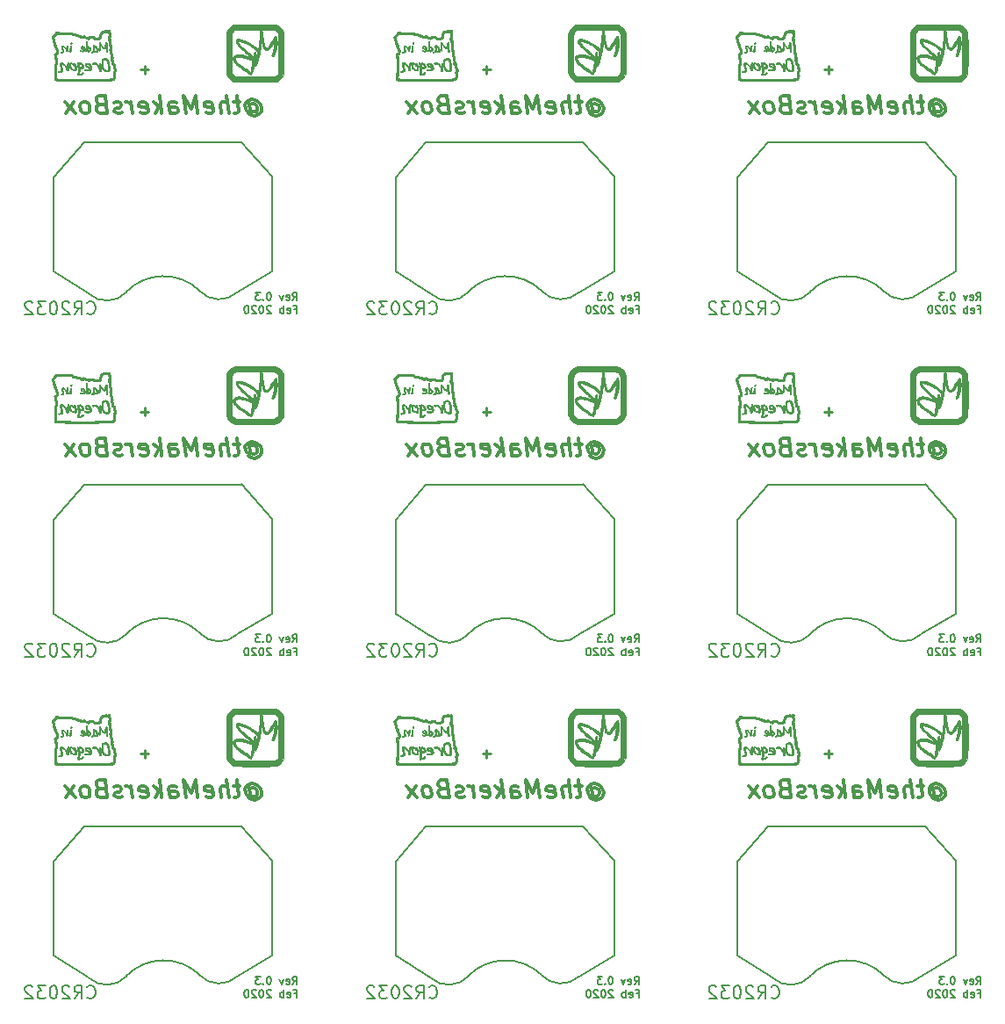
<source format=gbo>
%MOIN*%
%OFA0B0*%
%FSLAX46Y46*%
%IPPOS*%
%LPD*%
%ADD10C,0.00984251968503937*%
%ADD11C,0.005905511811023622*%
%ADD12C,0.011811023622047244*%
%ADD13C,0.0078740157480314977*%
%ADD14C,0.00010000000000000002*%
%ADD25C,0.00984251968503937*%
%ADD26C,0.005905511811023622*%
%ADD27C,0.011811023622047244*%
%ADD28C,0.0078740157480314977*%
%ADD29C,0.00010000000000000002*%
%ADD30C,0.00984251968503937*%
%ADD31C,0.005905511811023622*%
%ADD32C,0.011811023622047244*%
%ADD33C,0.0078740157480314977*%
%ADD34C,0.00010000000000000002*%
%ADD35C,0.00984251968503937*%
%ADD36C,0.005905511811023622*%
%ADD37C,0.011811023622047244*%
%ADD38C,0.0078740157480314977*%
%ADD39C,0.00010000000000000002*%
%ADD40C,0.00984251968503937*%
%ADD41C,0.005905511811023622*%
%ADD42C,0.011811023622047244*%
%ADD43C,0.0078740157480314977*%
%ADD44C,0.00010000000000000002*%
%ADD45C,0.00984251968503937*%
%ADD46C,0.005905511811023622*%
%ADD47C,0.011811023622047244*%
%ADD48C,0.0078740157480314977*%
%ADD49C,0.00010000000000000002*%
%ADD50C,0.00984251968503937*%
%ADD51C,0.005905511811023622*%
%ADD52C,0.011811023622047244*%
%ADD53C,0.0078740157480314977*%
%ADD54C,0.00010000000000000002*%
%ADD55C,0.00984251968503937*%
%ADD56C,0.005905511811023622*%
%ADD57C,0.011811023622047244*%
%ADD58C,0.0078740157480314977*%
%ADD59C,0.00010000000000000002*%
%ADD60C,0.00984251968503937*%
%ADD61C,0.005905511811023622*%
%ADD62C,0.011811023622047244*%
%ADD63C,0.0078740157480314977*%
%ADD64C,0.00010000000000000002*%
G01*
D10*
X0000544998Y0000987187D02*
X0000515001Y0000987187D01*
X0000529999Y0000972189D02*
X0000529999Y0001002185D01*
D11*
X0001092258Y0000111740D02*
X0001102100Y0000125801D01*
X0001109130Y0000111740D02*
X0001109130Y0000141268D01*
X0001097882Y0000141268D01*
X0001095070Y0000139862D01*
X0001093664Y0000138456D01*
X0001092258Y0000135643D01*
X0001092258Y0000131425D01*
X0001093664Y0000128613D01*
X0001095070Y0000127207D01*
X0001097882Y0000125801D01*
X0001109130Y0000125801D01*
X0001068354Y0000113146D02*
X0001071166Y0000111740D01*
X0001076791Y0000111740D01*
X0001079603Y0000113146D01*
X0001081009Y0000115958D01*
X0001081009Y0000127207D01*
X0001079603Y0000130019D01*
X0001076791Y0000131425D01*
X0001071166Y0000131425D01*
X0001068354Y0000130019D01*
X0001066948Y0000127207D01*
X0001066948Y0000124395D01*
X0001081009Y0000121583D01*
X0001057106Y0000131425D02*
X0001050075Y0000111740D01*
X0001043045Y0000131425D01*
X0001003675Y0000141268D02*
X0001000863Y0000141268D01*
X0000998051Y0000139862D01*
X0000996645Y0000138456D01*
X0000995238Y0000135643D01*
X0000993832Y0000130019D01*
X0000993832Y0000122989D01*
X0000995238Y0000117365D01*
X0000996645Y0000114552D01*
X0000998051Y0000113146D01*
X0001000863Y0000111740D01*
X0001003675Y0000111740D01*
X0001006487Y0000113146D01*
X0001007893Y0000114552D01*
X0001009299Y0000117365D01*
X0001010705Y0000122989D01*
X0001010705Y0000130019D01*
X0001009299Y0000135643D01*
X0001007893Y0000138456D01*
X0001006487Y0000139862D01*
X0001003675Y0000141268D01*
X0000981178Y0000114552D02*
X0000979772Y0000113146D01*
X0000981178Y0000111740D01*
X0000982584Y0000113146D01*
X0000981178Y0000114552D01*
X0000981178Y0000111740D01*
X0000969929Y0000141268D02*
X0000951650Y0000141268D01*
X0000961493Y0000130019D01*
X0000957275Y0000130019D01*
X0000954462Y0000128613D01*
X0000953056Y0000127207D01*
X0000951650Y0000124395D01*
X0000951650Y0000117365D01*
X0000953056Y0000114552D01*
X0000954462Y0000113146D01*
X0000957275Y0000111740D01*
X0000965711Y0000111740D01*
X0000968523Y0000113146D01*
X0000969929Y0000114552D01*
X0001099288Y0000077010D02*
X0001109130Y0000077010D01*
X0001109130Y0000061543D02*
X0001109130Y0000091071D01*
X0001095070Y0000091071D01*
X0001072573Y0000062949D02*
X0001075385Y0000061543D01*
X0001081009Y0000061543D01*
X0001083821Y0000062949D01*
X0001085227Y0000065762D01*
X0001085227Y0000077010D01*
X0001083821Y0000079822D01*
X0001081009Y0000081228D01*
X0001075385Y0000081228D01*
X0001072573Y0000079822D01*
X0001071166Y0000077010D01*
X0001071166Y0000074198D01*
X0001085227Y0000071386D01*
X0001058512Y0000061543D02*
X0001058512Y0000091071D01*
X0001058512Y0000079822D02*
X0001055700Y0000081228D01*
X0001050075Y0000081228D01*
X0001047263Y0000079822D01*
X0001045857Y0000078416D01*
X0001044451Y0000075604D01*
X0001044451Y0000067168D01*
X0001045857Y0000064356D01*
X0001047263Y0000062949D01*
X0001050075Y0000061543D01*
X0001055700Y0000061543D01*
X0001058512Y0000062949D01*
X0001010705Y0000088259D02*
X0001009299Y0000089665D01*
X0001006487Y0000091071D01*
X0000999457Y0000091071D01*
X0000996645Y0000089665D01*
X0000995238Y0000088259D01*
X0000993832Y0000085447D01*
X0000993832Y0000082634D01*
X0000995238Y0000078416D01*
X0001012111Y0000061543D01*
X0000993832Y0000061543D01*
X0000975553Y0000091071D02*
X0000972741Y0000091071D01*
X0000969929Y0000089665D01*
X0000968523Y0000088259D01*
X0000967117Y0000085447D01*
X0000965711Y0000079822D01*
X0000965711Y0000072792D01*
X0000967117Y0000067168D01*
X0000968523Y0000064356D01*
X0000969929Y0000062949D01*
X0000972741Y0000061543D01*
X0000975553Y0000061543D01*
X0000978366Y0000062949D01*
X0000979772Y0000064356D01*
X0000981178Y0000067168D01*
X0000982584Y0000072792D01*
X0000982584Y0000079822D01*
X0000981178Y0000085447D01*
X0000979772Y0000088259D01*
X0000978366Y0000089665D01*
X0000975553Y0000091071D01*
X0000954462Y0000088259D02*
X0000953056Y0000089665D01*
X0000950244Y0000091071D01*
X0000943214Y0000091071D01*
X0000940402Y0000089665D01*
X0000938996Y0000088259D01*
X0000937589Y0000085447D01*
X0000937589Y0000082634D01*
X0000938996Y0000078416D01*
X0000955868Y0000061543D01*
X0000937589Y0000061543D01*
X0000919310Y0000091071D02*
X0000916498Y0000091071D01*
X0000913686Y0000089665D01*
X0000912280Y0000088259D01*
X0000910874Y0000085447D01*
X0000909468Y0000079822D01*
X0000909468Y0000072792D01*
X0000910874Y0000067168D01*
X0000912280Y0000064356D01*
X0000913686Y0000062949D01*
X0000916498Y0000061543D01*
X0000919310Y0000061543D01*
X0000922123Y0000062949D01*
X0000923529Y0000064356D01*
X0000924935Y0000067168D01*
X0000926341Y0000072792D01*
X0000926341Y0000079822D01*
X0000924935Y0000085447D01*
X0000923529Y0000088259D01*
X0000922123Y0000089665D01*
X0000919310Y0000091071D01*
D12*
X0000929529Y0000851593D02*
X0000932318Y0000854780D01*
X0000938294Y0000857967D01*
X0000944668Y0000857967D01*
X0000951441Y0000854780D01*
X0000955026Y0000851593D01*
X0000959010Y0000845219D01*
X0000959807Y0000838845D01*
X0000957416Y0000832470D01*
X0000954628Y0000829283D01*
X0000948652Y0000826096D01*
X0000942278Y0000826096D01*
X0000935505Y0000829283D01*
X0000931920Y0000832470D01*
X0000928733Y0000857967D02*
X0000931920Y0000832470D01*
X0000929131Y0000829283D01*
X0000925944Y0000829283D01*
X0000919171Y0000832470D01*
X0000915187Y0000838845D01*
X0000913195Y0000854780D01*
X0000918375Y0000864341D01*
X0000927139Y0000870716D01*
X0000939489Y0000873903D01*
X0000952636Y0000870716D01*
X0000962994Y0000864341D01*
X0000970563Y0000854780D01*
X0000975344Y0000842032D01*
X0000973750Y0000829283D01*
X0000968571Y0000819722D01*
X0000959807Y0000813348D01*
X0000947457Y0000810161D01*
X0000934310Y0000813348D01*
X0000923952Y0000819722D01*
X0000892878Y0000864341D02*
X0000867381Y0000864341D01*
X0000880528Y0000886651D02*
X0000887699Y0000829283D01*
X0000885308Y0000822909D01*
X0000879333Y0000819722D01*
X0000872958Y0000819722D01*
X0000850649Y0000819722D02*
X0000842282Y0000886651D01*
X0000821965Y0000819722D02*
X0000817582Y0000854780D01*
X0000819973Y0000861154D01*
X0000825949Y0000864341D01*
X0000835510Y0000864341D01*
X0000842282Y0000861154D01*
X0000845868Y0000857967D01*
X0000764198Y0000822909D02*
X0000770971Y0000819722D01*
X0000783719Y0000819722D01*
X0000789695Y0000822909D01*
X0000792086Y0000829283D01*
X0000788898Y0000854780D01*
X0000784915Y0000861154D01*
X0000778142Y0000864341D01*
X0000765394Y0000864341D01*
X0000759418Y0000861154D01*
X0000757027Y0000854780D01*
X0000757824Y0000848406D01*
X0000790492Y0000842032D01*
X0000732726Y0000819722D02*
X0000724360Y0000886651D01*
X0000708026Y0000838845D01*
X0000679740Y0000886651D01*
X0000688106Y0000819722D01*
X0000627551Y0000819722D02*
X0000623169Y0000854780D01*
X0000625560Y0000861154D01*
X0000631535Y0000864341D01*
X0000644284Y0000864341D01*
X0000651056Y0000861154D01*
X0000627153Y0000822909D02*
X0000633926Y0000819722D01*
X0000649861Y0000819722D01*
X0000655837Y0000822909D01*
X0000658227Y0000829283D01*
X0000657431Y0000835658D01*
X0000653447Y0000842032D01*
X0000646674Y0000845219D01*
X0000630739Y0000845219D01*
X0000623966Y0000848406D01*
X0000595680Y0000819722D02*
X0000587314Y0000886651D01*
X0000586119Y0000845219D02*
X0000570184Y0000819722D01*
X0000564606Y0000864341D02*
X0000593290Y0000838845D01*
X0000515605Y0000822909D02*
X0000522377Y0000819722D01*
X0000535126Y0000819722D01*
X0000541101Y0000822909D01*
X0000543492Y0000829283D01*
X0000540305Y0000854780D01*
X0000536321Y0000861154D01*
X0000529548Y0000864341D01*
X0000516800Y0000864341D01*
X0000510824Y0000861154D01*
X0000508434Y0000854780D01*
X0000509230Y0000848406D01*
X0000541898Y0000842032D01*
X0000484132Y0000819722D02*
X0000478554Y0000864341D01*
X0000480148Y0000851593D02*
X0000476164Y0000857967D01*
X0000472579Y0000861154D01*
X0000465806Y0000864341D01*
X0000459432Y0000864341D01*
X0000445488Y0000822909D02*
X0000439512Y0000819722D01*
X0000426764Y0000819722D01*
X0000419991Y0000822909D01*
X0000416008Y0000829283D01*
X0000415609Y0000832470D01*
X0000418000Y0000838845D01*
X0000423975Y0000842032D01*
X0000433537Y0000842032D01*
X0000439512Y0000845219D01*
X0000441903Y0000851593D01*
X0000441504Y0000854780D01*
X0000437521Y0000861154D01*
X0000430748Y0000864341D01*
X0000421187Y0000864341D01*
X0000415211Y0000861154D01*
X0000361827Y0000854780D02*
X0000352664Y0000851593D01*
X0000349875Y0000848406D01*
X0000347485Y0000842032D01*
X0000348680Y0000832470D01*
X0000352664Y0000826096D01*
X0000356249Y0000822909D01*
X0000363022Y0000819722D01*
X0000388519Y0000819722D01*
X0000380153Y0000886651D01*
X0000357843Y0000886651D01*
X0000351867Y0000883464D01*
X0000349078Y0000880277D01*
X0000346688Y0000873903D01*
X0000347485Y0000867529D01*
X0000351469Y0000861154D01*
X0000355054Y0000857967D01*
X0000361827Y0000854780D01*
X0000384137Y0000854780D01*
X0000312028Y0000819722D02*
X0000318004Y0000822909D01*
X0000320793Y0000826096D01*
X0000323183Y0000832470D01*
X0000320793Y0000851593D01*
X0000316809Y0000857967D01*
X0000313224Y0000861154D01*
X0000306451Y0000864341D01*
X0000296890Y0000864341D01*
X0000290914Y0000861154D01*
X0000288125Y0000857967D01*
X0000285735Y0000851593D01*
X0000288125Y0000832470D01*
X0000292109Y0000826096D01*
X0000295695Y0000822909D01*
X0000302467Y0000819722D01*
X0000312028Y0000819722D01*
X0000267409Y0000819722D02*
X0000226773Y0000864341D01*
X0000261832Y0000864341D02*
X0000232351Y0000819722D01*
D13*
X0000313112Y0000062424D02*
X0000315455Y0000060080D01*
X0000322485Y0000057737D01*
X0000327172Y0000057737D01*
X0000334203Y0000060080D01*
X0000338890Y0000064767D01*
X0000341233Y0000069454D01*
X0000343577Y0000078828D01*
X0000343577Y0000085858D01*
X0000341233Y0000095232D01*
X0000338890Y0000099919D01*
X0000334203Y0000104606D01*
X0000327172Y0000106949D01*
X0000322485Y0000106949D01*
X0000315455Y0000104606D01*
X0000313112Y0000102262D01*
X0000263899Y0000057737D02*
X0000280303Y0000081171D01*
X0000292020Y0000057737D02*
X0000292020Y0000106949D01*
X0000273273Y0000106949D01*
X0000268586Y0000104606D01*
X0000266242Y0000102262D01*
X0000263899Y0000097575D01*
X0000263899Y0000090545D01*
X0000266242Y0000085858D01*
X0000268586Y0000083515D01*
X0000273273Y0000081171D01*
X0000292020Y0000081171D01*
X0000245151Y0000102262D02*
X0000242808Y0000104606D01*
X0000238121Y0000106949D01*
X0000226404Y0000106949D01*
X0000221717Y0000104606D01*
X0000219373Y0000102262D01*
X0000217030Y0000097575D01*
X0000217030Y0000092888D01*
X0000219373Y0000085858D01*
X0000247495Y0000057737D01*
X0000217030Y0000057737D01*
X0000186565Y0000106949D02*
X0000181878Y0000106949D01*
X0000177191Y0000104606D01*
X0000174848Y0000102262D01*
X0000172504Y0000097575D01*
X0000170161Y0000088202D01*
X0000170161Y0000076484D01*
X0000172504Y0000067111D01*
X0000174848Y0000062424D01*
X0000177191Y0000060080D01*
X0000181878Y0000057737D01*
X0000186565Y0000057737D01*
X0000191252Y0000060080D01*
X0000193595Y0000062424D01*
X0000195939Y0000067111D01*
X0000198282Y0000076484D01*
X0000198282Y0000088202D01*
X0000195939Y0000097575D01*
X0000193595Y0000102262D01*
X0000191252Y0000104606D01*
X0000186565Y0000106949D01*
X0000153757Y0000106949D02*
X0000123292Y0000106949D01*
X0000139696Y0000088202D01*
X0000132665Y0000088202D01*
X0000127978Y0000085858D01*
X0000125635Y0000083515D01*
X0000123292Y0000078828D01*
X0000123292Y0000067111D01*
X0000125635Y0000062424D01*
X0000127978Y0000060080D01*
X0000132665Y0000057737D01*
X0000146726Y0000057737D01*
X0000151413Y0000060080D01*
X0000153757Y0000062424D01*
X0000104544Y0000102262D02*
X0000102200Y0000104606D01*
X0000097514Y0000106949D01*
X0000085796Y0000106949D01*
X0000081109Y0000104606D01*
X0000078766Y0000102262D01*
X0000076422Y0000097575D01*
X0000076422Y0000092888D01*
X0000078766Y0000085858D01*
X0000106887Y0000057737D01*
X0000076422Y0000057737D01*
D14*
G36*
X0000249199Y0001085300D02*
G01*
X0000249299Y0001084999D01*
X0000249699Y0001084500D01*
X0000250299Y0001084400D01*
X0000251099Y0001084900D01*
X0000252000Y0001085800D01*
X0000252999Y0001087000D01*
X0000253399Y0001087999D01*
X0000253299Y0001088800D01*
X0000252699Y0001089400D01*
X0000251799Y0001089900D01*
X0000251199Y0001090200D01*
X0000250799Y0001090300D01*
X0000250699Y0001090300D01*
X0000250399Y0001090000D01*
X0000249999Y0001089300D01*
X0000249699Y0001088400D01*
X0000249399Y0001087300D01*
X0000249199Y0001086200D01*
X0000249199Y0001085300D01*
G37*
X0000249199Y0001085300D02*
X0000249299Y0001084999D01*
X0000249699Y0001084500D01*
X0000250299Y0001084400D01*
X0000251099Y0001084900D01*
X0000252000Y0001085800D01*
X0000252999Y0001087000D01*
X0000253399Y0001087999D01*
X0000253299Y0001088800D01*
X0000252699Y0001089400D01*
X0000251799Y0001089900D01*
X0000251199Y0001090200D01*
X0000250799Y0001090300D01*
X0000250699Y0001090300D01*
X0000250399Y0001090000D01*
X0000249999Y0001089300D01*
X0000249699Y0001088400D01*
X0000249399Y0001087300D01*
X0000249199Y0001086200D01*
X0000249199Y0001085300D01*
G36*
X0000284999Y0001058500D02*
G01*
X0000285299Y0001057900D01*
X0000286199Y0001057400D01*
X0000287599Y0001056900D01*
X0000288599Y0001056600D01*
X0000289799Y0001056400D01*
X0000291299Y0001056200D01*
X0000292999Y0001056099D01*
X0000294599Y0001056000D01*
X0000295999Y0001056000D01*
X0000296899Y0001056099D01*
X0000298900Y0001056600D01*
X0000300800Y0001057300D01*
X0000302299Y0001058300D01*
X0000303399Y0001059400D01*
X0000303699Y0001059800D01*
X0000303999Y0001060800D01*
X0000304199Y0001062099D01*
X0000304299Y0001063700D01*
X0000304099Y0001065200D01*
X0000303800Y0001066600D01*
X0000303599Y0001067200D01*
X0000303199Y0001068100D01*
X0000302999Y0001068900D01*
X0000302899Y0001069000D01*
X0000302700Y0001070200D01*
X0000301999Y0001071600D01*
X0000300899Y0001072900D01*
X0000299599Y0001074200D01*
X0000298099Y0001075300D01*
X0000296499Y0001076100D01*
X0000296299Y0001076200D01*
X0000295600Y0001076300D01*
X0000294399Y0001076400D01*
X0000293099Y0001076400D01*
X0000291599Y0001076300D01*
X0000290299Y0001076100D01*
X0000289299Y0001075900D01*
X0000289099Y0001075900D01*
X0000288399Y0001075400D01*
X0000287700Y0001074700D01*
X0000287499Y0001074400D01*
X0000286999Y0001073700D01*
X0000286799Y0001073100D01*
X0000286799Y0001072300D01*
X0000286799Y0001071300D01*
X0000287199Y0001069400D01*
X0000287999Y0001067900D01*
X0000289299Y0001066700D01*
X0000289499Y0001066600D01*
X0000289499Y0001072200D01*
X0000289699Y0001072700D01*
X0000290299Y0001073300D01*
X0000291399Y0001074000D01*
X0000292799Y0001074100D01*
X0000294199Y0001073800D01*
X0000295499Y0001073100D01*
X0000296399Y0001072200D01*
X0000297099Y0001071300D01*
X0000297800Y0001070200D01*
X0000298299Y0001069100D01*
X0000298600Y0001068200D01*
X0000298699Y0001067600D01*
X0000298699Y0001067500D01*
X0000298299Y0001067200D01*
X0000297299Y0001067100D01*
X0000295900Y0001067200D01*
X0000294299Y0001067500D01*
X0000293099Y0001067800D01*
X0000292299Y0001068200D01*
X0000291500Y0001068700D01*
X0000290999Y0001069300D01*
X0000290299Y0001070100D01*
X0000289699Y0001071000D01*
X0000289600Y0001071500D01*
X0000289499Y0001072200D01*
X0000289499Y0001066600D01*
X0000289699Y0001066500D01*
X0000290499Y0001066200D01*
X0000291699Y0001065800D01*
X0000293099Y0001065500D01*
X0000294699Y0001065200D01*
X0000294699Y0001065100D01*
X0000296199Y0001064900D01*
X0000297500Y0001064600D01*
X0000298499Y0001064300D01*
X0000298999Y0001064100D01*
X0000299099Y0001064100D01*
X0000299599Y0001063500D01*
X0000299700Y0001062700D01*
X0000299299Y0001061800D01*
X0000298399Y0001060900D01*
X0000297199Y0001060000D01*
X0000296899Y0001059900D01*
X0000296199Y0001059600D01*
X0000295399Y0001059400D01*
X0000294399Y0001059300D01*
X0000292999Y0001059300D01*
X0000292900Y0001059300D01*
X0000291399Y0001059300D01*
X0000289699Y0001059400D01*
X0000288299Y0001059500D01*
X0000287999Y0001059600D01*
X0000286600Y0001059600D01*
X0000285699Y0001059500D01*
X0000285199Y0001059200D01*
X0000284999Y0001058600D01*
X0000284999Y0001058500D01*
G37*
X0000284999Y0001058500D02*
X0000285299Y0001057900D01*
X0000286199Y0001057400D01*
X0000287599Y0001056900D01*
X0000288599Y0001056600D01*
X0000289799Y0001056400D01*
X0000291299Y0001056200D01*
X0000292999Y0001056099D01*
X0000294599Y0001056000D01*
X0000295999Y0001056000D01*
X0000296899Y0001056099D01*
X0000298900Y0001056600D01*
X0000300800Y0001057300D01*
X0000302299Y0001058300D01*
X0000303399Y0001059400D01*
X0000303699Y0001059800D01*
X0000303999Y0001060800D01*
X0000304199Y0001062099D01*
X0000304299Y0001063700D01*
X0000304099Y0001065200D01*
X0000303800Y0001066600D01*
X0000303599Y0001067200D01*
X0000303199Y0001068100D01*
X0000302999Y0001068900D01*
X0000302899Y0001069000D01*
X0000302700Y0001070200D01*
X0000301999Y0001071600D01*
X0000300899Y0001072900D01*
X0000299599Y0001074200D01*
X0000298099Y0001075300D01*
X0000296499Y0001076100D01*
X0000296299Y0001076200D01*
X0000295600Y0001076300D01*
X0000294399Y0001076400D01*
X0000293099Y0001076400D01*
X0000291599Y0001076300D01*
X0000290299Y0001076100D01*
X0000289299Y0001075900D01*
X0000289099Y0001075900D01*
X0000288399Y0001075400D01*
X0000287700Y0001074700D01*
X0000287499Y0001074400D01*
X0000286999Y0001073700D01*
X0000286799Y0001073100D01*
X0000286799Y0001072300D01*
X0000286799Y0001071300D01*
X0000287199Y0001069400D01*
X0000287999Y0001067900D01*
X0000289299Y0001066700D01*
X0000289499Y0001066600D01*
X0000289499Y0001072200D01*
X0000289699Y0001072700D01*
X0000290299Y0001073300D01*
X0000291399Y0001074000D01*
X0000292799Y0001074100D01*
X0000294199Y0001073800D01*
X0000295499Y0001073100D01*
X0000296399Y0001072200D01*
X0000297099Y0001071300D01*
X0000297800Y0001070200D01*
X0000298299Y0001069100D01*
X0000298600Y0001068200D01*
X0000298699Y0001067600D01*
X0000298699Y0001067500D01*
X0000298299Y0001067200D01*
X0000297299Y0001067100D01*
X0000295900Y0001067200D01*
X0000294299Y0001067500D01*
X0000293099Y0001067800D01*
X0000292299Y0001068200D01*
X0000291500Y0001068700D01*
X0000290999Y0001069300D01*
X0000290299Y0001070100D01*
X0000289699Y0001071000D01*
X0000289600Y0001071500D01*
X0000289499Y0001072200D01*
X0000289499Y0001066600D01*
X0000289699Y0001066500D01*
X0000290499Y0001066200D01*
X0000291699Y0001065800D01*
X0000293099Y0001065500D01*
X0000294699Y0001065200D01*
X0000294699Y0001065100D01*
X0000296199Y0001064900D01*
X0000297500Y0001064600D01*
X0000298499Y0001064300D01*
X0000298999Y0001064100D01*
X0000299099Y0001064100D01*
X0000299599Y0001063500D01*
X0000299700Y0001062700D01*
X0000299299Y0001061800D01*
X0000298399Y0001060900D01*
X0000297199Y0001060000D01*
X0000296899Y0001059900D01*
X0000296199Y0001059600D01*
X0000295399Y0001059400D01*
X0000294399Y0001059300D01*
X0000292999Y0001059300D01*
X0000292900Y0001059300D01*
X0000291399Y0001059300D01*
X0000289699Y0001059400D01*
X0000288299Y0001059500D01*
X0000287999Y0001059600D01*
X0000286600Y0001059600D01*
X0000285699Y0001059500D01*
X0000285199Y0001059200D01*
X0000284999Y0001058600D01*
X0000284999Y0001058500D01*
G36*
X0000306199Y0001058600D02*
G01*
X0000307799Y0001057800D01*
X0000308999Y0001057300D01*
X0000310499Y0001056900D01*
X0000312199Y0001056500D01*
X0000313799Y0001056200D01*
X0000313799Y0001068100D01*
X0000313900Y0001069300D01*
X0000313900Y0001069500D01*
X0000314299Y0001070400D01*
X0000314899Y0001070800D01*
X0000315799Y0001070800D01*
X0000316699Y0001070400D01*
X0000317799Y0001069500D01*
X0000318899Y0001068400D01*
X0000319999Y0001066900D01*
X0000320399Y0001066100D01*
X0000320999Y0001065000D01*
X0000321099Y0001064100D01*
X0000320899Y0001063400D01*
X0000320499Y0001062900D01*
X0000319900Y0001062300D01*
X0000319099Y0001061600D01*
X0000318099Y0001060800D01*
X0000317199Y0001060100D01*
X0000316299Y0001059600D01*
X0000315699Y0001059200D01*
X0000315500Y0001059200D01*
X0000315199Y0001059500D01*
X0000314799Y0001060200D01*
X0000314599Y0001060800D01*
X0000314299Y0001061800D01*
X0000314099Y0001063200D01*
X0000313900Y0001064900D01*
X0000313799Y0001066600D01*
X0000313799Y0001068100D01*
X0000313799Y0001056200D01*
X0000313900Y0001056200D01*
X0000315500Y0001056000D01*
X0000316900Y0001055900D01*
X0000317899Y0001056000D01*
X0000318199Y0001056099D01*
X0000318699Y0001056400D01*
X0000319499Y0001056900D01*
X0000320499Y0001057500D01*
X0000320899Y0001057800D01*
X0000322699Y0001059200D01*
X0000324099Y0001060800D01*
X0000325199Y0001062600D01*
X0000325399Y0001062900D01*
X0000325699Y0001063800D01*
X0000325799Y0001064500D01*
X0000325699Y0001065400D01*
X0000325600Y0001065600D01*
X0000324800Y0001067500D01*
X0000323599Y0001069400D01*
X0000321999Y0001071100D01*
X0000320299Y0001072600D01*
X0000318699Y0001073600D01*
X0000316799Y0001074500D01*
X0000316299Y0001074700D01*
X0000315199Y0001075100D01*
X0000314299Y0001075600D01*
X0000313799Y0001076000D01*
X0000313499Y0001076600D01*
X0000313199Y0001077500D01*
X0000312999Y0001078900D01*
X0000312800Y0001080700D01*
X0000312699Y0001082900D01*
X0000312699Y0001085700D01*
X0000312599Y0001087600D01*
X0000312599Y0001089499D01*
X0000312599Y0001091200D01*
X0000312599Y0001092600D01*
X0000312500Y0001093700D01*
X0000312500Y0001094300D01*
X0000312299Y0001094700D01*
X0000311899Y0001094900D01*
X0000311199Y0001095000D01*
X0000310699Y0001095000D01*
X0000309800Y0001095000D01*
X0000309199Y0001095000D01*
X0000309099Y0001094900D01*
X0000309099Y0001094600D01*
X0000309099Y0001093800D01*
X0000308999Y0001092499D01*
X0000308999Y0001090700D01*
X0000308999Y0001088600D01*
X0000308899Y0001086200D01*
X0000308899Y0001083499D01*
X0000308899Y0001080500D01*
X0000308799Y0001078500D01*
X0000308799Y0001074800D01*
X0000308700Y0001071400D01*
X0000308599Y0001068500D01*
X0000308499Y0001066000D01*
X0000308499Y0001064000D01*
X0000308399Y0001062500D01*
X0000308299Y0001061500D01*
X0000308199Y0001061100D01*
X0000307799Y0001060200D01*
X0000307099Y0001059400D01*
X0000306999Y0001059300D01*
X0000306199Y0001058600D01*
G37*
X0000306199Y0001058600D02*
X0000307799Y0001057800D01*
X0000308999Y0001057300D01*
X0000310499Y0001056900D01*
X0000312199Y0001056500D01*
X0000313799Y0001056200D01*
X0000313799Y0001068100D01*
X0000313900Y0001069300D01*
X0000313900Y0001069500D01*
X0000314299Y0001070400D01*
X0000314899Y0001070800D01*
X0000315799Y0001070800D01*
X0000316699Y0001070400D01*
X0000317799Y0001069500D01*
X0000318899Y0001068400D01*
X0000319999Y0001066900D01*
X0000320399Y0001066100D01*
X0000320999Y0001065000D01*
X0000321099Y0001064100D01*
X0000320899Y0001063400D01*
X0000320499Y0001062900D01*
X0000319900Y0001062300D01*
X0000319099Y0001061600D01*
X0000318099Y0001060800D01*
X0000317199Y0001060100D01*
X0000316299Y0001059600D01*
X0000315699Y0001059200D01*
X0000315500Y0001059200D01*
X0000315199Y0001059500D01*
X0000314799Y0001060200D01*
X0000314599Y0001060800D01*
X0000314299Y0001061800D01*
X0000314099Y0001063200D01*
X0000313900Y0001064900D01*
X0000313799Y0001066600D01*
X0000313799Y0001068100D01*
X0000313799Y0001056200D01*
X0000313900Y0001056200D01*
X0000315500Y0001056000D01*
X0000316900Y0001055900D01*
X0000317899Y0001056000D01*
X0000318199Y0001056099D01*
X0000318699Y0001056400D01*
X0000319499Y0001056900D01*
X0000320499Y0001057500D01*
X0000320899Y0001057800D01*
X0000322699Y0001059200D01*
X0000324099Y0001060800D01*
X0000325199Y0001062600D01*
X0000325399Y0001062900D01*
X0000325699Y0001063800D01*
X0000325799Y0001064500D01*
X0000325699Y0001065400D01*
X0000325600Y0001065600D01*
X0000324800Y0001067500D01*
X0000323599Y0001069400D01*
X0000321999Y0001071100D01*
X0000320299Y0001072600D01*
X0000318699Y0001073600D01*
X0000316799Y0001074500D01*
X0000316299Y0001074700D01*
X0000315199Y0001075100D01*
X0000314299Y0001075600D01*
X0000313799Y0001076000D01*
X0000313499Y0001076600D01*
X0000313199Y0001077500D01*
X0000312999Y0001078900D01*
X0000312800Y0001080700D01*
X0000312699Y0001082900D01*
X0000312699Y0001085700D01*
X0000312599Y0001087600D01*
X0000312599Y0001089499D01*
X0000312599Y0001091200D01*
X0000312599Y0001092600D01*
X0000312500Y0001093700D01*
X0000312500Y0001094300D01*
X0000312299Y0001094700D01*
X0000311899Y0001094900D01*
X0000311199Y0001095000D01*
X0000310699Y0001095000D01*
X0000309800Y0001095000D01*
X0000309199Y0001095000D01*
X0000309099Y0001094900D01*
X0000309099Y0001094600D01*
X0000309099Y0001093800D01*
X0000308999Y0001092499D01*
X0000308999Y0001090700D01*
X0000308999Y0001088600D01*
X0000308899Y0001086200D01*
X0000308899Y0001083499D01*
X0000308899Y0001080500D01*
X0000308799Y0001078500D01*
X0000308799Y0001074800D01*
X0000308700Y0001071400D01*
X0000308599Y0001068500D01*
X0000308499Y0001066000D01*
X0000308499Y0001064000D01*
X0000308399Y0001062500D01*
X0000308299Y0001061500D01*
X0000308199Y0001061100D01*
X0000307799Y0001060200D01*
X0000307099Y0001059400D01*
X0000306999Y0001059300D01*
X0000306199Y0001058600D01*
G36*
X0000241499Y0001057599D02*
G01*
X0000241900Y0001057200D01*
X0000242700Y0001056700D01*
X0000243699Y0001056300D01*
X0000244699Y0001055900D01*
X0000245599Y0001055800D01*
X0000246699Y0001055800D01*
X0000247999Y0001055900D01*
X0000248299Y0001055900D01*
X0000249199Y0001056200D01*
X0000249800Y0001056600D01*
X0000249999Y0001056700D01*
X0000249999Y0001057100D01*
X0000250099Y0001058100D01*
X0000250199Y0001059400D01*
X0000250299Y0001061100D01*
X0000250399Y0001063000D01*
X0000250499Y0001065100D01*
X0000250600Y0001067300D01*
X0000250600Y0001069600D01*
X0000250699Y0001071700D01*
X0000250699Y0001073700D01*
X0000250699Y0001074700D01*
X0000250699Y0001076000D01*
X0000250699Y0001076800D01*
X0000250600Y0001077300D01*
X0000250399Y0001077500D01*
X0000250099Y0001077600D01*
X0000249999Y0001077600D01*
X0000248899Y0001077600D01*
X0000247999Y0001077100D01*
X0000247600Y0001076500D01*
X0000247499Y0001076000D01*
X0000247299Y0001075000D01*
X0000247199Y0001073600D01*
X0000246999Y0001071900D01*
X0000246800Y0001070100D01*
X0000246699Y0001069700D01*
X0000246499Y0001067100D01*
X0000246299Y0001064900D01*
X0000246000Y0001063200D01*
X0000245799Y0001061900D01*
X0000245599Y0001061000D01*
X0000245199Y0001060200D01*
X0000244799Y0001059700D01*
X0000244299Y0001059300D01*
X0000243699Y0001059000D01*
X0000243000Y0001058600D01*
X0000242099Y0001058200D01*
X0000241600Y0001057800D01*
X0000241499Y0001057599D01*
G37*
X0000241499Y0001057599D02*
X0000241900Y0001057200D01*
X0000242700Y0001056700D01*
X0000243699Y0001056300D01*
X0000244699Y0001055900D01*
X0000245599Y0001055800D01*
X0000246699Y0001055800D01*
X0000247999Y0001055900D01*
X0000248299Y0001055900D01*
X0000249199Y0001056200D01*
X0000249800Y0001056600D01*
X0000249999Y0001056700D01*
X0000249999Y0001057100D01*
X0000250099Y0001058100D01*
X0000250199Y0001059400D01*
X0000250299Y0001061100D01*
X0000250399Y0001063000D01*
X0000250499Y0001065100D01*
X0000250600Y0001067300D01*
X0000250600Y0001069600D01*
X0000250699Y0001071700D01*
X0000250699Y0001073700D01*
X0000250699Y0001074700D01*
X0000250699Y0001076000D01*
X0000250699Y0001076800D01*
X0000250600Y0001077300D01*
X0000250399Y0001077500D01*
X0000250099Y0001077600D01*
X0000249999Y0001077600D01*
X0000248899Y0001077600D01*
X0000247999Y0001077100D01*
X0000247600Y0001076500D01*
X0000247499Y0001076000D01*
X0000247299Y0001075000D01*
X0000247199Y0001073600D01*
X0000246999Y0001071900D01*
X0000246800Y0001070100D01*
X0000246699Y0001069700D01*
X0000246499Y0001067100D01*
X0000246299Y0001064900D01*
X0000246000Y0001063200D01*
X0000245799Y0001061900D01*
X0000245599Y0001061000D01*
X0000245199Y0001060200D01*
X0000244799Y0001059700D01*
X0000244299Y0001059300D01*
X0000243699Y0001059000D01*
X0000243000Y0001058600D01*
X0000242099Y0001058200D01*
X0000241600Y0001057800D01*
X0000241499Y0001057599D01*
G36*
X0000355099Y0001060500D02*
G01*
X0000355199Y0001060000D01*
X0000355199Y0001059900D01*
X0000355600Y0001059800D01*
X0000356499Y0001059700D01*
X0000357500Y0001059500D01*
X0000357599Y0001059500D01*
X0000359599Y0001059300D01*
X0000359799Y0001061200D01*
X0000359899Y0001062000D01*
X0000359999Y0001063300D01*
X0000360099Y0001065000D01*
X0000360299Y0001066900D01*
X0000360399Y0001069100D01*
X0000360599Y0001071300D01*
X0000360800Y0001074100D01*
X0000360999Y0001076400D01*
X0000361199Y0001078200D01*
X0000361399Y0001079600D01*
X0000361499Y0001080600D01*
X0000361699Y0001081200D01*
X0000361899Y0001081500D01*
X0000362099Y0001081600D01*
X0000362199Y0001081600D01*
X0000362499Y0001081300D01*
X0000362999Y0001080700D01*
X0000363800Y0001079700D01*
X0000364799Y0001078400D01*
X0000365899Y0001077000D01*
X0000366099Y0001076800D01*
X0000367999Y0001074300D01*
X0000369699Y0001072200D01*
X0000371099Y0001070600D01*
X0000372399Y0001069300D01*
X0000373399Y0001068400D01*
X0000374400Y0001067800D01*
X0000374999Y0001067500D01*
X0000375899Y0001067100D01*
X0000376600Y0001066800D01*
X0000376799Y0001066600D01*
X0000377400Y0001066300D01*
X0000378199Y0001066200D01*
X0000378999Y0001066500D01*
X0000379299Y0001066700D01*
X0000379699Y0001067200D01*
X0000380199Y0001068000D01*
X0000380899Y0001069000D01*
X0000381699Y0001070200D01*
X0000382300Y0001070800D01*
X0000382600Y0001070900D01*
X0000382799Y0001070900D01*
X0000382999Y0001070700D01*
X0000383099Y0001070400D01*
X0000383199Y0001069900D01*
X0000383299Y0001069100D01*
X0000383499Y0001067900D01*
X0000383599Y0001066300D01*
X0000383700Y0001064300D01*
X0000383799Y0001062200D01*
X0000383999Y0001059600D01*
X0000384199Y0001057599D01*
X0000384399Y0001056099D01*
X0000384599Y0001055200D01*
X0000384800Y0001054800D01*
X0000385300Y0001054599D01*
X0000386199Y0001054400D01*
X0000387199Y0001054400D01*
X0000388099Y0001054400D01*
X0000388899Y0001054599D01*
X0000389400Y0001055000D01*
X0000389599Y0001055600D01*
X0000389499Y0001056600D01*
X0000389199Y0001057700D01*
X0000388899Y0001058800D01*
X0000388600Y0001059900D01*
X0000388399Y0001061100D01*
X0000388199Y0001062400D01*
X0000388099Y0001064000D01*
X0000387899Y0001065800D01*
X0000387799Y0001067900D01*
X0000387699Y0001070500D01*
X0000387500Y0001073500D01*
X0000387399Y0001077000D01*
X0000387399Y0001078700D01*
X0000387199Y0001081500D01*
X0000387099Y0001083700D01*
X0000386999Y0001085500D01*
X0000386899Y0001086800D01*
X0000386700Y0001087900D01*
X0000386599Y0001088600D01*
X0000386299Y0001089100D01*
X0000385999Y0001089400D01*
X0000385399Y0001089700D01*
X0000384399Y0001089700D01*
X0000383400Y0001089700D01*
X0000382399Y0001089499D01*
X0000382300Y0001089400D01*
X0000381599Y0001089100D01*
X0000381099Y0001088500D01*
X0000380700Y0001087600D01*
X0000380400Y0001086200D01*
X0000380099Y0001084800D01*
X0000379499Y0001081100D01*
X0000378800Y0001077900D01*
X0000378199Y0001075300D01*
X0000377499Y0001073300D01*
X0000376799Y0001071900D01*
X0000376499Y0001071400D01*
X0000376099Y0001071000D01*
X0000375599Y0001071000D01*
X0000374999Y0001071200D01*
X0000374299Y0001071600D01*
X0000373199Y0001072500D01*
X0000371999Y0001073800D01*
X0000370600Y0001075200D01*
X0000369099Y0001076900D01*
X0000367600Y0001078600D01*
X0000366199Y0001080400D01*
X0000364899Y0001082200D01*
X0000363699Y0001083800D01*
X0000362799Y0001085200D01*
X0000362099Y0001086300D01*
X0000361899Y0001087000D01*
X0000361399Y0001088700D01*
X0000360800Y0001090000D01*
X0000359999Y0001090700D01*
X0000359199Y0001090800D01*
X0000358899Y0001090800D01*
X0000358399Y0001090400D01*
X0000357999Y0001089800D01*
X0000357699Y0001088800D01*
X0000357399Y0001087400D01*
X0000357199Y0001085600D01*
X0000357099Y0001083300D01*
X0000357099Y0001080500D01*
X0000357099Y0001078800D01*
X0000356999Y0001075400D01*
X0000356899Y0001072600D01*
X0000356700Y0001070200D01*
X0000356499Y0001068100D01*
X0000356199Y0001066400D01*
X0000355899Y0001065300D01*
X0000355499Y0001064000D01*
X0000355199Y0001062600D01*
X0000355099Y0001061400D01*
X0000355099Y0001060500D01*
G37*
X0000355099Y0001060500D02*
X0000355199Y0001060000D01*
X0000355199Y0001059900D01*
X0000355600Y0001059800D01*
X0000356499Y0001059700D01*
X0000357500Y0001059500D01*
X0000357599Y0001059500D01*
X0000359599Y0001059300D01*
X0000359799Y0001061200D01*
X0000359899Y0001062000D01*
X0000359999Y0001063300D01*
X0000360099Y0001065000D01*
X0000360299Y0001066900D01*
X0000360399Y0001069100D01*
X0000360599Y0001071300D01*
X0000360800Y0001074100D01*
X0000360999Y0001076400D01*
X0000361199Y0001078200D01*
X0000361399Y0001079600D01*
X0000361499Y0001080600D01*
X0000361699Y0001081200D01*
X0000361899Y0001081500D01*
X0000362099Y0001081600D01*
X0000362199Y0001081600D01*
X0000362499Y0001081300D01*
X0000362999Y0001080700D01*
X0000363800Y0001079700D01*
X0000364799Y0001078400D01*
X0000365899Y0001077000D01*
X0000366099Y0001076800D01*
X0000367999Y0001074300D01*
X0000369699Y0001072200D01*
X0000371099Y0001070600D01*
X0000372399Y0001069300D01*
X0000373399Y0001068400D01*
X0000374400Y0001067800D01*
X0000374999Y0001067500D01*
X0000375899Y0001067100D01*
X0000376600Y0001066800D01*
X0000376799Y0001066600D01*
X0000377400Y0001066300D01*
X0000378199Y0001066200D01*
X0000378999Y0001066500D01*
X0000379299Y0001066700D01*
X0000379699Y0001067200D01*
X0000380199Y0001068000D01*
X0000380899Y0001069000D01*
X0000381699Y0001070200D01*
X0000382300Y0001070800D01*
X0000382600Y0001070900D01*
X0000382799Y0001070900D01*
X0000382999Y0001070700D01*
X0000383099Y0001070400D01*
X0000383199Y0001069900D01*
X0000383299Y0001069100D01*
X0000383499Y0001067900D01*
X0000383599Y0001066300D01*
X0000383700Y0001064300D01*
X0000383799Y0001062200D01*
X0000383999Y0001059600D01*
X0000384199Y0001057599D01*
X0000384399Y0001056099D01*
X0000384599Y0001055200D01*
X0000384800Y0001054800D01*
X0000385300Y0001054599D01*
X0000386199Y0001054400D01*
X0000387199Y0001054400D01*
X0000388099Y0001054400D01*
X0000388899Y0001054599D01*
X0000389400Y0001055000D01*
X0000389599Y0001055600D01*
X0000389499Y0001056600D01*
X0000389199Y0001057700D01*
X0000388899Y0001058800D01*
X0000388600Y0001059900D01*
X0000388399Y0001061100D01*
X0000388199Y0001062400D01*
X0000388099Y0001064000D01*
X0000387899Y0001065800D01*
X0000387799Y0001067900D01*
X0000387699Y0001070500D01*
X0000387500Y0001073500D01*
X0000387399Y0001077000D01*
X0000387399Y0001078700D01*
X0000387199Y0001081500D01*
X0000387099Y0001083700D01*
X0000386999Y0001085500D01*
X0000386899Y0001086800D01*
X0000386700Y0001087900D01*
X0000386599Y0001088600D01*
X0000386299Y0001089100D01*
X0000385999Y0001089400D01*
X0000385399Y0001089700D01*
X0000384399Y0001089700D01*
X0000383400Y0001089700D01*
X0000382399Y0001089499D01*
X0000382300Y0001089400D01*
X0000381599Y0001089100D01*
X0000381099Y0001088500D01*
X0000380700Y0001087600D01*
X0000380400Y0001086200D01*
X0000380099Y0001084800D01*
X0000379499Y0001081100D01*
X0000378800Y0001077900D01*
X0000378199Y0001075300D01*
X0000377499Y0001073300D01*
X0000376799Y0001071900D01*
X0000376499Y0001071400D01*
X0000376099Y0001071000D01*
X0000375599Y0001071000D01*
X0000374999Y0001071200D01*
X0000374299Y0001071600D01*
X0000373199Y0001072500D01*
X0000371999Y0001073800D01*
X0000370600Y0001075200D01*
X0000369099Y0001076900D01*
X0000367600Y0001078600D01*
X0000366199Y0001080400D01*
X0000364899Y0001082200D01*
X0000363699Y0001083800D01*
X0000362799Y0001085200D01*
X0000362099Y0001086300D01*
X0000361899Y0001087000D01*
X0000361399Y0001088700D01*
X0000360800Y0001090000D01*
X0000359999Y0001090700D01*
X0000359199Y0001090800D01*
X0000358899Y0001090800D01*
X0000358399Y0001090400D01*
X0000357999Y0001089800D01*
X0000357699Y0001088800D01*
X0000357399Y0001087400D01*
X0000357199Y0001085600D01*
X0000357099Y0001083300D01*
X0000357099Y0001080500D01*
X0000357099Y0001078800D01*
X0000356999Y0001075400D01*
X0000356899Y0001072600D01*
X0000356700Y0001070200D01*
X0000356499Y0001068100D01*
X0000356199Y0001066400D01*
X0000355899Y0001065300D01*
X0000355499Y0001064000D01*
X0000355199Y0001062600D01*
X0000355099Y0001061400D01*
X0000355099Y0001060500D01*
G36*
X0000327500Y0001053200D02*
G01*
X0000327500Y0001052900D01*
X0000327899Y0001052700D01*
X0000328799Y0001052700D01*
X0000329999Y0001052700D01*
X0000331499Y0001052800D01*
X0000333099Y0001053099D01*
X0000333500Y0001053099D01*
X0000335199Y0001053500D01*
X0000336899Y0001054100D01*
X0000337899Y0001054500D01*
X0000338899Y0001054900D01*
X0000338999Y0001055000D01*
X0000338999Y0001070600D01*
X0000338999Y0001072100D01*
X0000338999Y0001073200D01*
X0000339099Y0001073900D01*
X0000339199Y0001074400D01*
X0000339299Y0001074700D01*
X0000339500Y0001074900D01*
X0000339800Y0001075200D01*
X0000340099Y0001075200D01*
X0000340499Y0001074800D01*
X0000341099Y0001074200D01*
X0000341899Y0001073200D01*
X0000342699Y0001072000D01*
X0000343399Y0001070900D01*
X0000343999Y0001069800D01*
X0000344799Y0001068300D01*
X0000345599Y0001066900D01*
X0000345999Y0001066200D01*
X0000346999Y0001064500D01*
X0000347599Y0001063200D01*
X0000347999Y0001062099D01*
X0000348199Y0001061100D01*
X0000348199Y0001060100D01*
X0000348199Y0001060000D01*
X0000348099Y0001059200D01*
X0000347799Y0001058700D01*
X0000347199Y0001058300D01*
X0000346299Y0001058100D01*
X0000344999Y0001058000D01*
X0000343499Y0001057900D01*
X0000341999Y0001058000D01*
X0000340899Y0001058000D01*
X0000340299Y0001058200D01*
X0000339999Y0001058400D01*
X0000339699Y0001059099D01*
X0000339500Y0001060300D01*
X0000339299Y0001062200D01*
X0000339099Y0001064600D01*
X0000338999Y0001067600D01*
X0000338999Y0001068600D01*
X0000338999Y0001070600D01*
X0000338999Y0001055000D01*
X0000339599Y0001055200D01*
X0000340099Y0001055200D01*
X0000340499Y0001055100D01*
X0000341599Y0001054700D01*
X0000342800Y0001054599D01*
X0000344400Y0001054500D01*
X0000346299Y0001054599D01*
X0000347199Y0001054700D01*
X0000349299Y0001054900D01*
X0000350799Y0001055100D01*
X0000351800Y0001055400D01*
X0000352600Y0001055900D01*
X0000352999Y0001056500D01*
X0000353199Y0001057300D01*
X0000353199Y0001058500D01*
X0000353199Y0001058900D01*
X0000353199Y0001060300D01*
X0000352999Y0001061600D01*
X0000352600Y0001062900D01*
X0000351999Y0001064300D01*
X0000351199Y0001066000D01*
X0000350099Y0001067900D01*
X0000349199Y0001069300D01*
X0000348399Y0001070600D01*
X0000347599Y0001071900D01*
X0000346899Y0001073100D01*
X0000346699Y0001073300D01*
X0000345699Y0001074900D01*
X0000344199Y0001076400D01*
X0000342599Y0001077800D01*
X0000341099Y0001078900D01*
X0000340600Y0001079200D01*
X0000338899Y0001079800D01*
X0000337499Y0001080000D01*
X0000336199Y0001079700D01*
X0000335299Y0001078900D01*
X0000334699Y0001077800D01*
X0000334600Y0001077300D01*
X0000334499Y0001076600D01*
X0000334499Y0001075500D01*
X0000334600Y0001074000D01*
X0000334699Y0001072200D01*
X0000334799Y0001070200D01*
X0000334799Y0001069600D01*
X0000334899Y0001067100D01*
X0000334999Y0001065100D01*
X0000334999Y0001063599D01*
X0000334999Y0001062400D01*
X0000334799Y0001061500D01*
X0000334600Y0001060900D01*
X0000334299Y0001060500D01*
X0000333999Y0001060100D01*
X0000333399Y0001059400D01*
X0000332899Y0001058500D01*
X0000332499Y0001057599D01*
X0000331699Y0001056700D01*
X0000330699Y0001055900D01*
X0000329700Y0001055400D01*
X0000329299Y0001055300D01*
X0000328799Y0001055000D01*
X0000328199Y0001054400D01*
X0000327800Y0001053700D01*
X0000327500Y0001053200D01*
G37*
X0000327500Y0001053200D02*
X0000327500Y0001052900D01*
X0000327899Y0001052700D01*
X0000328799Y0001052700D01*
X0000329999Y0001052700D01*
X0000331499Y0001052800D01*
X0000333099Y0001053099D01*
X0000333500Y0001053099D01*
X0000335199Y0001053500D01*
X0000336899Y0001054100D01*
X0000337899Y0001054500D01*
X0000338899Y0001054900D01*
X0000338999Y0001055000D01*
X0000338999Y0001070600D01*
X0000338999Y0001072100D01*
X0000338999Y0001073200D01*
X0000339099Y0001073900D01*
X0000339199Y0001074400D01*
X0000339299Y0001074700D01*
X0000339500Y0001074900D01*
X0000339800Y0001075200D01*
X0000340099Y0001075200D01*
X0000340499Y0001074800D01*
X0000341099Y0001074200D01*
X0000341899Y0001073200D01*
X0000342699Y0001072000D01*
X0000343399Y0001070900D01*
X0000343999Y0001069800D01*
X0000344799Y0001068300D01*
X0000345599Y0001066900D01*
X0000345999Y0001066200D01*
X0000346999Y0001064500D01*
X0000347599Y0001063200D01*
X0000347999Y0001062099D01*
X0000348199Y0001061100D01*
X0000348199Y0001060100D01*
X0000348199Y0001060000D01*
X0000348099Y0001059200D01*
X0000347799Y0001058700D01*
X0000347199Y0001058300D01*
X0000346299Y0001058100D01*
X0000344999Y0001058000D01*
X0000343499Y0001057900D01*
X0000341999Y0001058000D01*
X0000340899Y0001058000D01*
X0000340299Y0001058200D01*
X0000339999Y0001058400D01*
X0000339699Y0001059099D01*
X0000339500Y0001060300D01*
X0000339299Y0001062200D01*
X0000339099Y0001064600D01*
X0000338999Y0001067600D01*
X0000338999Y0001068600D01*
X0000338999Y0001070600D01*
X0000338999Y0001055000D01*
X0000339599Y0001055200D01*
X0000340099Y0001055200D01*
X0000340499Y0001055100D01*
X0000341599Y0001054700D01*
X0000342800Y0001054599D01*
X0000344400Y0001054500D01*
X0000346299Y0001054599D01*
X0000347199Y0001054700D01*
X0000349299Y0001054900D01*
X0000350799Y0001055100D01*
X0000351800Y0001055400D01*
X0000352600Y0001055900D01*
X0000352999Y0001056500D01*
X0000353199Y0001057300D01*
X0000353199Y0001058500D01*
X0000353199Y0001058900D01*
X0000353199Y0001060300D01*
X0000352999Y0001061600D01*
X0000352600Y0001062900D01*
X0000351999Y0001064300D01*
X0000351199Y0001066000D01*
X0000350099Y0001067900D01*
X0000349199Y0001069300D01*
X0000348399Y0001070600D01*
X0000347599Y0001071900D01*
X0000346899Y0001073100D01*
X0000346699Y0001073300D01*
X0000345699Y0001074900D01*
X0000344199Y0001076400D01*
X0000342599Y0001077800D01*
X0000341099Y0001078900D01*
X0000340600Y0001079200D01*
X0000338899Y0001079800D01*
X0000337499Y0001080000D01*
X0000336199Y0001079700D01*
X0000335299Y0001078900D01*
X0000334699Y0001077800D01*
X0000334600Y0001077300D01*
X0000334499Y0001076600D01*
X0000334499Y0001075500D01*
X0000334600Y0001074000D01*
X0000334699Y0001072200D01*
X0000334799Y0001070200D01*
X0000334799Y0001069600D01*
X0000334899Y0001067100D01*
X0000334999Y0001065100D01*
X0000334999Y0001063599D01*
X0000334999Y0001062400D01*
X0000334799Y0001061500D01*
X0000334600Y0001060900D01*
X0000334299Y0001060500D01*
X0000333999Y0001060100D01*
X0000333399Y0001059400D01*
X0000332899Y0001058500D01*
X0000332499Y0001057599D01*
X0000331699Y0001056700D01*
X0000330699Y0001055900D01*
X0000329700Y0001055400D01*
X0000329299Y0001055300D01*
X0000328799Y0001055000D01*
X0000328199Y0001054400D01*
X0000327800Y0001053700D01*
X0000327500Y0001053200D01*
G36*
X0000210599Y0001052400D02*
G01*
X0000210800Y0001052100D01*
X0000210999Y0001051900D01*
X0000211799Y0001051800D01*
X0000212899Y0001051800D01*
X0000214299Y0001051900D01*
X0000215700Y0001052000D01*
X0000216499Y0001052200D01*
X0000218099Y0001052700D01*
X0000219599Y0001053400D01*
X0000220900Y0001054100D01*
X0000221599Y0001054700D01*
X0000221899Y0001055100D01*
X0000222099Y0001055600D01*
X0000222199Y0001056400D01*
X0000222199Y0001057599D01*
X0000222199Y0001058000D01*
X0000222099Y0001059600D01*
X0000222000Y0001060800D01*
X0000221700Y0001062000D01*
X0000221299Y0001062900D01*
X0000220499Y0001065500D01*
X0000219800Y0001067900D01*
X0000219399Y0001070000D01*
X0000219099Y0001071900D01*
X0000219199Y0001073500D01*
X0000219399Y0001074600D01*
X0000219899Y0001075300D01*
X0000220099Y0001075400D01*
X0000220699Y0001075400D01*
X0000221499Y0001075100D01*
X0000222499Y0001074400D01*
X0000223799Y0001073300D01*
X0000224899Y0001072300D01*
X0000227599Y0001069500D01*
X0000229600Y0001066600D01*
X0000231199Y0001063800D01*
X0000232199Y0001060800D01*
X0000232499Y0001059200D01*
X0000232799Y0001057800D01*
X0000232999Y0001056900D01*
X0000233399Y0001056400D01*
X0000234000Y0001056200D01*
X0000234999Y0001056300D01*
X0000235999Y0001056500D01*
X0000237599Y0001056800D01*
X0000237699Y0001060000D01*
X0000237899Y0001065600D01*
X0000238600Y0001071600D01*
X0000238999Y0001074200D01*
X0000239199Y0001075700D01*
X0000239399Y0001077100D01*
X0000239599Y0001078100D01*
X0000239700Y0001078700D01*
X0000239700Y0001078800D01*
X0000239499Y0001079100D01*
X0000238900Y0001079100D01*
X0000237999Y0001079000D01*
X0000237299Y0001078700D01*
X0000236799Y0001078300D01*
X0000236399Y0001077900D01*
X0000235999Y0001077200D01*
X0000235600Y0001076200D01*
X0000235199Y0001074800D01*
X0000234699Y0001072900D01*
X0000234599Y0001072300D01*
X0000234199Y0001070800D01*
X0000233899Y0001069500D01*
X0000233599Y0001068500D01*
X0000233299Y0001068000D01*
X0000233299Y0001067900D01*
X0000232999Y0001068000D01*
X0000232299Y0001068500D01*
X0000231099Y0001069500D01*
X0000229600Y0001070800D01*
X0000228499Y0001071900D01*
X0000226299Y0001074000D01*
X0000224499Y0001075600D01*
X0000223099Y0001076900D01*
X0000221899Y0001077800D01*
X0000220900Y0001078400D01*
X0000220199Y0001078700D01*
X0000219599Y0001078800D01*
X0000218299Y0001078600D01*
X0000216999Y0001077900D01*
X0000216000Y0001077000D01*
X0000215700Y0001076600D01*
X0000215499Y0001076200D01*
X0000215299Y0001075700D01*
X0000215299Y0001075000D01*
X0000215299Y0001074000D01*
X0000215299Y0001072500D01*
X0000215399Y0001072200D01*
X0000215399Y0001070600D01*
X0000215499Y0001069400D01*
X0000215700Y0001068400D01*
X0000215899Y0001067500D01*
X0000216299Y0001066500D01*
X0000216499Y0001065700D01*
X0000217399Y0001063400D01*
X0000217900Y0001061200D01*
X0000218199Y0001059300D01*
X0000218199Y0001057700D01*
X0000217900Y0001056700D01*
X0000217299Y0001055900D01*
X0000216099Y0001055100D01*
X0000214299Y0001054500D01*
X0000212799Y0001054000D01*
X0000211599Y0001053400D01*
X0000210899Y0001052900D01*
X0000210599Y0001052400D01*
G37*
X0000210599Y0001052400D02*
X0000210800Y0001052100D01*
X0000210999Y0001051900D01*
X0000211799Y0001051800D01*
X0000212899Y0001051800D01*
X0000214299Y0001051900D01*
X0000215700Y0001052000D01*
X0000216499Y0001052200D01*
X0000218099Y0001052700D01*
X0000219599Y0001053400D01*
X0000220900Y0001054100D01*
X0000221599Y0001054700D01*
X0000221899Y0001055100D01*
X0000222099Y0001055600D01*
X0000222199Y0001056400D01*
X0000222199Y0001057599D01*
X0000222199Y0001058000D01*
X0000222099Y0001059600D01*
X0000222000Y0001060800D01*
X0000221700Y0001062000D01*
X0000221299Y0001062900D01*
X0000220499Y0001065500D01*
X0000219800Y0001067900D01*
X0000219399Y0001070000D01*
X0000219099Y0001071900D01*
X0000219199Y0001073500D01*
X0000219399Y0001074600D01*
X0000219899Y0001075300D01*
X0000220099Y0001075400D01*
X0000220699Y0001075400D01*
X0000221499Y0001075100D01*
X0000222499Y0001074400D01*
X0000223799Y0001073300D01*
X0000224899Y0001072300D01*
X0000227599Y0001069500D01*
X0000229600Y0001066600D01*
X0000231199Y0001063800D01*
X0000232199Y0001060800D01*
X0000232499Y0001059200D01*
X0000232799Y0001057800D01*
X0000232999Y0001056900D01*
X0000233399Y0001056400D01*
X0000234000Y0001056200D01*
X0000234999Y0001056300D01*
X0000235999Y0001056500D01*
X0000237599Y0001056800D01*
X0000237699Y0001060000D01*
X0000237899Y0001065600D01*
X0000238600Y0001071600D01*
X0000238999Y0001074200D01*
X0000239199Y0001075700D01*
X0000239399Y0001077100D01*
X0000239599Y0001078100D01*
X0000239700Y0001078700D01*
X0000239700Y0001078800D01*
X0000239499Y0001079100D01*
X0000238900Y0001079100D01*
X0000237999Y0001079000D01*
X0000237299Y0001078700D01*
X0000236799Y0001078300D01*
X0000236399Y0001077900D01*
X0000235999Y0001077200D01*
X0000235600Y0001076200D01*
X0000235199Y0001074800D01*
X0000234699Y0001072900D01*
X0000234599Y0001072300D01*
X0000234199Y0001070800D01*
X0000233899Y0001069500D01*
X0000233599Y0001068500D01*
X0000233299Y0001068000D01*
X0000233299Y0001067900D01*
X0000232999Y0001068000D01*
X0000232299Y0001068500D01*
X0000231099Y0001069500D01*
X0000229600Y0001070800D01*
X0000228499Y0001071900D01*
X0000226299Y0001074000D01*
X0000224499Y0001075600D01*
X0000223099Y0001076900D01*
X0000221899Y0001077800D01*
X0000220900Y0001078400D01*
X0000220199Y0001078700D01*
X0000219599Y0001078800D01*
X0000218299Y0001078600D01*
X0000216999Y0001077900D01*
X0000216000Y0001077000D01*
X0000215700Y0001076600D01*
X0000215499Y0001076200D01*
X0000215299Y0001075700D01*
X0000215299Y0001075000D01*
X0000215299Y0001074000D01*
X0000215299Y0001072500D01*
X0000215399Y0001072200D01*
X0000215399Y0001070600D01*
X0000215499Y0001069400D01*
X0000215700Y0001068400D01*
X0000215899Y0001067500D01*
X0000216299Y0001066500D01*
X0000216499Y0001065700D01*
X0000217399Y0001063400D01*
X0000217900Y0001061200D01*
X0000218199Y0001059300D01*
X0000218199Y0001057700D01*
X0000217900Y0001056700D01*
X0000217299Y0001055900D01*
X0000216099Y0001055100D01*
X0000214299Y0001054500D01*
X0000212799Y0001054000D01*
X0000211599Y0001053400D01*
X0000210899Y0001052900D01*
X0000210599Y0001052400D01*
G36*
X0000245299Y0001002999D02*
G01*
X0000245399Y0001001000D01*
X0000245399Y0000999100D01*
X0000245499Y0000997300D01*
X0000245599Y0000995699D01*
X0000245799Y0000994500D01*
X0000245899Y0000994000D01*
X0000246399Y0000992900D01*
X0000247600Y0000991500D01*
X0000248099Y0000991000D01*
X0000248899Y0000990300D01*
X0000248899Y0001004500D01*
X0000248899Y0001006300D01*
X0000249000Y0001007700D01*
X0000249099Y0001007800D01*
X0000249599Y0001008899D01*
X0000250299Y0001009800D01*
X0000251199Y0001010400D01*
X0000251899Y0001010600D01*
X0000252499Y0001010400D01*
X0000253299Y0001010000D01*
X0000254299Y0001009300D01*
X0000255199Y0001008500D01*
X0000256299Y0001007600D01*
X0000257399Y0001006500D01*
X0000258599Y0001005400D01*
X0000259600Y0001004300D01*
X0000260399Y0001003400D01*
X0000261000Y0001002599D01*
X0000261199Y0001002200D01*
X0000261299Y0001001800D01*
X0000261899Y0001001500D01*
X0000262900Y0001001400D01*
X0000263599Y0001001400D01*
X0000265099Y0001001300D01*
X0000265499Y0001000000D01*
X0000265699Y0000999200D01*
X0000265900Y0000997900D01*
X0000266099Y0000996500D01*
X0000266199Y0000995800D01*
X0000266299Y0000993800D01*
X0000266299Y0000992000D01*
X0000266099Y0000990600D01*
X0000265799Y0000989500D01*
X0000265399Y0000989100D01*
X0000264499Y0000988600D01*
X0000263299Y0000988400D01*
X0000261599Y0000988500D01*
X0000259600Y0000988900D01*
X0000257899Y0000989300D01*
X0000255699Y0000990100D01*
X0000253999Y0000990900D01*
X0000252599Y0000992000D01*
X0000251599Y0000993300D01*
X0000250699Y0000994900D01*
X0000250199Y0000996400D01*
X0000249699Y0000998300D01*
X0000249299Y0001000400D01*
X0000249000Y0001002500D01*
X0000248899Y0001004500D01*
X0000248899Y0000990300D01*
X0000249800Y0000989500D01*
X0000251899Y0000988199D01*
X0000254399Y0000987000D01*
X0000257299Y0000986000D01*
X0000260700Y0000985000D01*
X0000263499Y0000984400D01*
X0000264999Y0000984100D01*
X0000266299Y0000983800D01*
X0000267299Y0000983600D01*
X0000267899Y0000983500D01*
X0000267999Y0000983500D01*
X0000268399Y0000983800D01*
X0000268900Y0000984300D01*
X0000269399Y0000984900D01*
X0000270199Y0000986100D01*
X0000270699Y0000987500D01*
X0000270999Y0000989100D01*
X0000271199Y0000991100D01*
X0000271199Y0000991900D01*
X0000270999Y0000995100D01*
X0000270599Y0000998100D01*
X0000269899Y0001001000D01*
X0000268799Y0001004000D01*
X0000267499Y0001006900D01*
X0000266899Y0001008200D01*
X0000266299Y0001009400D01*
X0000265900Y0001010300D01*
X0000265699Y0001010800D01*
X0000265299Y0001011500D01*
X0000264399Y0001012000D01*
X0000263399Y0001012200D01*
X0000262499Y0001012000D01*
X0000261699Y0001011600D01*
X0000261399Y0001011000D01*
X0000261199Y0001010200D01*
X0000261199Y0001010100D01*
X0000261000Y0001009300D01*
X0000260499Y0001008899D01*
X0000259900Y0001009099D01*
X0000258899Y0001009700D01*
X0000258800Y0001009800D01*
X0000256499Y0001011500D01*
X0000254499Y0001012700D01*
X0000252699Y0001013500D01*
X0000251099Y0001013800D01*
X0000249699Y0001013700D01*
X0000248299Y0001013100D01*
X0000247900Y0001012900D01*
X0000246999Y0001012100D01*
X0000246399Y0001011000D01*
X0000245899Y0001009600D01*
X0000245599Y0001007700D01*
X0000245399Y0001006400D01*
X0000245399Y0001004800D01*
X0000245299Y0001002999D01*
G37*
X0000245299Y0001002999D02*
X0000245399Y0001001000D01*
X0000245399Y0000999100D01*
X0000245499Y0000997300D01*
X0000245599Y0000995699D01*
X0000245799Y0000994500D01*
X0000245899Y0000994000D01*
X0000246399Y0000992900D01*
X0000247600Y0000991500D01*
X0000248099Y0000991000D01*
X0000248899Y0000990300D01*
X0000248899Y0001004500D01*
X0000248899Y0001006300D01*
X0000249000Y0001007700D01*
X0000249099Y0001007800D01*
X0000249599Y0001008899D01*
X0000250299Y0001009800D01*
X0000251199Y0001010400D01*
X0000251899Y0001010600D01*
X0000252499Y0001010400D01*
X0000253299Y0001010000D01*
X0000254299Y0001009300D01*
X0000255199Y0001008500D01*
X0000256299Y0001007600D01*
X0000257399Y0001006500D01*
X0000258599Y0001005400D01*
X0000259600Y0001004300D01*
X0000260399Y0001003400D01*
X0000261000Y0001002599D01*
X0000261199Y0001002200D01*
X0000261299Y0001001800D01*
X0000261899Y0001001500D01*
X0000262900Y0001001400D01*
X0000263599Y0001001400D01*
X0000265099Y0001001300D01*
X0000265499Y0001000000D01*
X0000265699Y0000999200D01*
X0000265900Y0000997900D01*
X0000266099Y0000996500D01*
X0000266199Y0000995800D01*
X0000266299Y0000993800D01*
X0000266299Y0000992000D01*
X0000266099Y0000990600D01*
X0000265799Y0000989500D01*
X0000265399Y0000989100D01*
X0000264499Y0000988600D01*
X0000263299Y0000988400D01*
X0000261599Y0000988500D01*
X0000259600Y0000988900D01*
X0000257899Y0000989300D01*
X0000255699Y0000990100D01*
X0000253999Y0000990900D01*
X0000252599Y0000992000D01*
X0000251599Y0000993300D01*
X0000250699Y0000994900D01*
X0000250199Y0000996400D01*
X0000249699Y0000998300D01*
X0000249299Y0001000400D01*
X0000249000Y0001002500D01*
X0000248899Y0001004500D01*
X0000248899Y0000990300D01*
X0000249800Y0000989500D01*
X0000251899Y0000988199D01*
X0000254399Y0000987000D01*
X0000257299Y0000986000D01*
X0000260700Y0000985000D01*
X0000263499Y0000984400D01*
X0000264999Y0000984100D01*
X0000266299Y0000983800D01*
X0000267299Y0000983600D01*
X0000267899Y0000983500D01*
X0000267999Y0000983500D01*
X0000268399Y0000983800D01*
X0000268900Y0000984300D01*
X0000269399Y0000984900D01*
X0000270199Y0000986100D01*
X0000270699Y0000987500D01*
X0000270999Y0000989100D01*
X0000271199Y0000991100D01*
X0000271199Y0000991900D01*
X0000270999Y0000995100D01*
X0000270599Y0000998100D01*
X0000269899Y0001001000D01*
X0000268799Y0001004000D01*
X0000267499Y0001006900D01*
X0000266899Y0001008200D01*
X0000266299Y0001009400D01*
X0000265900Y0001010300D01*
X0000265699Y0001010800D01*
X0000265299Y0001011500D01*
X0000264399Y0001012000D01*
X0000263399Y0001012200D01*
X0000262499Y0001012000D01*
X0000261699Y0001011600D01*
X0000261399Y0001011000D01*
X0000261199Y0001010200D01*
X0000261199Y0001010100D01*
X0000261000Y0001009300D01*
X0000260499Y0001008899D01*
X0000259900Y0001009099D01*
X0000258899Y0001009700D01*
X0000258800Y0001009800D01*
X0000256499Y0001011500D01*
X0000254499Y0001012700D01*
X0000252699Y0001013500D01*
X0000251099Y0001013800D01*
X0000249699Y0001013700D01*
X0000248299Y0001013100D01*
X0000247900Y0001012900D01*
X0000246999Y0001012100D01*
X0000246399Y0001011000D01*
X0000245899Y0001009600D01*
X0000245599Y0001007700D01*
X0000245399Y0001006400D01*
X0000245399Y0001004800D01*
X0000245299Y0001002999D01*
G36*
X0000301499Y0000987200D02*
G01*
X0000301499Y0000986600D01*
X0000301799Y0000986200D01*
X0000302499Y0000985700D01*
X0000302599Y0000985600D01*
X0000303999Y0000985100D01*
X0000305799Y0000984600D01*
X0000307900Y0000984200D01*
X0000310199Y0000983900D01*
X0000312599Y0000983699D01*
X0000314999Y0000983600D01*
X0000317199Y0000983699D01*
X0000318999Y0000983900D01*
X0000319600Y0000984000D01*
X0000321899Y0000984700D01*
X0000323999Y0000985700D01*
X0000325799Y0000986900D01*
X0000327099Y0000988199D01*
X0000327699Y0000989200D01*
X0000327999Y0000990100D01*
X0000328099Y0000991400D01*
X0000328199Y0000992699D01*
X0000328299Y0000994199D01*
X0000328199Y0000995699D01*
X0000328099Y0000997000D01*
X0000327899Y0000998000D01*
X0000327599Y0000998699D01*
X0000327299Y0000998800D01*
X0000327099Y0000999100D01*
X0000326799Y0000999700D01*
X0000326599Y0001000600D01*
X0000326499Y0001001400D01*
X0000326499Y0001001800D01*
X0000326299Y0001002599D01*
X0000325899Y0001003800D01*
X0000325199Y0001005000D01*
X0000324500Y0001006300D01*
X0000323700Y0001007300D01*
X0000323599Y0001007300D01*
X0000322699Y0001008200D01*
X0000321500Y0001009200D01*
X0000319999Y0001010200D01*
X0000318599Y0001011100D01*
X0000317299Y0001011700D01*
X0000316799Y0001011900D01*
X0000315999Y0001012000D01*
X0000314899Y0001012000D01*
X0000313499Y0001012000D01*
X0000312599Y0001011900D01*
X0000310499Y0001011800D01*
X0000308899Y0001011600D01*
X0000307699Y0001011400D01*
X0000306800Y0001011000D01*
X0000306099Y0001010600D01*
X0000305799Y0001010300D01*
X0000304699Y0001009099D01*
X0000304099Y0001007700D01*
X0000303899Y0001006000D01*
X0000303899Y0001005200D01*
X0000304199Y0001002799D01*
X0000304999Y0001000900D01*
X0000306199Y0000999400D01*
X0000307699Y0000998200D01*
X0000307699Y0001006300D01*
X0000308199Y0001007200D01*
X0000309099Y0001008000D01*
X0000310299Y0001008500D01*
X0000311700Y0001008799D01*
X0000313299Y0001008699D01*
X0000313900Y0001008500D01*
X0000315199Y0001007900D01*
X0000316499Y0001006800D01*
X0000317799Y0001005400D01*
X0000318999Y0001003700D01*
X0000319900Y0001001900D01*
X0000319999Y0001001500D01*
X0000320299Y0001000500D01*
X0000320399Y0000999800D01*
X0000320199Y0000999300D01*
X0000319699Y0000999000D01*
X0000318699Y0000999000D01*
X0000317299Y0000999200D01*
X0000315399Y0000999600D01*
X0000314499Y0000999700D01*
X0000313199Y0001000100D01*
X0000311999Y0001000500D01*
X0000311099Y0001000800D01*
X0000310799Y0001001000D01*
X0000309999Y0001001699D01*
X0000309199Y0001002699D01*
X0000308399Y0001003800D01*
X0000307900Y0001004800D01*
X0000307799Y0001005200D01*
X0000307699Y0001006300D01*
X0000307699Y0000998200D01*
X0000307799Y0000998200D01*
X0000308999Y0000997700D01*
X0000309800Y0000997400D01*
X0000310600Y0000997100D01*
X0000311399Y0000996900D01*
X0000312500Y0000996700D01*
X0000313900Y0000996400D01*
X0000315699Y0000996100D01*
X0000316399Y0000996000D01*
X0000318500Y0000995600D01*
X0000320099Y0000995200D01*
X0000321199Y0000994600D01*
X0000321800Y0000994000D01*
X0000321899Y0000993200D01*
X0000321599Y0000992300D01*
X0000321599Y0000992200D01*
X0000320700Y0000991000D01*
X0000319299Y0000989900D01*
X0000317499Y0000988900D01*
X0000315599Y0000988300D01*
X0000313399Y0000988000D01*
X0000310900Y0000988000D01*
X0000307999Y0000988400D01*
X0000307399Y0000988500D01*
X0000305899Y0000988800D01*
X0000304900Y0000989000D01*
X0000304199Y0000989000D01*
X0000303699Y0000989000D01*
X0000303199Y0000988900D01*
X0000302700Y0000988600D01*
X0000301999Y0000988199D01*
X0000301600Y0000987600D01*
X0000301499Y0000987200D01*
G37*
X0000301499Y0000987200D02*
X0000301499Y0000986600D01*
X0000301799Y0000986200D01*
X0000302499Y0000985700D01*
X0000302599Y0000985600D01*
X0000303999Y0000985100D01*
X0000305799Y0000984600D01*
X0000307900Y0000984200D01*
X0000310199Y0000983900D01*
X0000312599Y0000983699D01*
X0000314999Y0000983600D01*
X0000317199Y0000983699D01*
X0000318999Y0000983900D01*
X0000319600Y0000984000D01*
X0000321899Y0000984700D01*
X0000323999Y0000985700D01*
X0000325799Y0000986900D01*
X0000327099Y0000988199D01*
X0000327699Y0000989200D01*
X0000327999Y0000990100D01*
X0000328099Y0000991400D01*
X0000328199Y0000992699D01*
X0000328299Y0000994199D01*
X0000328199Y0000995699D01*
X0000328099Y0000997000D01*
X0000327899Y0000998000D01*
X0000327599Y0000998699D01*
X0000327299Y0000998800D01*
X0000327099Y0000999100D01*
X0000326799Y0000999700D01*
X0000326599Y0001000600D01*
X0000326499Y0001001400D01*
X0000326499Y0001001800D01*
X0000326299Y0001002599D01*
X0000325899Y0001003800D01*
X0000325199Y0001005000D01*
X0000324500Y0001006300D01*
X0000323700Y0001007300D01*
X0000323599Y0001007300D01*
X0000322699Y0001008200D01*
X0000321500Y0001009200D01*
X0000319999Y0001010200D01*
X0000318599Y0001011100D01*
X0000317299Y0001011700D01*
X0000316799Y0001011900D01*
X0000315999Y0001012000D01*
X0000314899Y0001012000D01*
X0000313499Y0001012000D01*
X0000312599Y0001011900D01*
X0000310499Y0001011800D01*
X0000308899Y0001011600D01*
X0000307699Y0001011400D01*
X0000306800Y0001011000D01*
X0000306099Y0001010600D01*
X0000305799Y0001010300D01*
X0000304699Y0001009099D01*
X0000304099Y0001007700D01*
X0000303899Y0001006000D01*
X0000303899Y0001005200D01*
X0000304199Y0001002799D01*
X0000304999Y0001000900D01*
X0000306199Y0000999400D01*
X0000307699Y0000998200D01*
X0000307699Y0001006300D01*
X0000308199Y0001007200D01*
X0000309099Y0001008000D01*
X0000310299Y0001008500D01*
X0000311700Y0001008799D01*
X0000313299Y0001008699D01*
X0000313900Y0001008500D01*
X0000315199Y0001007900D01*
X0000316499Y0001006800D01*
X0000317799Y0001005400D01*
X0000318999Y0001003700D01*
X0000319900Y0001001900D01*
X0000319999Y0001001500D01*
X0000320299Y0001000500D01*
X0000320399Y0000999800D01*
X0000320199Y0000999300D01*
X0000319699Y0000999000D01*
X0000318699Y0000999000D01*
X0000317299Y0000999200D01*
X0000315399Y0000999600D01*
X0000314499Y0000999700D01*
X0000313199Y0001000100D01*
X0000311999Y0001000500D01*
X0000311099Y0001000800D01*
X0000310799Y0001001000D01*
X0000309999Y0001001699D01*
X0000309199Y0001002699D01*
X0000308399Y0001003800D01*
X0000307900Y0001004800D01*
X0000307799Y0001005200D01*
X0000307699Y0001006300D01*
X0000307699Y0000998200D01*
X0000307799Y0000998200D01*
X0000308999Y0000997700D01*
X0000309800Y0000997400D01*
X0000310600Y0000997100D01*
X0000311399Y0000996900D01*
X0000312500Y0000996700D01*
X0000313900Y0000996400D01*
X0000315699Y0000996100D01*
X0000316399Y0000996000D01*
X0000318500Y0000995600D01*
X0000320099Y0000995200D01*
X0000321199Y0000994600D01*
X0000321800Y0000994000D01*
X0000321899Y0000993200D01*
X0000321599Y0000992300D01*
X0000321599Y0000992200D01*
X0000320700Y0000991000D01*
X0000319299Y0000989900D01*
X0000317499Y0000988900D01*
X0000315599Y0000988300D01*
X0000313399Y0000988000D01*
X0000310900Y0000988000D01*
X0000307999Y0000988400D01*
X0000307399Y0000988500D01*
X0000305899Y0000988800D01*
X0000304900Y0000989000D01*
X0000304199Y0000989000D01*
X0000303699Y0000989000D01*
X0000303199Y0000988900D01*
X0000302700Y0000988600D01*
X0000301999Y0000988199D01*
X0000301600Y0000987600D01*
X0000301499Y0000987200D01*
G36*
X0000330699Y0001010800D02*
G01*
X0000330999Y0001010100D01*
X0000331499Y0001009500D01*
X0000332899Y0001008400D01*
X0000334399Y0001007800D01*
X0000336199Y0001007700D01*
X0000338199Y0001008100D01*
X0000338700Y0001008200D01*
X0000340499Y0001008699D01*
X0000342199Y0001008799D01*
X0000343699Y0001008400D01*
X0000345299Y0001007500D01*
X0000346999Y0001006100D01*
X0000348199Y0001005000D01*
X0000350700Y0001002100D01*
X0000352699Y0000999300D01*
X0000354299Y0000996300D01*
X0000355499Y0000993200D01*
X0000356400Y0000989699D01*
X0000356899Y0000987100D01*
X0000357199Y0000985100D01*
X0000357500Y0000983699D01*
X0000357800Y0000982700D01*
X0000358099Y0000982199D01*
X0000358399Y0000982000D01*
X0000358799Y0000981900D01*
X0000359700Y0000981800D01*
X0000360899Y0000981600D01*
X0000361600Y0000981600D01*
X0000364499Y0000981400D01*
X0000364299Y0000982900D01*
X0000364199Y0000983500D01*
X0000364199Y0000984700D01*
X0000364099Y0000986300D01*
X0000363999Y0000988199D01*
X0000363999Y0000990500D01*
X0000363899Y0000992900D01*
X0000363800Y0000995500D01*
X0000363800Y0000996300D01*
X0000363800Y0000998900D01*
X0000363699Y0001001400D01*
X0000363599Y0001003600D01*
X0000363500Y0001005600D01*
X0000363399Y0001007200D01*
X0000363399Y0001008400D01*
X0000363299Y0001009099D01*
X0000363299Y0001009200D01*
X0000362799Y0001010500D01*
X0000362099Y0001011200D01*
X0000361299Y0001011400D01*
X0000360500Y0001011100D01*
X0000359899Y0001010699D01*
X0000359099Y0001009700D01*
X0000358699Y0001008699D01*
X0000358600Y0001007600D01*
X0000358699Y0001006700D01*
X0000358699Y0001005700D01*
X0000358699Y0001004500D01*
X0000358600Y0001003300D01*
X0000358499Y0001002000D01*
X0000358299Y0001001000D01*
X0000358099Y0001000300D01*
X0000357899Y0001000000D01*
X0000357399Y0001000199D01*
X0000356700Y0001000800D01*
X0000355899Y0001001600D01*
X0000354899Y0001002599D01*
X0000354099Y0001003600D01*
X0000353299Y0001004599D01*
X0000352799Y0001005300D01*
X0000352799Y0001005400D01*
X0000351899Y0001006900D01*
X0000350700Y0001008400D01*
X0000349099Y0001009900D01*
X0000347299Y0001011300D01*
X0000345500Y0001012500D01*
X0000343799Y0001013300D01*
X0000343499Y0001013400D01*
X0000341899Y0001013700D01*
X0000339999Y0001013800D01*
X0000337799Y0001013600D01*
X0000335499Y0001013200D01*
X0000334600Y0001012900D01*
X0000332799Y0001012400D01*
X0000331600Y0001011900D01*
X0000330899Y0001011400D01*
X0000330699Y0001010800D01*
G37*
X0000330699Y0001010800D02*
X0000330999Y0001010100D01*
X0000331499Y0001009500D01*
X0000332899Y0001008400D01*
X0000334399Y0001007800D01*
X0000336199Y0001007700D01*
X0000338199Y0001008100D01*
X0000338700Y0001008200D01*
X0000340499Y0001008699D01*
X0000342199Y0001008799D01*
X0000343699Y0001008400D01*
X0000345299Y0001007500D01*
X0000346999Y0001006100D01*
X0000348199Y0001005000D01*
X0000350700Y0001002100D01*
X0000352699Y0000999300D01*
X0000354299Y0000996300D01*
X0000355499Y0000993200D01*
X0000356400Y0000989699D01*
X0000356899Y0000987100D01*
X0000357199Y0000985100D01*
X0000357500Y0000983699D01*
X0000357800Y0000982700D01*
X0000358099Y0000982199D01*
X0000358399Y0000982000D01*
X0000358799Y0000981900D01*
X0000359700Y0000981800D01*
X0000360899Y0000981600D01*
X0000361600Y0000981600D01*
X0000364499Y0000981400D01*
X0000364299Y0000982900D01*
X0000364199Y0000983500D01*
X0000364199Y0000984700D01*
X0000364099Y0000986300D01*
X0000363999Y0000988199D01*
X0000363999Y0000990500D01*
X0000363899Y0000992900D01*
X0000363800Y0000995500D01*
X0000363800Y0000996300D01*
X0000363800Y0000998900D01*
X0000363699Y0001001400D01*
X0000363599Y0001003600D01*
X0000363500Y0001005600D01*
X0000363399Y0001007200D01*
X0000363399Y0001008400D01*
X0000363299Y0001009099D01*
X0000363299Y0001009200D01*
X0000362799Y0001010500D01*
X0000362099Y0001011200D01*
X0000361299Y0001011400D01*
X0000360500Y0001011100D01*
X0000359899Y0001010699D01*
X0000359099Y0001009700D01*
X0000358699Y0001008699D01*
X0000358600Y0001007600D01*
X0000358699Y0001006700D01*
X0000358699Y0001005700D01*
X0000358699Y0001004500D01*
X0000358600Y0001003300D01*
X0000358499Y0001002000D01*
X0000358299Y0001001000D01*
X0000358099Y0001000300D01*
X0000357899Y0001000000D01*
X0000357399Y0001000199D01*
X0000356700Y0001000800D01*
X0000355899Y0001001600D01*
X0000354899Y0001002599D01*
X0000354099Y0001003600D01*
X0000353299Y0001004599D01*
X0000352799Y0001005300D01*
X0000352799Y0001005400D01*
X0000351899Y0001006900D01*
X0000350700Y0001008400D01*
X0000349099Y0001009900D01*
X0000347299Y0001011300D01*
X0000345500Y0001012500D01*
X0000343799Y0001013300D01*
X0000343499Y0001013400D01*
X0000341899Y0001013700D01*
X0000339999Y0001013800D01*
X0000337799Y0001013600D01*
X0000335499Y0001013200D01*
X0000334600Y0001012900D01*
X0000332799Y0001012400D01*
X0000331600Y0001011900D01*
X0000330899Y0001011400D01*
X0000330699Y0001010800D01*
G36*
X0000366800Y0001021900D02*
G01*
X0000366800Y0001020400D01*
X0000366800Y0001018600D01*
X0000366899Y0001016400D01*
X0000366999Y0001014100D01*
X0000366999Y0001011600D01*
X0000367099Y0001009099D01*
X0000367199Y0001006600D01*
X0000367299Y0001004300D01*
X0000367399Y0001002200D01*
X0000367499Y0001000500D01*
X0000367600Y0000999100D01*
X0000367699Y0000998400D01*
X0000367999Y0000996200D01*
X0000368599Y0000994199D01*
X0000368999Y0000992900D01*
X0000369599Y0000991600D01*
X0000370099Y0000990300D01*
X0000370299Y0000989699D01*
X0000370299Y0001004400D01*
X0000370299Y0001005900D01*
X0000370399Y0001007800D01*
X0000370399Y0001009300D01*
X0000370499Y0001012300D01*
X0000370699Y0001014899D01*
X0000370899Y0001017000D01*
X0000371199Y0001018700D01*
X0000371499Y0001020200D01*
X0000371999Y0001021400D01*
X0000372299Y0001022000D01*
X0000373099Y0001023300D01*
X0000373999Y0001024100D01*
X0000375299Y0001024599D01*
X0000376899Y0001024700D01*
X0000377999Y0001024700D01*
X0000378699Y0001024900D01*
X0000379199Y0001025200D01*
X0000379399Y0001025400D01*
X0000380199Y0001026099D01*
X0000381099Y0001026200D01*
X0000381999Y0001025800D01*
X0000383099Y0001024900D01*
X0000383400Y0001024599D01*
X0000384899Y0001022700D01*
X0000386299Y0001020300D01*
X0000387500Y0001017400D01*
X0000388600Y0001014200D01*
X0000389499Y0001010600D01*
X0000389999Y0001008200D01*
X0000390299Y0001005900D01*
X0000390599Y0001003400D01*
X0000390799Y0001000800D01*
X0000390999Y0000998200D01*
X0000391099Y0000995699D01*
X0000391199Y0000993400D01*
X0000391199Y0000991300D01*
X0000391099Y0000989600D01*
X0000390899Y0000988400D01*
X0000390899Y0000988199D01*
X0000390299Y0000986900D01*
X0000389299Y0000985700D01*
X0000388199Y0000984900D01*
X0000387699Y0000984800D01*
X0000386899Y0000984600D01*
X0000386299Y0000984500D01*
X0000385600Y0000984500D01*
X0000384699Y0000984600D01*
X0000384399Y0000984700D01*
X0000382399Y0000985300D01*
X0000380299Y0000986300D01*
X0000378299Y0000987500D01*
X0000376600Y0000988900D01*
X0000375199Y0000990400D01*
X0000374899Y0000990800D01*
X0000374400Y0000991700D01*
X0000373799Y0000993000D01*
X0000373099Y0000994600D01*
X0000372399Y0000996300D01*
X0000371700Y0000998000D01*
X0000371099Y0000999600D01*
X0000370699Y0001000800D01*
X0000370699Y0001000900D01*
X0000370600Y0001001600D01*
X0000370399Y0001002400D01*
X0000370399Y0001003300D01*
X0000370299Y0001004400D01*
X0000370299Y0000989699D01*
X0000370499Y0000989100D01*
X0000370600Y0000988900D01*
X0000371400Y0000987600D01*
X0000372599Y0000986100D01*
X0000374199Y0000984700D01*
X0000376099Y0000983300D01*
X0000376699Y0000983000D01*
X0000377499Y0000982500D01*
X0000378299Y0000982100D01*
X0000379099Y0000981800D01*
X0000379999Y0000981500D01*
X0000381199Y0000981300D01*
X0000382699Y0000981000D01*
X0000384699Y0000980600D01*
X0000384999Y0000980600D01*
X0000386899Y0000980300D01*
X0000388199Y0000980100D01*
X0000389299Y0000980000D01*
X0000390099Y0000980100D01*
X0000390799Y0000980200D01*
X0000391499Y0000980500D01*
X0000391699Y0000980600D01*
X0000392999Y0000981400D01*
X0000394399Y0000982500D01*
X0000395599Y0000983800D01*
X0000396500Y0000985100D01*
X0000396599Y0000985300D01*
X0000397099Y0000986300D01*
X0000397399Y0000987400D01*
X0000397600Y0000988500D01*
X0000397699Y0000989900D01*
X0000397699Y0000991500D01*
X0000397600Y0000993400D01*
X0000397399Y0000995699D01*
X0000397099Y0000998400D01*
X0000396699Y0001001600D01*
X0000396399Y0001003400D01*
X0000395799Y0001007800D01*
X0000394999Y0001011700D01*
X0000394300Y0001015199D01*
X0000393500Y0001018100D01*
X0000392700Y0001020699D01*
X0000391699Y0001022900D01*
X0000390699Y0001024900D01*
X0000389599Y0001026500D01*
X0000388600Y0001027700D01*
X0000386799Y0001029300D01*
X0000384800Y0001030400D01*
X0000382600Y0001031000D01*
X0000380499Y0001031200D01*
X0000379399Y0001031100D01*
X0000378699Y0001030900D01*
X0000377999Y0001030500D01*
X0000377999Y0001030400D01*
X0000376999Y0001029800D01*
X0000375599Y0001029500D01*
X0000375299Y0001029400D01*
X0000373899Y0001029200D01*
X0000372599Y0001028600D01*
X0000371299Y0001027700D01*
X0000369800Y0001026400D01*
X0000368899Y0001025500D01*
X0000367899Y0001024500D01*
X0000367299Y0001023800D01*
X0000366999Y0001023200D01*
X0000366800Y0001022700D01*
X0000366800Y0001022100D01*
X0000366800Y0001021900D01*
G37*
X0000366800Y0001021900D02*
X0000366800Y0001020400D01*
X0000366800Y0001018600D01*
X0000366899Y0001016400D01*
X0000366999Y0001014100D01*
X0000366999Y0001011600D01*
X0000367099Y0001009099D01*
X0000367199Y0001006600D01*
X0000367299Y0001004300D01*
X0000367399Y0001002200D01*
X0000367499Y0001000500D01*
X0000367600Y0000999100D01*
X0000367699Y0000998400D01*
X0000367999Y0000996200D01*
X0000368599Y0000994199D01*
X0000368999Y0000992900D01*
X0000369599Y0000991600D01*
X0000370099Y0000990300D01*
X0000370299Y0000989699D01*
X0000370299Y0001004400D01*
X0000370299Y0001005900D01*
X0000370399Y0001007800D01*
X0000370399Y0001009300D01*
X0000370499Y0001012300D01*
X0000370699Y0001014899D01*
X0000370899Y0001017000D01*
X0000371199Y0001018700D01*
X0000371499Y0001020200D01*
X0000371999Y0001021400D01*
X0000372299Y0001022000D01*
X0000373099Y0001023300D01*
X0000373999Y0001024100D01*
X0000375299Y0001024599D01*
X0000376899Y0001024700D01*
X0000377999Y0001024700D01*
X0000378699Y0001024900D01*
X0000379199Y0001025200D01*
X0000379399Y0001025400D01*
X0000380199Y0001026099D01*
X0000381099Y0001026200D01*
X0000381999Y0001025800D01*
X0000383099Y0001024900D01*
X0000383400Y0001024599D01*
X0000384899Y0001022700D01*
X0000386299Y0001020300D01*
X0000387500Y0001017400D01*
X0000388600Y0001014200D01*
X0000389499Y0001010600D01*
X0000389999Y0001008200D01*
X0000390299Y0001005900D01*
X0000390599Y0001003400D01*
X0000390799Y0001000800D01*
X0000390999Y0000998200D01*
X0000391099Y0000995699D01*
X0000391199Y0000993400D01*
X0000391199Y0000991300D01*
X0000391099Y0000989600D01*
X0000390899Y0000988400D01*
X0000390899Y0000988199D01*
X0000390299Y0000986900D01*
X0000389299Y0000985700D01*
X0000388199Y0000984900D01*
X0000387699Y0000984800D01*
X0000386899Y0000984600D01*
X0000386299Y0000984500D01*
X0000385600Y0000984500D01*
X0000384699Y0000984600D01*
X0000384399Y0000984700D01*
X0000382399Y0000985300D01*
X0000380299Y0000986300D01*
X0000378299Y0000987500D01*
X0000376600Y0000988900D01*
X0000375199Y0000990400D01*
X0000374899Y0000990800D01*
X0000374400Y0000991700D01*
X0000373799Y0000993000D01*
X0000373099Y0000994600D01*
X0000372399Y0000996300D01*
X0000371700Y0000998000D01*
X0000371099Y0000999600D01*
X0000370699Y0001000800D01*
X0000370699Y0001000900D01*
X0000370600Y0001001600D01*
X0000370399Y0001002400D01*
X0000370399Y0001003300D01*
X0000370299Y0001004400D01*
X0000370299Y0000989699D01*
X0000370499Y0000989100D01*
X0000370600Y0000988900D01*
X0000371400Y0000987600D01*
X0000372599Y0000986100D01*
X0000374199Y0000984700D01*
X0000376099Y0000983300D01*
X0000376699Y0000983000D01*
X0000377499Y0000982500D01*
X0000378299Y0000982100D01*
X0000379099Y0000981800D01*
X0000379999Y0000981500D01*
X0000381199Y0000981300D01*
X0000382699Y0000981000D01*
X0000384699Y0000980600D01*
X0000384999Y0000980600D01*
X0000386899Y0000980300D01*
X0000388199Y0000980100D01*
X0000389299Y0000980000D01*
X0000390099Y0000980100D01*
X0000390799Y0000980200D01*
X0000391499Y0000980500D01*
X0000391699Y0000980600D01*
X0000392999Y0000981400D01*
X0000394399Y0000982500D01*
X0000395599Y0000983800D01*
X0000396500Y0000985100D01*
X0000396599Y0000985300D01*
X0000397099Y0000986300D01*
X0000397399Y0000987400D01*
X0000397600Y0000988500D01*
X0000397699Y0000989900D01*
X0000397699Y0000991500D01*
X0000397600Y0000993400D01*
X0000397399Y0000995699D01*
X0000397099Y0000998400D01*
X0000396699Y0001001600D01*
X0000396399Y0001003400D01*
X0000395799Y0001007800D01*
X0000394999Y0001011700D01*
X0000394300Y0001015199D01*
X0000393500Y0001018100D01*
X0000392700Y0001020699D01*
X0000391699Y0001022900D01*
X0000390699Y0001024900D01*
X0000389599Y0001026500D01*
X0000388600Y0001027700D01*
X0000386799Y0001029300D01*
X0000384800Y0001030400D01*
X0000382600Y0001031000D01*
X0000380499Y0001031200D01*
X0000379399Y0001031100D01*
X0000378699Y0001030900D01*
X0000377999Y0001030500D01*
X0000377999Y0001030400D01*
X0000376999Y0001029800D01*
X0000375599Y0001029500D01*
X0000375299Y0001029400D01*
X0000373899Y0001029200D01*
X0000372599Y0001028600D01*
X0000371299Y0001027700D01*
X0000369800Y0001026400D01*
X0000368899Y0001025500D01*
X0000367899Y0001024500D01*
X0000367299Y0001023800D01*
X0000366999Y0001023200D01*
X0000366800Y0001022700D01*
X0000366800Y0001022100D01*
X0000366800Y0001021900D01*
G36*
X0000202399Y0000978800D02*
G01*
X0000202699Y0000978400D01*
X0000202699Y0000978300D01*
X0000203399Y0000978000D01*
X0000204499Y0000977800D01*
X0000205900Y0000977699D01*
X0000207499Y0000977800D01*
X0000209099Y0000977900D01*
X0000209799Y0000978100D01*
X0000211599Y0000978500D01*
X0000213499Y0000979100D01*
X0000215199Y0000979900D01*
X0000216599Y0000980699D01*
X0000217499Y0000981300D01*
X0000218099Y0000981800D01*
X0000218399Y0000982300D01*
X0000218599Y0000983100D01*
X0000218799Y0000984100D01*
X0000218899Y0000984400D01*
X0000219000Y0000986600D01*
X0000218799Y0000988800D01*
X0000218299Y0000991300D01*
X0000217399Y0000994100D01*
X0000217199Y0000994800D01*
X0000216099Y0000998000D01*
X0000215299Y0001000800D01*
X0000214799Y0001003300D01*
X0000214599Y0001005600D01*
X0000214599Y0001005900D01*
X0000214699Y0001007800D01*
X0000214999Y0001009300D01*
X0000215499Y0001010200D01*
X0000216299Y0001010600D01*
X0000217299Y0001010400D01*
X0000217499Y0001010400D01*
X0000218199Y0001009900D01*
X0000219299Y0001009099D01*
X0000220499Y0001008100D01*
X0000221799Y0001007000D01*
X0000223099Y0001005800D01*
X0000224299Y0001004700D01*
X0000224599Y0001004300D01*
X0000227499Y0001000900D01*
X0000229799Y0000997300D01*
X0000231599Y0000993700D01*
X0000232799Y0000990000D01*
X0000233199Y0000987500D01*
X0000233399Y0000986300D01*
X0000233700Y0000985199D01*
X0000234000Y0000984500D01*
X0000234299Y0000984100D01*
X0000234599Y0000984000D01*
X0000235199Y0000983900D01*
X0000236099Y0000984000D01*
X0000237299Y0000984200D01*
X0000238699Y0000984400D01*
X0000240199Y0000984700D01*
X0000240399Y0000987900D01*
X0000240499Y0000989600D01*
X0000240499Y0000991600D01*
X0000240599Y0000993500D01*
X0000240599Y0000994300D01*
X0000240599Y0000996200D01*
X0000240699Y0000998100D01*
X0000240899Y0001000000D01*
X0000241099Y0001002100D01*
X0000241499Y0001004599D01*
X0000241900Y0001007400D01*
X0000242199Y0001009200D01*
X0000242499Y0001011000D01*
X0000242700Y0001012600D01*
X0000242899Y0001014000D01*
X0000243000Y0001014899D01*
X0000243000Y0001015400D01*
X0000243000Y0001015500D01*
X0000242599Y0001015800D01*
X0000241900Y0001015900D01*
X0000240899Y0001015700D01*
X0000239899Y0001015199D01*
X0000239099Y0001014600D01*
X0000238399Y0001013800D01*
X0000237800Y0001012700D01*
X0000237199Y0001011200D01*
X0000236599Y0001009300D01*
X0000236099Y0001006800D01*
X0000235999Y0001006600D01*
X0000235499Y0001004500D01*
X0000235199Y0001002799D01*
X0000234800Y0001001600D01*
X0000234599Y0001000800D01*
X0000234399Y0001000300D01*
X0000234199Y0001000100D01*
X0000234000Y0001000000D01*
X0000233700Y0001000199D01*
X0000232999Y0001000800D01*
X0000231999Y0001001600D01*
X0000230799Y0001002699D01*
X0000229399Y0001004000D01*
X0000227899Y0001005500D01*
X0000227799Y0001005600D01*
X0000225199Y0001008100D01*
X0000222999Y0001010100D01*
X0000221199Y0001011800D01*
X0000219599Y0001013100D01*
X0000218199Y0001014100D01*
X0000217099Y0001014799D01*
X0000216099Y0001015199D01*
X0000215199Y0001015400D01*
X0000214299Y0001015300D01*
X0000213399Y0001015099D01*
X0000212499Y0001014600D01*
X0000211699Y0001014100D01*
X0000210699Y0001013400D01*
X0000210000Y0001012700D01*
X0000209599Y0001011700D01*
X0000209299Y0001010500D01*
X0000209199Y0001008899D01*
X0000209099Y0001007100D01*
X0000209199Y0001004400D01*
X0000209399Y0001002100D01*
X0000209899Y0001000100D01*
X0000210599Y0000998000D01*
X0000210899Y0000997199D01*
X0000211799Y0000994800D01*
X0000212499Y0000992400D01*
X0000212899Y0000990100D01*
X0000213199Y0000988000D01*
X0000213099Y0000986100D01*
X0000212899Y0000984900D01*
X0000212599Y0000984200D01*
X0000212099Y0000983600D01*
X0000211299Y0000983000D01*
X0000210199Y0000982500D01*
X0000208699Y0000981900D01*
X0000207000Y0000981300D01*
X0000205599Y0000980800D01*
X0000204399Y0000980300D01*
X0000203399Y0000979800D01*
X0000202999Y0000979500D01*
X0000202499Y0000979100D01*
X0000202399Y0000978800D01*
G37*
X0000202399Y0000978800D02*
X0000202699Y0000978400D01*
X0000202699Y0000978300D01*
X0000203399Y0000978000D01*
X0000204499Y0000977800D01*
X0000205900Y0000977699D01*
X0000207499Y0000977800D01*
X0000209099Y0000977900D01*
X0000209799Y0000978100D01*
X0000211599Y0000978500D01*
X0000213499Y0000979100D01*
X0000215199Y0000979900D01*
X0000216599Y0000980699D01*
X0000217499Y0000981300D01*
X0000218099Y0000981800D01*
X0000218399Y0000982300D01*
X0000218599Y0000983100D01*
X0000218799Y0000984100D01*
X0000218899Y0000984400D01*
X0000219000Y0000986600D01*
X0000218799Y0000988800D01*
X0000218299Y0000991300D01*
X0000217399Y0000994100D01*
X0000217199Y0000994800D01*
X0000216099Y0000998000D01*
X0000215299Y0001000800D01*
X0000214799Y0001003300D01*
X0000214599Y0001005600D01*
X0000214599Y0001005900D01*
X0000214699Y0001007800D01*
X0000214999Y0001009300D01*
X0000215499Y0001010200D01*
X0000216299Y0001010600D01*
X0000217299Y0001010400D01*
X0000217499Y0001010400D01*
X0000218199Y0001009900D01*
X0000219299Y0001009099D01*
X0000220499Y0001008100D01*
X0000221799Y0001007000D01*
X0000223099Y0001005800D01*
X0000224299Y0001004700D01*
X0000224599Y0001004300D01*
X0000227499Y0001000900D01*
X0000229799Y0000997300D01*
X0000231599Y0000993700D01*
X0000232799Y0000990000D01*
X0000233199Y0000987500D01*
X0000233399Y0000986300D01*
X0000233700Y0000985199D01*
X0000234000Y0000984500D01*
X0000234299Y0000984100D01*
X0000234599Y0000984000D01*
X0000235199Y0000983900D01*
X0000236099Y0000984000D01*
X0000237299Y0000984200D01*
X0000238699Y0000984400D01*
X0000240199Y0000984700D01*
X0000240399Y0000987900D01*
X0000240499Y0000989600D01*
X0000240499Y0000991600D01*
X0000240599Y0000993500D01*
X0000240599Y0000994300D01*
X0000240599Y0000996200D01*
X0000240699Y0000998100D01*
X0000240899Y0001000000D01*
X0000241099Y0001002100D01*
X0000241499Y0001004599D01*
X0000241900Y0001007400D01*
X0000242199Y0001009200D01*
X0000242499Y0001011000D01*
X0000242700Y0001012600D01*
X0000242899Y0001014000D01*
X0000243000Y0001014899D01*
X0000243000Y0001015400D01*
X0000243000Y0001015500D01*
X0000242599Y0001015800D01*
X0000241900Y0001015900D01*
X0000240899Y0001015700D01*
X0000239899Y0001015199D01*
X0000239099Y0001014600D01*
X0000238399Y0001013800D01*
X0000237800Y0001012700D01*
X0000237199Y0001011200D01*
X0000236599Y0001009300D01*
X0000236099Y0001006800D01*
X0000235999Y0001006600D01*
X0000235499Y0001004500D01*
X0000235199Y0001002799D01*
X0000234800Y0001001600D01*
X0000234599Y0001000800D01*
X0000234399Y0001000300D01*
X0000234199Y0001000100D01*
X0000234000Y0001000000D01*
X0000233700Y0001000199D01*
X0000232999Y0001000800D01*
X0000231999Y0001001600D01*
X0000230799Y0001002699D01*
X0000229399Y0001004000D01*
X0000227899Y0001005500D01*
X0000227799Y0001005600D01*
X0000225199Y0001008100D01*
X0000222999Y0001010100D01*
X0000221199Y0001011800D01*
X0000219599Y0001013100D01*
X0000218199Y0001014100D01*
X0000217099Y0001014799D01*
X0000216099Y0001015199D01*
X0000215199Y0001015400D01*
X0000214299Y0001015300D01*
X0000213399Y0001015099D01*
X0000212499Y0001014600D01*
X0000211699Y0001014100D01*
X0000210699Y0001013400D01*
X0000210000Y0001012700D01*
X0000209599Y0001011700D01*
X0000209299Y0001010500D01*
X0000209199Y0001008899D01*
X0000209099Y0001007100D01*
X0000209199Y0001004400D01*
X0000209399Y0001002100D01*
X0000209899Y0001000100D01*
X0000210599Y0000998000D01*
X0000210899Y0000997199D01*
X0000211799Y0000994800D01*
X0000212499Y0000992400D01*
X0000212899Y0000990100D01*
X0000213199Y0000988000D01*
X0000213099Y0000986100D01*
X0000212899Y0000984900D01*
X0000212599Y0000984200D01*
X0000212099Y0000983600D01*
X0000211299Y0000983000D01*
X0000210199Y0000982500D01*
X0000208699Y0000981900D01*
X0000207000Y0000981300D01*
X0000205599Y0000980800D01*
X0000204399Y0000980300D01*
X0000203399Y0000979800D01*
X0000202999Y0000979500D01*
X0000202499Y0000979100D01*
X0000202399Y0000978800D01*
G36*
X0000273599Y0001012300D02*
G01*
X0000273599Y0001011600D01*
X0000273699Y0001011400D01*
X0000273800Y0001010600D01*
X0000274199Y0001009500D01*
X0000274699Y0001008200D01*
X0000275099Y0001007200D01*
X0000275799Y0001005500D01*
X0000276299Y0001004200D01*
X0000276599Y0001003300D01*
X0000276699Y0001002599D01*
X0000276499Y0001002000D01*
X0000276299Y0001001500D01*
X0000275700Y0001000800D01*
X0000275099Y0001000199D01*
X0000274600Y0000999700D01*
X0000274499Y0000999200D01*
X0000274699Y0000998600D01*
X0000275399Y0000997800D01*
X0000275499Y0000997600D01*
X0000276399Y0000996600D01*
X0000276999Y0000995699D01*
X0000277399Y0000994900D01*
X0000277600Y0000993800D01*
X0000277799Y0000992500D01*
X0000277900Y0000990800D01*
X0000277900Y0000990300D01*
X0000277900Y0000988199D01*
X0000277900Y0000986200D01*
X0000277699Y0000984100D01*
X0000277499Y0000981800D01*
X0000277099Y0000979100D01*
X0000276699Y0000976100D01*
X0000276399Y0000974600D01*
X0000276099Y0000972400D01*
X0000275799Y0000970700D01*
X0000275700Y0000969400D01*
X0000275599Y0000968500D01*
X0000275700Y0000967800D01*
X0000275799Y0000967300D01*
X0000275999Y0000966900D01*
X0000275999Y0000966800D01*
X0000276299Y0000966500D01*
X0000276599Y0000966400D01*
X0000277099Y0000966300D01*
X0000277900Y0000966200D01*
X0000279099Y0000966200D01*
X0000279800Y0000966200D01*
X0000281199Y0000966200D01*
X0000281899Y0000966300D01*
X0000281899Y0001002899D01*
X0000282199Y0001004700D01*
X0000282800Y0001006400D01*
X0000283699Y0001007800D01*
X0000283900Y0001008100D01*
X0000284899Y0001008699D01*
X0000286099Y0001008799D01*
X0000287299Y0001008500D01*
X0000288500Y0001007800D01*
X0000289699Y0001006700D01*
X0000290700Y0001005400D01*
X0000291399Y0001003800D01*
X0000291599Y0001003400D01*
X0000291800Y0001002500D01*
X0000291999Y0001001400D01*
X0000292199Y0001000199D01*
X0000292399Y0000999000D01*
X0000292499Y0000997900D01*
X0000292600Y0000997199D01*
X0000292499Y0000996800D01*
X0000292099Y0000996700D01*
X0000291299Y0000996500D01*
X0000290199Y0000996300D01*
X0000288999Y0000996200D01*
X0000287899Y0000996100D01*
X0000286999Y0000996000D01*
X0000286600Y0000996000D01*
X0000285699Y0000996300D01*
X0000284700Y0000996900D01*
X0000284299Y0000997300D01*
X0000283499Y0000998200D01*
X0000282800Y0000999100D01*
X0000282599Y0000999600D01*
X0000281999Y0001001100D01*
X0000281899Y0001002899D01*
X0000281899Y0000966300D01*
X0000282500Y0000966300D01*
X0000283399Y0000966300D01*
X0000283799Y0000966400D01*
X0000285299Y0000966700D01*
X0000286999Y0000967100D01*
X0000288800Y0000967700D01*
X0000290399Y0000968200D01*
X0000291599Y0000968800D01*
X0000291800Y0000968800D01*
X0000293299Y0000969700D01*
X0000294699Y0000970800D01*
X0000295900Y0000972000D01*
X0000296700Y0000973100D01*
X0000297199Y0000974100D01*
X0000297199Y0000975000D01*
X0000296700Y0000975800D01*
X0000295900Y0000976500D01*
X0000295099Y0000976800D01*
X0000294500Y0000976500D01*
X0000293599Y0000975900D01*
X0000292299Y0000974800D01*
X0000292099Y0000974699D01*
X0000290399Y0000973199D01*
X0000288699Y0000972100D01*
X0000286999Y0000971300D01*
X0000285399Y0000970800D01*
X0000284099Y0000970600D01*
X0000282999Y0000970900D01*
X0000282699Y0000971100D01*
X0000282299Y0000971400D01*
X0000282199Y0000971699D01*
X0000282199Y0000972300D01*
X0000282399Y0000973199D01*
X0000282500Y0000973300D01*
X0000282599Y0000974100D01*
X0000282800Y0000975300D01*
X0000282999Y0000976900D01*
X0000283099Y0000978900D01*
X0000283299Y0000981500D01*
X0000283499Y0000984500D01*
X0000283699Y0000988100D01*
X0000283799Y0000989100D01*
X0000283999Y0000992699D01*
X0000289299Y0000992699D01*
X0000291599Y0000992699D01*
X0000293299Y0000992699D01*
X0000294699Y0000992800D01*
X0000295799Y0000993100D01*
X0000296599Y0000993400D01*
X0000297299Y0000994000D01*
X0000297999Y0000994600D01*
X0000298199Y0000994800D01*
X0000298799Y0000995600D01*
X0000298999Y0000996100D01*
X0000298999Y0000996900D01*
X0000298900Y0000997300D01*
X0000298299Y0001000700D01*
X0000297299Y0001003700D01*
X0000295999Y0001006300D01*
X0000294399Y0001008500D01*
X0000293999Y0001008899D01*
X0000292600Y0001010200D01*
X0000291199Y0001011100D01*
X0000289600Y0001011900D01*
X0000288299Y0001012400D01*
X0000286999Y0001012900D01*
X0000285699Y0001013500D01*
X0000285099Y0001013800D01*
X0000283499Y0001014699D01*
X0000282399Y0001013800D01*
X0000281499Y0001013100D01*
X0000280699Y0001012600D01*
X0000279800Y0001012500D01*
X0000278700Y0001012600D01*
X0000277399Y0001012800D01*
X0000276099Y0001013100D01*
X0000275199Y0001013100D01*
X0000274600Y0001013100D01*
X0000274199Y0001013000D01*
X0000273699Y0001012700D01*
X0000273599Y0001012300D01*
G37*
X0000273599Y0001012300D02*
X0000273599Y0001011600D01*
X0000273699Y0001011400D01*
X0000273800Y0001010600D01*
X0000274199Y0001009500D01*
X0000274699Y0001008200D01*
X0000275099Y0001007200D01*
X0000275799Y0001005500D01*
X0000276299Y0001004200D01*
X0000276599Y0001003300D01*
X0000276699Y0001002599D01*
X0000276499Y0001002000D01*
X0000276299Y0001001500D01*
X0000275700Y0001000800D01*
X0000275099Y0001000199D01*
X0000274600Y0000999700D01*
X0000274499Y0000999200D01*
X0000274699Y0000998600D01*
X0000275399Y0000997800D01*
X0000275499Y0000997600D01*
X0000276399Y0000996600D01*
X0000276999Y0000995699D01*
X0000277399Y0000994900D01*
X0000277600Y0000993800D01*
X0000277799Y0000992500D01*
X0000277900Y0000990800D01*
X0000277900Y0000990300D01*
X0000277900Y0000988199D01*
X0000277900Y0000986200D01*
X0000277699Y0000984100D01*
X0000277499Y0000981800D01*
X0000277099Y0000979100D01*
X0000276699Y0000976100D01*
X0000276399Y0000974600D01*
X0000276099Y0000972400D01*
X0000275799Y0000970700D01*
X0000275700Y0000969400D01*
X0000275599Y0000968500D01*
X0000275700Y0000967800D01*
X0000275799Y0000967300D01*
X0000275999Y0000966900D01*
X0000275999Y0000966800D01*
X0000276299Y0000966500D01*
X0000276599Y0000966400D01*
X0000277099Y0000966300D01*
X0000277900Y0000966200D01*
X0000279099Y0000966200D01*
X0000279800Y0000966200D01*
X0000281199Y0000966200D01*
X0000281899Y0000966300D01*
X0000281899Y0001002899D01*
X0000282199Y0001004700D01*
X0000282800Y0001006400D01*
X0000283699Y0001007800D01*
X0000283900Y0001008100D01*
X0000284899Y0001008699D01*
X0000286099Y0001008799D01*
X0000287299Y0001008500D01*
X0000288500Y0001007800D01*
X0000289699Y0001006700D01*
X0000290700Y0001005400D01*
X0000291399Y0001003800D01*
X0000291599Y0001003400D01*
X0000291800Y0001002500D01*
X0000291999Y0001001400D01*
X0000292199Y0001000199D01*
X0000292399Y0000999000D01*
X0000292499Y0000997900D01*
X0000292600Y0000997199D01*
X0000292499Y0000996800D01*
X0000292099Y0000996700D01*
X0000291299Y0000996500D01*
X0000290199Y0000996300D01*
X0000288999Y0000996200D01*
X0000287899Y0000996100D01*
X0000286999Y0000996000D01*
X0000286600Y0000996000D01*
X0000285699Y0000996300D01*
X0000284700Y0000996900D01*
X0000284299Y0000997300D01*
X0000283499Y0000998200D01*
X0000282800Y0000999100D01*
X0000282599Y0000999600D01*
X0000281999Y0001001100D01*
X0000281899Y0001002899D01*
X0000281899Y0000966300D01*
X0000282500Y0000966300D01*
X0000283399Y0000966300D01*
X0000283799Y0000966400D01*
X0000285299Y0000966700D01*
X0000286999Y0000967100D01*
X0000288800Y0000967700D01*
X0000290399Y0000968200D01*
X0000291599Y0000968800D01*
X0000291800Y0000968800D01*
X0000293299Y0000969700D01*
X0000294699Y0000970800D01*
X0000295900Y0000972000D01*
X0000296700Y0000973100D01*
X0000297199Y0000974100D01*
X0000297199Y0000975000D01*
X0000296700Y0000975800D01*
X0000295900Y0000976500D01*
X0000295099Y0000976800D01*
X0000294500Y0000976500D01*
X0000293599Y0000975900D01*
X0000292299Y0000974800D01*
X0000292099Y0000974699D01*
X0000290399Y0000973199D01*
X0000288699Y0000972100D01*
X0000286999Y0000971300D01*
X0000285399Y0000970800D01*
X0000284099Y0000970600D01*
X0000282999Y0000970900D01*
X0000282699Y0000971100D01*
X0000282299Y0000971400D01*
X0000282199Y0000971699D01*
X0000282199Y0000972300D01*
X0000282399Y0000973199D01*
X0000282500Y0000973300D01*
X0000282599Y0000974100D01*
X0000282800Y0000975300D01*
X0000282999Y0000976900D01*
X0000283099Y0000978900D01*
X0000283299Y0000981500D01*
X0000283499Y0000984500D01*
X0000283699Y0000988100D01*
X0000283799Y0000989100D01*
X0000283999Y0000992699D01*
X0000289299Y0000992699D01*
X0000291599Y0000992699D01*
X0000293299Y0000992699D01*
X0000294699Y0000992800D01*
X0000295799Y0000993100D01*
X0000296599Y0000993400D01*
X0000297299Y0000994000D01*
X0000297999Y0000994600D01*
X0000298199Y0000994800D01*
X0000298799Y0000995600D01*
X0000298999Y0000996100D01*
X0000298999Y0000996900D01*
X0000298900Y0000997300D01*
X0000298299Y0001000700D01*
X0000297299Y0001003700D01*
X0000295999Y0001006300D01*
X0000294399Y0001008500D01*
X0000293999Y0001008899D01*
X0000292600Y0001010200D01*
X0000291199Y0001011100D01*
X0000289600Y0001011900D01*
X0000288299Y0001012400D01*
X0000286999Y0001012900D01*
X0000285699Y0001013500D01*
X0000285099Y0001013800D01*
X0000283499Y0001014699D01*
X0000282399Y0001013800D01*
X0000281499Y0001013100D01*
X0000280699Y0001012600D01*
X0000279800Y0001012500D01*
X0000278700Y0001012600D01*
X0000277399Y0001012800D01*
X0000276099Y0001013100D01*
X0000275199Y0001013100D01*
X0000274600Y0001013100D01*
X0000274199Y0001013000D01*
X0000273699Y0001012700D01*
X0000273599Y0001012300D01*
G36*
X0000178100Y0001109300D02*
G01*
X0000178100Y0001107800D01*
X0000178199Y0001106800D01*
X0000178299Y0001105900D01*
X0000178499Y0001105200D01*
X0000178900Y0001104400D01*
X0000178999Y0001104100D01*
X0000179499Y0001102999D01*
X0000179899Y0001102000D01*
X0000180299Y0001100800D01*
X0000180699Y0001099400D01*
X0000181100Y0001097600D01*
X0000181599Y0001095499D01*
X0000181799Y0001094800D01*
X0000182399Y0001091900D01*
X0000183099Y0001089499D01*
X0000183699Y0001087400D01*
X0000184499Y0001085600D01*
X0000185299Y0001084000D01*
X0000185299Y0001108800D01*
X0000185299Y0001109400D01*
X0000185399Y0001109900D01*
X0000185700Y0001110400D01*
X0000186199Y0001111000D01*
X0000187100Y0001111700D01*
X0000187499Y0001112100D01*
X0000188599Y0001113000D01*
X0000189599Y0001114000D01*
X0000190299Y0001114900D01*
X0000190599Y0001115200D01*
X0000191099Y0001115900D01*
X0000191899Y0001116900D01*
X0000192899Y0001118100D01*
X0000193900Y0001119300D01*
X0000193999Y0001119400D01*
X0000194899Y0001120500D01*
X0000195699Y0001121500D01*
X0000196199Y0001122200D01*
X0000196499Y0001122600D01*
X0000196499Y0001122700D01*
X0000196699Y0001122900D01*
X0000197399Y0001122900D01*
X0000198399Y0001122900D01*
X0000199599Y0001122700D01*
X0000200799Y0001122499D01*
X0000201199Y0001122400D01*
X0000201699Y0001122300D01*
X0000202199Y0001122100D01*
X0000202799Y0001122100D01*
X0000203499Y0001122000D01*
X0000204499Y0001121900D01*
X0000205799Y0001121800D01*
X0000207299Y0001121800D01*
X0000209199Y0001121700D01*
X0000211499Y0001121700D01*
X0000214299Y0001121600D01*
X0000217599Y0001121500D01*
X0000219699Y0001121500D01*
X0000223099Y0001121400D01*
X0000226499Y0001121400D01*
X0000229900Y0001121300D01*
X0000233199Y0001121300D01*
X0000236299Y0001121200D01*
X0000239099Y0001121200D01*
X0000241600Y0001121200D01*
X0000243499Y0001121200D01*
X0000243999Y0001121200D01*
X0000251599Y0001121200D01*
X0000253999Y0001118800D01*
X0000256399Y0001116499D01*
X0000258000Y0001116499D01*
X0000259099Y0001116499D01*
X0000260499Y0001116600D01*
X0000261599Y0001116800D01*
X0000262900Y0001116900D01*
X0000264099Y0001116800D01*
X0000265399Y0001116600D01*
X0000266999Y0001116200D01*
X0000268799Y0001115500D01*
X0000270999Y0001114600D01*
X0000271600Y0001114400D01*
X0000273299Y0001113600D01*
X0000274600Y0001113100D01*
X0000275700Y0001112800D01*
X0000276699Y0001112600D01*
X0000277799Y0001112400D01*
X0000278499Y0001112300D01*
X0000280299Y0001112100D01*
X0000281700Y0001111900D01*
X0000282800Y0001111600D01*
X0000283600Y0001111200D01*
X0000284399Y0001110700D01*
X0000285199Y0001109900D01*
X0000285299Y0001109800D01*
X0000286199Y0001108999D01*
X0000287199Y0001108300D01*
X0000287899Y0001107800D01*
X0000288699Y0001107600D01*
X0000289900Y0001107400D01*
X0000291299Y0001107100D01*
X0000292799Y0001107000D01*
X0000294099Y0001106800D01*
X0000295099Y0001106800D01*
X0000295699Y0001106900D01*
X0000296199Y0001107200D01*
X0000297099Y0001107700D01*
X0000297899Y0001108400D01*
X0000298799Y0001109200D01*
X0000299399Y0001109500D01*
X0000299799Y0001109600D01*
X0000299999Y0001109500D01*
X0000300399Y0001109200D01*
X0000301199Y0001108700D01*
X0000302299Y0001108000D01*
X0000303500Y0001107200D01*
X0000303800Y0001107000D01*
X0000307199Y0001104900D01*
X0000310199Y0001104800D01*
X0000311599Y0001104700D01*
X0000312500Y0001104600D01*
X0000312999Y0001104499D01*
X0000313399Y0001104300D01*
X0000313600Y0001104000D01*
X0000313699Y0001103800D01*
X0000314499Y0001102900D01*
X0000315599Y0001102300D01*
X0000316799Y0001102000D01*
X0000316999Y0001102000D01*
X0000318099Y0001102300D01*
X0000319199Y0001102999D01*
X0000320299Y0001104200D01*
X0000320700Y0001104700D01*
X0000321199Y0001105200D01*
X0000321500Y0001105600D01*
X0000321899Y0001105900D01*
X0000322399Y0001106200D01*
X0000323199Y0001106300D01*
X0000324199Y0001106500D01*
X0000325699Y0001106700D01*
X0000327599Y0001106800D01*
X0000328199Y0001106900D01*
X0000332499Y0001107300D01*
X0000333699Y0001106200D01*
X0000335099Y0001104900D01*
X0000336500Y0001103900D01*
X0000337699Y0001103100D01*
X0000338099Y0001102900D01*
X0000338999Y0001102700D01*
X0000340299Y0001102500D01*
X0000341999Y0001102300D01*
X0000343799Y0001102100D01*
X0000345800Y0001101900D01*
X0000347700Y0001101800D01*
X0000349499Y0001101800D01*
X0000349600Y0001101800D01*
X0000351500Y0001101800D01*
X0000353199Y0001102000D01*
X0000354899Y0001102200D01*
X0000356799Y0001102600D01*
X0000358600Y0001102999D01*
X0000359899Y0001103400D01*
X0000360899Y0001103900D01*
X0000361799Y0001104400D01*
X0000362700Y0001105200D01*
X0000363699Y0001106200D01*
X0000364399Y0001107000D01*
X0000364999Y0001107800D01*
X0000365299Y0001108700D01*
X0000365599Y0001109800D01*
X0000365899Y0001111200D01*
X0000365999Y0001112900D01*
X0000366199Y0001114900D01*
X0000366500Y0001117999D01*
X0000366999Y0001120700D01*
X0000367799Y0001122900D01*
X0000368799Y0001124700D01*
X0000368899Y0001124900D01*
X0000369899Y0001125900D01*
X0000371400Y0001126999D01*
X0000371899Y0001127300D01*
X0000372999Y0001127800D01*
X0000373899Y0001128200D01*
X0000374599Y0001128300D01*
X0000375500Y0001128300D01*
X0000375599Y0001128300D01*
X0000377099Y0001128300D01*
X0000378800Y0001128600D01*
X0000379999Y0001128900D01*
X0000381500Y0001129400D01*
X0000382600Y0001129600D01*
X0000383299Y0001129700D01*
X0000383899Y0001129500D01*
X0000384500Y0001129300D01*
X0000384800Y0001129100D01*
X0000385999Y0001128500D01*
X0000387699Y0001128300D01*
X0000389599Y0001128500D01*
X0000390199Y0001128700D01*
X0000391099Y0001128900D01*
X0000391899Y0001129100D01*
X0000392199Y0001129100D01*
X0000392199Y0001128900D01*
X0000392299Y0001128100D01*
X0000392299Y0001127200D01*
X0000392299Y0001127100D01*
X0000392299Y0001126000D01*
X0000392400Y0001125200D01*
X0000392599Y0001124500D01*
X0000393099Y0001123800D01*
X0000393999Y0001122499D01*
X0000393699Y0001117800D01*
X0000393599Y0001116000D01*
X0000393399Y0001114700D01*
X0000393299Y0001113700D01*
X0000393099Y0001113000D01*
X0000392899Y0001112400D01*
X0000392599Y0001111800D01*
X0000392400Y0001111500D01*
X0000391799Y0001110300D01*
X0000391499Y0001109200D01*
X0000391499Y0001108400D01*
X0000391399Y0001107300D01*
X0000391300Y0001106400D01*
X0000391199Y0001106100D01*
X0000391099Y0001105400D01*
X0000390899Y0001104400D01*
X0000390899Y0001103100D01*
X0000390899Y0001102600D01*
X0000390899Y0001101300D01*
X0000390899Y0001100500D01*
X0000391099Y0001099900D01*
X0000391399Y0001099500D01*
X0000391799Y0001099000D01*
X0000391899Y0001098900D01*
X0000392700Y0001098300D01*
X0000393500Y0001098000D01*
X0000393599Y0001097900D01*
X0000393999Y0001097900D01*
X0000394199Y0001097700D01*
X0000394399Y0001097100D01*
X0000394499Y0001096100D01*
X0000394600Y0001094800D01*
X0000394699Y0001093300D01*
X0000394699Y0001092400D01*
X0000394799Y0001090700D01*
X0000394999Y0001088500D01*
X0000395299Y0001085700D01*
X0000395799Y0001082300D01*
X0000396500Y0001078400D01*
X0000396500Y0001078100D01*
X0000396799Y0001076400D01*
X0000396999Y0001074800D01*
X0000397199Y0001073600D01*
X0000397300Y0001072700D01*
X0000397399Y0001072400D01*
X0000397399Y0001071900D01*
X0000397300Y0001071000D01*
X0000397300Y0001069800D01*
X0000397199Y0001068600D01*
X0000397199Y0001067300D01*
X0000397099Y0001066100D01*
X0000396999Y0001065300D01*
X0000396899Y0001065000D01*
X0000396500Y0001064000D01*
X0000396399Y0001062800D01*
X0000396500Y0001061600D01*
X0000396899Y0001060599D01*
X0000397499Y0001060100D01*
X0000397799Y0001059600D01*
X0000398099Y0001058600D01*
X0000398499Y0001057000D01*
X0000398799Y0001054800D01*
X0000399199Y0001052100D01*
X0000399500Y0001049000D01*
X0000399699Y0001046600D01*
X0000399899Y0001044500D01*
X0000400099Y0001042500D01*
X0000400300Y0001040800D01*
X0000400499Y0001039399D01*
X0000400600Y0001038400D01*
X0000400699Y0001037900D01*
X0000401099Y0001037100D01*
X0000401499Y0001036000D01*
X0000401899Y0001035000D01*
X0000402199Y0001034200D01*
X0000402500Y0001033599D01*
X0000402599Y0001032899D01*
X0000402699Y0001032099D01*
X0000402699Y0001031100D01*
X0000402599Y0001029800D01*
X0000402500Y0001028000D01*
X0000402500Y0001027199D01*
X0000402399Y0001025400D01*
X0000402399Y0001024000D01*
X0000402599Y0001022900D01*
X0000402899Y0001021900D01*
X0000403399Y0001020799D01*
X0000404199Y0001019500D01*
X0000404899Y0001018000D01*
X0000405299Y0001016900D01*
X0000405500Y0001015800D01*
X0000405299Y0001014699D01*
X0000404899Y0001013200D01*
X0000404700Y0001012800D01*
X0000404199Y0001011300D01*
X0000403899Y0001010100D01*
X0000403899Y0001009300D01*
X0000403999Y0001008599D01*
X0000404299Y0001008000D01*
X0000404299Y0001007900D01*
X0000404899Y0001007300D01*
X0000405899Y0001006600D01*
X0000407099Y0001005900D01*
X0000408399Y0001005400D01*
X0000409199Y0001005100D01*
X0000409999Y0001004900D01*
X0000409999Y0001001400D01*
X0000409999Y0000997800D01*
X0000411199Y0000995300D01*
X0000412499Y0000992600D01*
X0000413499Y0000990300D01*
X0000414299Y0000988400D01*
X0000414799Y0000987000D01*
X0000414999Y0000986200D01*
X0000415099Y0000985500D01*
X0000415099Y0000984900D01*
X0000414799Y0000984300D01*
X0000414199Y0000983500D01*
X0000414199Y0000983400D01*
X0000413099Y0000981800D01*
X0000412199Y0000980300D01*
X0000411500Y0000978500D01*
X0000411199Y0000977400D01*
X0000410599Y0000975300D01*
X0000411500Y0000971400D01*
X0000412099Y0000968800D01*
X0000412399Y0000966700D01*
X0000412600Y0000964900D01*
X0000412600Y0000963300D01*
X0000412300Y0000961800D01*
X0000411899Y0000960300D01*
X0000411299Y0000958600D01*
X0000410799Y0000957100D01*
X0000410199Y0000955800D01*
X0000409799Y0000954900D01*
X0000409399Y0000954500D01*
X0000409399Y0000954400D01*
X0000408999Y0000954300D01*
X0000408199Y0000954000D01*
X0000407899Y0000953800D01*
X0000406999Y0000953500D01*
X0000405599Y0000953200D01*
X0000403699Y0000953000D01*
X0000401299Y0000952900D01*
X0000398299Y0000952800D01*
X0000394799Y0000952700D01*
X0000390799Y0000952700D01*
X0000390399Y0000952700D01*
X0000388199Y0000952600D01*
X0000385600Y0000952600D01*
X0000382699Y0000952500D01*
X0000379600Y0000952500D01*
X0000376499Y0000952400D01*
X0000373600Y0000952200D01*
X0000372800Y0000952200D01*
X0000363500Y0000951900D01*
X0000354599Y0000951500D01*
X0000345800Y0000951300D01*
X0000336999Y0000951100D01*
X0000328299Y0000950900D01*
X0000319499Y0000950800D01*
X0000310600Y0000950700D01*
X0000301399Y0000950700D01*
X0000291999Y0000950700D01*
X0000282099Y0000950700D01*
X0000271799Y0000950800D01*
X0000266599Y0000950900D01*
X0000259299Y0000951000D01*
X0000252599Y0000951100D01*
X0000246399Y0000951200D01*
X0000240699Y0000951300D01*
X0000235399Y0000951400D01*
X0000230499Y0000951500D01*
X0000225899Y0000951600D01*
X0000221700Y0000951700D01*
X0000217799Y0000951900D01*
X0000214199Y0000952000D01*
X0000210699Y0000952100D01*
X0000207399Y0000952300D01*
X0000205599Y0000952400D01*
X0000203099Y0000952500D01*
X0000200799Y0000952700D01*
X0000198699Y0000952800D01*
X0000196900Y0000952900D01*
X0000195599Y0000953000D01*
X0000194700Y0000953000D01*
X0000194199Y0000953000D01*
X0000194199Y0000953300D01*
X0000194299Y0000954200D01*
X0000194299Y0000955500D01*
X0000194399Y0000957400D01*
X0000194499Y0000959699D01*
X0000194599Y0000962400D01*
X0000194799Y0000965500D01*
X0000194899Y0000968900D01*
X0000195099Y0000972700D01*
X0000195299Y0000976700D01*
X0000195399Y0000980900D01*
X0000195599Y0000985400D01*
X0000195899Y0000990000D01*
X0000195899Y0000990600D01*
X0000196100Y0000996100D01*
X0000196299Y0001001100D01*
X0000196499Y0001005600D01*
X0000196699Y0001009600D01*
X0000196900Y0001013100D01*
X0000196999Y0001016200D01*
X0000197099Y0001018800D01*
X0000197199Y0001021199D01*
X0000197199Y0001023099D01*
X0000197199Y0001024800D01*
X0000197199Y0001026099D01*
X0000197199Y0001027299D01*
X0000197199Y0001028200D01*
X0000197099Y0001028900D01*
X0000196999Y0001029500D01*
X0000196900Y0001029900D01*
X0000196799Y0001030300D01*
X0000196599Y0001030599D01*
X0000196399Y0001030800D01*
X0000196199Y0001031100D01*
X0000195999Y0001031400D01*
X0000195499Y0001032000D01*
X0000195199Y0001032600D01*
X0000195099Y0001033199D01*
X0000195199Y0001034200D01*
X0000195199Y0001034600D01*
X0000195199Y0001036000D01*
X0000195099Y0001037300D01*
X0000194700Y0001038899D01*
X0000194700Y0001038999D01*
X0000194199Y0001040700D01*
X0000193900Y0001041900D01*
X0000193799Y0001042800D01*
X0000193799Y0001043300D01*
X0000193900Y0001043700D01*
X0000194199Y0001043900D01*
X0000194199Y0001044000D01*
X0000194899Y0001044200D01*
X0000195800Y0001044500D01*
X0000196199Y0001044500D01*
X0000197299Y0001044800D01*
X0000198199Y0001045199D01*
X0000198999Y0001045800D01*
X0000199699Y0001046700D01*
X0000200599Y0001048100D01*
X0000201299Y0001049500D01*
X0000202999Y0001053000D01*
X0000202699Y0001056099D01*
X0000202499Y0001057300D01*
X0000202299Y0001058400D01*
X0000201999Y0001059400D01*
X0000201699Y0001060500D01*
X0000201199Y0001061900D01*
X0000200399Y0001063599D01*
X0000200199Y0001064100D01*
X0000199399Y0001066100D01*
X0000198499Y0001068100D01*
X0000197599Y0001070200D01*
X0000196799Y0001072000D01*
X0000196399Y0001072700D01*
X0000195800Y0001074200D01*
X0000195299Y0001075300D01*
X0000195000Y0001076100D01*
X0000194899Y0001076600D01*
X0000195000Y0001077000D01*
X0000195000Y0001077400D01*
X0000195299Y0001078400D01*
X0000195299Y0001079600D01*
X0000194899Y0001080900D01*
X0000194199Y0001082500D01*
X0000193199Y0001084400D01*
X0000193100Y0001084500D01*
X0000192199Y0001086100D01*
X0000191399Y0001087500D01*
X0000190799Y0001088700D01*
X0000190399Y0001089900D01*
X0000189899Y0001091200D01*
X0000189499Y0001092800D01*
X0000189099Y0001094600D01*
X0000188700Y0001096400D01*
X0000188099Y0001098900D01*
X0000187599Y0001100900D01*
X0000187199Y0001102500D01*
X0000186800Y0001103800D01*
X0000186399Y0001104900D01*
X0000186099Y0001105800D01*
X0000185799Y0001106200D01*
X0000185499Y0001107300D01*
X0000185299Y0001108500D01*
X0000185299Y0001108800D01*
X0000185299Y0001084000D01*
X0000185399Y0001083900D01*
X0000185599Y0001083300D01*
X0000186299Y0001082200D01*
X0000186699Y0001081300D01*
X0000186899Y0001080800D01*
X0000186899Y0001080400D01*
X0000186699Y0001080000D01*
X0000186599Y0001079300D01*
X0000186499Y0001078600D01*
X0000186699Y0001077700D01*
X0000186999Y0001076600D01*
X0000187599Y0001075200D01*
X0000188399Y0001073300D01*
X0000189000Y0001072100D01*
X0000190399Y0001068900D01*
X0000191799Y0001065900D01*
X0000192899Y0001063200D01*
X0000193900Y0001060800D01*
X0000194700Y0001058800D01*
X0000195199Y0001057200D01*
X0000195499Y0001056099D01*
X0000195499Y0001056000D01*
X0000195699Y0001054900D01*
X0000195599Y0001054200D01*
X0000195399Y0001053400D01*
X0000195099Y0001052900D01*
X0000194700Y0001052100D01*
X0000194199Y0001051599D01*
X0000193599Y0001051300D01*
X0000192699Y0001051100D01*
X0000192199Y0001051000D01*
X0000191599Y0001050900D01*
X0000190900Y0001050500D01*
X0000190199Y0001049900D01*
X0000189099Y0001048900D01*
X0000188799Y0001048500D01*
X0000187799Y0001047500D01*
X0000187100Y0001046800D01*
X0000186699Y0001046300D01*
X0000186499Y0001045800D01*
X0000186499Y0001045199D01*
X0000186499Y0001044800D01*
X0000186599Y0001042700D01*
X0000187100Y0001040300D01*
X0000187699Y0001037800D01*
X0000187999Y0001036700D01*
X0000188099Y0001035800D01*
X0000188099Y0001034900D01*
X0000187999Y0001033700D01*
X0000187900Y0001033500D01*
X0000187799Y0001032200D01*
X0000187799Y0001031100D01*
X0000188099Y0001030200D01*
X0000188799Y0001029099D01*
X0000189499Y0001028200D01*
X0000190399Y0001027099D01*
X0000188700Y0000988500D01*
X0000188499Y0000983800D01*
X0000188299Y0000979199D01*
X0000188099Y0000974800D01*
X0000187900Y0000970600D01*
X0000187799Y0000966700D01*
X0000187599Y0000963100D01*
X0000187499Y0000959800D01*
X0000187399Y0000956900D01*
X0000187299Y0000954400D01*
X0000187199Y0000952300D01*
X0000187199Y0000950700D01*
X0000187199Y0000949600D01*
X0000187199Y0000949000D01*
X0000187599Y0000948000D01*
X0000188399Y0000947100D01*
X0000189299Y0000946500D01*
X0000189499Y0000946400D01*
X0000189999Y0000946300D01*
X0000191099Y0000946200D01*
X0000192599Y0000946100D01*
X0000194499Y0000945900D01*
X0000196799Y0000945800D01*
X0000199299Y0000945600D01*
X0000202199Y0000945500D01*
X0000205199Y0000945300D01*
X0000208399Y0000945200D01*
X0000211599Y0000945000D01*
X0000214900Y0000944900D01*
X0000218099Y0000944800D01*
X0000221299Y0000944700D01*
X0000224299Y0000944600D01*
X0000227099Y0000944500D01*
X0000228800Y0000944400D01*
X0000231199Y0000944400D01*
X0000234099Y0000944300D01*
X0000237399Y0000944300D01*
X0000240999Y0000944200D01*
X0000244999Y0000944100D01*
X0000249199Y0000944100D01*
X0000253499Y0000944000D01*
X0000258000Y0000944000D01*
X0000262399Y0000943900D01*
X0000266700Y0000943800D01*
X0000268399Y0000943800D01*
X0000272399Y0000943800D01*
X0000276399Y0000943700D01*
X0000280299Y0000943700D01*
X0000284099Y0000943600D01*
X0000287599Y0000943600D01*
X0000290899Y0000943600D01*
X0000293799Y0000943500D01*
X0000296299Y0000943500D01*
X0000298399Y0000943500D01*
X0000299999Y0000943500D01*
X0000300899Y0000943500D01*
X0000302299Y0000943500D01*
X0000304299Y0000943500D01*
X0000306699Y0000943500D01*
X0000309500Y0000943500D01*
X0000312500Y0000943500D01*
X0000315699Y0000943600D01*
X0000318999Y0000943600D01*
X0000322299Y0000943700D01*
X0000323700Y0000943700D01*
X0000329799Y0000943800D01*
X0000335700Y0000944000D01*
X0000341499Y0000944100D01*
X0000346999Y0000944300D01*
X0000352199Y0000944400D01*
X0000357099Y0000944600D01*
X0000361600Y0000944700D01*
X0000365599Y0000944800D01*
X0000368999Y0000945000D01*
X0000369699Y0000945000D01*
X0000371899Y0000945100D01*
X0000374499Y0000945200D01*
X0000377299Y0000945200D01*
X0000380099Y0000945300D01*
X0000382799Y0000945300D01*
X0000383799Y0000945300D01*
X0000386400Y0000945300D01*
X0000389299Y0000945400D01*
X0000392499Y0000945400D01*
X0000395599Y0000945600D01*
X0000398599Y0000945700D01*
X0000400099Y0000945700D01*
X0000408599Y0000946200D01*
X0000411399Y0000947500D01*
X0000412699Y0000948200D01*
X0000413700Y0000948700D01*
X0000414399Y0000949200D01*
X0000414599Y0000949400D01*
X0000415199Y0000950200D01*
X0000415799Y0000951400D01*
X0000416599Y0000953000D01*
X0000417299Y0000954700D01*
X0000417999Y0000956400D01*
X0000418600Y0000957900D01*
X0000419099Y0000959500D01*
X0000419400Y0000960800D01*
X0000419599Y0000961800D01*
X0000419700Y0000963000D01*
X0000419700Y0000963800D01*
X0000419499Y0000966700D01*
X0000418999Y0000970000D01*
X0000418399Y0000972900D01*
X0000418099Y0000974300D01*
X0000418099Y0000975400D01*
X0000418399Y0000976600D01*
X0000418999Y0000977900D01*
X0000419899Y0000979400D01*
X0000420500Y0000980100D01*
X0000421399Y0000981500D01*
X0000421999Y0000982500D01*
X0000422299Y0000983500D01*
X0000422400Y0000984500D01*
X0000422299Y0000985800D01*
X0000421999Y0000987300D01*
X0000421699Y0000988500D01*
X0000421199Y0000990100D01*
X0000420500Y0000991900D01*
X0000419700Y0000994000D01*
X0000418699Y0000996000D01*
X0000417899Y0000997700D01*
X0000417599Y0000998400D01*
X0000417299Y0000999000D01*
X0000417199Y0000999700D01*
X0000417099Y0001000500D01*
X0000417099Y0001001699D01*
X0000417099Y0001003300D01*
X0000417099Y0001003500D01*
X0000416999Y0001005400D01*
X0000416899Y0001007000D01*
X0000416700Y0001008100D01*
X0000416199Y0001008999D01*
X0000415499Y0001009800D01*
X0000414399Y0001010500D01*
X0000412899Y0001011300D01*
X0000412099Y0001011700D01*
X0000412099Y0001012000D01*
X0000412199Y0001012700D01*
X0000412399Y0001013700D01*
X0000412499Y0001014000D01*
X0000412699Y0001015800D01*
X0000412699Y0001017000D01*
X0000412699Y0001017300D01*
X0000412199Y0001019000D01*
X0000411399Y0001020799D01*
X0000410499Y0001022600D01*
X0000410199Y0001023099D01*
X0000409899Y0001023600D01*
X0000409699Y0001024100D01*
X0000409499Y0001024700D01*
X0000409499Y0001025400D01*
X0000409499Y0001026300D01*
X0000409499Y0001027500D01*
X0000409699Y0001029200D01*
X0000409899Y0001031300D01*
X0000409899Y0001031400D01*
X0000409899Y0001032400D01*
X0000409899Y0001033400D01*
X0000409600Y0001034500D01*
X0000409300Y0001035600D01*
X0000408799Y0001036900D01*
X0000408399Y0001038099D01*
X0000407999Y0001038999D01*
X0000407899Y0001039199D01*
X0000407700Y0001039700D01*
X0000407499Y0001040500D01*
X0000407400Y0001041600D01*
X0000407199Y0001043100D01*
X0000406999Y0001045099D01*
X0000406799Y0001047500D01*
X0000406499Y0001050200D01*
X0000406199Y0001052800D01*
X0000405899Y0001055300D01*
X0000405500Y0001057700D01*
X0000405199Y0001059800D01*
X0000404899Y0001061500D01*
X0000404499Y0001062700D01*
X0000404400Y0001063100D01*
X0000404400Y0001063800D01*
X0000404499Y0001064500D01*
X0000404599Y0001065500D01*
X0000404400Y0001066900D01*
X0000404199Y0001068200D01*
X0000404299Y0001069600D01*
X0000404400Y0001070300D01*
X0000404499Y0001071200D01*
X0000404599Y0001072000D01*
X0000404499Y0001072900D01*
X0000404400Y0001074000D01*
X0000404099Y0001075600D01*
X0000403999Y0001076200D01*
X0000403300Y0001079900D01*
X0000402799Y0001083300D01*
X0000402399Y0001086499D01*
X0000402099Y0001089700D01*
X0000401799Y0001093200D01*
X0000401599Y0001096200D01*
X0000401499Y0001098800D01*
X0000401299Y0001100800D01*
X0000401199Y0001102400D01*
X0000400999Y0001103600D01*
X0000400899Y0001104499D01*
X0000400600Y0001105200D01*
X0000400300Y0001105700D01*
X0000399899Y0001105999D01*
X0000399599Y0001106300D01*
X0000399099Y0001106700D01*
X0000398899Y0001107200D01*
X0000398999Y0001107900D01*
X0000399299Y0001108900D01*
X0000399699Y0001109900D01*
X0000399999Y0001110400D01*
X0000400099Y0001110800D01*
X0000400300Y0001111300D01*
X0000400399Y0001111999D01*
X0000400499Y0001112900D01*
X0000400600Y0001114100D01*
X0000400699Y0001115800D01*
X0000400899Y0001117900D01*
X0000400899Y0001119000D01*
X0000401299Y0001125000D01*
X0000400300Y0001126200D01*
X0000399299Y0001127400D01*
X0000399599Y0001130400D01*
X0000399699Y0001132300D01*
X0000399699Y0001133700D01*
X0000399599Y0001134700D01*
X0000399199Y0001135500D01*
X0000398700Y0001136100D01*
X0000398599Y0001136200D01*
X0000397999Y0001136700D01*
X0000397300Y0001136900D01*
X0000396399Y0001137000D01*
X0000395299Y0001137000D01*
X0000393799Y0001136700D01*
X0000391799Y0001136300D01*
X0000391600Y0001136200D01*
X0000387999Y0001135400D01*
X0000386599Y0001136200D01*
X0000385600Y0001136700D01*
X0000384699Y0001137000D01*
X0000383599Y0001137000D01*
X0000382399Y0001136800D01*
X0000380700Y0001136500D01*
X0000379499Y0001136200D01*
X0000378099Y0001135800D01*
X0000376999Y0001135500D01*
X0000376300Y0001135400D01*
X0000375599Y0001135500D01*
X0000375099Y0001135600D01*
X0000374299Y0001135700D01*
X0000373600Y0001135700D01*
X0000372800Y0001135600D01*
X0000371799Y0001135200D01*
X0000370600Y0001134600D01*
X0000369299Y0001133900D01*
X0000367699Y0001133000D01*
X0000366500Y0001132300D01*
X0000365599Y0001131600D01*
X0000364899Y0001131000D01*
X0000364199Y0001130300D01*
X0000363500Y0001129400D01*
X0000362700Y0001128500D01*
X0000362099Y0001127600D01*
X0000361699Y0001126800D01*
X0000361299Y0001125800D01*
X0000360800Y0001124500D01*
X0000360299Y0001122800D01*
X0000360199Y0001122400D01*
X0000359700Y0001120500D01*
X0000359400Y0001118900D01*
X0000359199Y0001117400D01*
X0000358999Y0001115700D01*
X0000358999Y0001115100D01*
X0000358899Y0001113300D01*
X0000358799Y0001111999D01*
X0000358499Y0001111100D01*
X0000357999Y0001110499D01*
X0000357199Y0001110000D01*
X0000355999Y0001109700D01*
X0000354899Y0001109400D01*
X0000352499Y0001108999D01*
X0000349699Y0001108800D01*
X0000346600Y0001108900D01*
X0000343699Y0001109200D01*
X0000340600Y0001109500D01*
X0000337999Y0001111800D01*
X0000336999Y0001112800D01*
X0000335999Y0001113499D01*
X0000335199Y0001114100D01*
X0000334799Y0001114300D01*
X0000334199Y0001114300D01*
X0000333199Y0001114300D01*
X0000331699Y0001114300D01*
X0000329999Y0001114100D01*
X0000327999Y0001114000D01*
X0000325999Y0001113800D01*
X0000323999Y0001113600D01*
X0000322299Y0001113400D01*
X0000320599Y0001113100D01*
X0000319399Y0001112900D01*
X0000318599Y0001112500D01*
X0000318099Y0001112300D01*
X0000317700Y0001111999D01*
X0000317299Y0001111800D01*
X0000316699Y0001111700D01*
X0000315899Y0001111700D01*
X0000314799Y0001111700D01*
X0000313299Y0001111700D01*
X0000309299Y0001111800D01*
X0000305199Y0001114500D01*
X0000303699Y0001115500D01*
X0000302399Y0001116300D01*
X0000301299Y0001117000D01*
X0000300500Y0001117400D01*
X0000300199Y0001117600D01*
X0000299099Y0001117900D01*
X0000298099Y0001117700D01*
X0000296899Y0001117100D01*
X0000295499Y0001115900D01*
X0000295399Y0001115800D01*
X0000294500Y0001114999D01*
X0000293799Y0001114500D01*
X0000293199Y0001114200D01*
X0000292600Y0001114100D01*
X0000292399Y0001114100D01*
X0000291699Y0001114200D01*
X0000291199Y0001114300D01*
X0000290499Y0001114800D01*
X0000289699Y0001115500D01*
X0000289299Y0001115900D01*
X0000288099Y0001116900D01*
X0000286799Y0001117700D01*
X0000285299Y0001118300D01*
X0000283600Y0001118700D01*
X0000281399Y0001119100D01*
X0000280299Y0001119200D01*
X0000278799Y0001119400D01*
X0000277600Y0001119700D01*
X0000276399Y0001120100D01*
X0000274999Y0001120600D01*
X0000273800Y0001121100D01*
X0000272099Y0001121800D01*
X0000270199Y0001122499D01*
X0000268399Y0001123100D01*
X0000267299Y0001123400D01*
X0000265799Y0001123700D01*
X0000264699Y0001123999D01*
X0000263799Y0001123999D01*
X0000262900Y0001123999D01*
X0000261699Y0001123900D01*
X0000259299Y0001123600D01*
X0000256999Y0001125700D01*
X0000255599Y0001126999D01*
X0000254499Y0001127800D01*
X0000253799Y0001128000D01*
X0000253299Y0001128100D01*
X0000252199Y0001128100D01*
X0000250799Y0001128200D01*
X0000249000Y0001128200D01*
X0000246999Y0001128200D01*
X0000244799Y0001128200D01*
X0000244699Y0001128200D01*
X0000241399Y0001128200D01*
X0000237899Y0001128300D01*
X0000234299Y0001128300D01*
X0000230700Y0001128300D01*
X0000227099Y0001128400D01*
X0000223600Y0001128500D01*
X0000220299Y0001128500D01*
X0000217099Y0001128600D01*
X0000214099Y0001128700D01*
X0000211399Y0001128800D01*
X0000209099Y0001128900D01*
X0000207099Y0001129000D01*
X0000205599Y0001129100D01*
X0000204599Y0001129200D01*
X0000204099Y0001129300D01*
X0000203399Y0001129400D01*
X0000202099Y0001129600D01*
X0000200599Y0001129800D01*
X0000198999Y0001129900D01*
X0000198199Y0001130000D01*
X0000196399Y0001130100D01*
X0000195099Y0001130200D01*
X0000194199Y0001130200D01*
X0000193499Y0001130200D01*
X0000192999Y0001130100D01*
X0000192599Y0001129900D01*
X0000192499Y0001129800D01*
X0000191499Y0001129000D01*
X0000190599Y0001127700D01*
X0000190199Y0001126300D01*
X0000189899Y0001125700D01*
X0000189299Y0001124800D01*
X0000188499Y0001123900D01*
X0000188299Y0001123600D01*
X0000187299Y0001122400D01*
X0000186399Y0001121300D01*
X0000185599Y0001120400D01*
X0000185499Y0001120200D01*
X0000184900Y0001119499D01*
X0000183899Y0001118500D01*
X0000182799Y0001117400D01*
X0000181699Y0001116300D01*
X0000180599Y0001115300D01*
X0000179599Y0001114400D01*
X0000178900Y0001113700D01*
X0000178499Y0001113200D01*
X0000178299Y0001112500D01*
X0000178100Y0001111300D01*
X0000178100Y0001109700D01*
X0000178100Y0001109300D01*
G37*
X0000178100Y0001109300D02*
X0000178100Y0001107800D01*
X0000178199Y0001106800D01*
X0000178299Y0001105900D01*
X0000178499Y0001105200D01*
X0000178900Y0001104400D01*
X0000178999Y0001104100D01*
X0000179499Y0001102999D01*
X0000179899Y0001102000D01*
X0000180299Y0001100800D01*
X0000180699Y0001099400D01*
X0000181100Y0001097600D01*
X0000181599Y0001095499D01*
X0000181799Y0001094800D01*
X0000182399Y0001091900D01*
X0000183099Y0001089499D01*
X0000183699Y0001087400D01*
X0000184499Y0001085600D01*
X0000185299Y0001084000D01*
X0000185299Y0001108800D01*
X0000185299Y0001109400D01*
X0000185399Y0001109900D01*
X0000185700Y0001110400D01*
X0000186199Y0001111000D01*
X0000187100Y0001111700D01*
X0000187499Y0001112100D01*
X0000188599Y0001113000D01*
X0000189599Y0001114000D01*
X0000190299Y0001114900D01*
X0000190599Y0001115200D01*
X0000191099Y0001115900D01*
X0000191899Y0001116900D01*
X0000192899Y0001118100D01*
X0000193900Y0001119300D01*
X0000193999Y0001119400D01*
X0000194899Y0001120500D01*
X0000195699Y0001121500D01*
X0000196199Y0001122200D01*
X0000196499Y0001122600D01*
X0000196499Y0001122700D01*
X0000196699Y0001122900D01*
X0000197399Y0001122900D01*
X0000198399Y0001122900D01*
X0000199599Y0001122700D01*
X0000200799Y0001122499D01*
X0000201199Y0001122400D01*
X0000201699Y0001122300D01*
X0000202199Y0001122100D01*
X0000202799Y0001122100D01*
X0000203499Y0001122000D01*
X0000204499Y0001121900D01*
X0000205799Y0001121800D01*
X0000207299Y0001121800D01*
X0000209199Y0001121700D01*
X0000211499Y0001121700D01*
X0000214299Y0001121600D01*
X0000217599Y0001121500D01*
X0000219699Y0001121500D01*
X0000223099Y0001121400D01*
X0000226499Y0001121400D01*
X0000229900Y0001121300D01*
X0000233199Y0001121300D01*
X0000236299Y0001121200D01*
X0000239099Y0001121200D01*
X0000241600Y0001121200D01*
X0000243499Y0001121200D01*
X0000243999Y0001121200D01*
X0000251599Y0001121200D01*
X0000253999Y0001118800D01*
X0000256399Y0001116499D01*
X0000258000Y0001116499D01*
X0000259099Y0001116499D01*
X0000260499Y0001116600D01*
X0000261599Y0001116800D01*
X0000262900Y0001116900D01*
X0000264099Y0001116800D01*
X0000265399Y0001116600D01*
X0000266999Y0001116200D01*
X0000268799Y0001115500D01*
X0000270999Y0001114600D01*
X0000271600Y0001114400D01*
X0000273299Y0001113600D01*
X0000274600Y0001113100D01*
X0000275700Y0001112800D01*
X0000276699Y0001112600D01*
X0000277799Y0001112400D01*
X0000278499Y0001112300D01*
X0000280299Y0001112100D01*
X0000281700Y0001111900D01*
X0000282800Y0001111600D01*
X0000283600Y0001111200D01*
X0000284399Y0001110700D01*
X0000285199Y0001109900D01*
X0000285299Y0001109800D01*
X0000286199Y0001108999D01*
X0000287199Y0001108300D01*
X0000287899Y0001107800D01*
X0000288699Y0001107600D01*
X0000289900Y0001107400D01*
X0000291299Y0001107100D01*
X0000292799Y0001107000D01*
X0000294099Y0001106800D01*
X0000295099Y0001106800D01*
X0000295699Y0001106900D01*
X0000296199Y0001107200D01*
X0000297099Y0001107700D01*
X0000297899Y0001108400D01*
X0000298799Y0001109200D01*
X0000299399Y0001109500D01*
X0000299799Y0001109600D01*
X0000299999Y0001109500D01*
X0000300399Y0001109200D01*
X0000301199Y0001108700D01*
X0000302299Y0001108000D01*
X0000303500Y0001107200D01*
X0000303800Y0001107000D01*
X0000307199Y0001104900D01*
X0000310199Y0001104800D01*
X0000311599Y0001104700D01*
X0000312500Y0001104600D01*
X0000312999Y0001104499D01*
X0000313399Y0001104300D01*
X0000313600Y0001104000D01*
X0000313699Y0001103800D01*
X0000314499Y0001102900D01*
X0000315599Y0001102300D01*
X0000316799Y0001102000D01*
X0000316999Y0001102000D01*
X0000318099Y0001102300D01*
X0000319199Y0001102999D01*
X0000320299Y0001104200D01*
X0000320700Y0001104700D01*
X0000321199Y0001105200D01*
X0000321500Y0001105600D01*
X0000321899Y0001105900D01*
X0000322399Y0001106200D01*
X0000323199Y0001106300D01*
X0000324199Y0001106500D01*
X0000325699Y0001106700D01*
X0000327599Y0001106800D01*
X0000328199Y0001106900D01*
X0000332499Y0001107300D01*
X0000333699Y0001106200D01*
X0000335099Y0001104900D01*
X0000336500Y0001103900D01*
X0000337699Y0001103100D01*
X0000338099Y0001102900D01*
X0000338999Y0001102700D01*
X0000340299Y0001102500D01*
X0000341999Y0001102300D01*
X0000343799Y0001102100D01*
X0000345800Y0001101900D01*
X0000347700Y0001101800D01*
X0000349499Y0001101800D01*
X0000349600Y0001101800D01*
X0000351500Y0001101800D01*
X0000353199Y0001102000D01*
X0000354899Y0001102200D01*
X0000356799Y0001102600D01*
X0000358600Y0001102999D01*
X0000359899Y0001103400D01*
X0000360899Y0001103900D01*
X0000361799Y0001104400D01*
X0000362700Y0001105200D01*
X0000363699Y0001106200D01*
X0000364399Y0001107000D01*
X0000364999Y0001107800D01*
X0000365299Y0001108700D01*
X0000365599Y0001109800D01*
X0000365899Y0001111200D01*
X0000365999Y0001112900D01*
X0000366199Y0001114900D01*
X0000366500Y0001117999D01*
X0000366999Y0001120700D01*
X0000367799Y0001122900D01*
X0000368799Y0001124700D01*
X0000368899Y0001124900D01*
X0000369899Y0001125900D01*
X0000371400Y0001126999D01*
X0000371899Y0001127300D01*
X0000372999Y0001127800D01*
X0000373899Y0001128200D01*
X0000374599Y0001128300D01*
X0000375500Y0001128300D01*
X0000375599Y0001128300D01*
X0000377099Y0001128300D01*
X0000378800Y0001128600D01*
X0000379999Y0001128900D01*
X0000381500Y0001129400D01*
X0000382600Y0001129600D01*
X0000383299Y0001129700D01*
X0000383899Y0001129500D01*
X0000384500Y0001129300D01*
X0000384800Y0001129100D01*
X0000385999Y0001128500D01*
X0000387699Y0001128300D01*
X0000389599Y0001128500D01*
X0000390199Y0001128700D01*
X0000391099Y0001128900D01*
X0000391899Y0001129100D01*
X0000392199Y0001129100D01*
X0000392199Y0001128900D01*
X0000392299Y0001128100D01*
X0000392299Y0001127200D01*
X0000392299Y0001127100D01*
X0000392299Y0001126000D01*
X0000392400Y0001125200D01*
X0000392599Y0001124500D01*
X0000393099Y0001123800D01*
X0000393999Y0001122499D01*
X0000393699Y0001117800D01*
X0000393599Y0001116000D01*
X0000393399Y0001114700D01*
X0000393299Y0001113700D01*
X0000393099Y0001113000D01*
X0000392899Y0001112400D01*
X0000392599Y0001111800D01*
X0000392400Y0001111500D01*
X0000391799Y0001110300D01*
X0000391499Y0001109200D01*
X0000391499Y0001108400D01*
X0000391399Y0001107300D01*
X0000391300Y0001106400D01*
X0000391199Y0001106100D01*
X0000391099Y0001105400D01*
X0000390899Y0001104400D01*
X0000390899Y0001103100D01*
X0000390899Y0001102600D01*
X0000390899Y0001101300D01*
X0000390899Y0001100500D01*
X0000391099Y0001099900D01*
X0000391399Y0001099500D01*
X0000391799Y0001099000D01*
X0000391899Y0001098900D01*
X0000392700Y0001098300D01*
X0000393500Y0001098000D01*
X0000393599Y0001097900D01*
X0000393999Y0001097900D01*
X0000394199Y0001097700D01*
X0000394399Y0001097100D01*
X0000394499Y0001096100D01*
X0000394600Y0001094800D01*
X0000394699Y0001093300D01*
X0000394699Y0001092400D01*
X0000394799Y0001090700D01*
X0000394999Y0001088500D01*
X0000395299Y0001085700D01*
X0000395799Y0001082300D01*
X0000396500Y0001078400D01*
X0000396500Y0001078100D01*
X0000396799Y0001076400D01*
X0000396999Y0001074800D01*
X0000397199Y0001073600D01*
X0000397300Y0001072700D01*
X0000397399Y0001072400D01*
X0000397399Y0001071900D01*
X0000397300Y0001071000D01*
X0000397300Y0001069800D01*
X0000397199Y0001068600D01*
X0000397199Y0001067300D01*
X0000397099Y0001066100D01*
X0000396999Y0001065300D01*
X0000396899Y0001065000D01*
X0000396500Y0001064000D01*
X0000396399Y0001062800D01*
X0000396500Y0001061600D01*
X0000396899Y0001060599D01*
X0000397499Y0001060100D01*
X0000397799Y0001059600D01*
X0000398099Y0001058600D01*
X0000398499Y0001057000D01*
X0000398799Y0001054800D01*
X0000399199Y0001052100D01*
X0000399500Y0001049000D01*
X0000399699Y0001046600D01*
X0000399899Y0001044500D01*
X0000400099Y0001042500D01*
X0000400300Y0001040800D01*
X0000400499Y0001039399D01*
X0000400600Y0001038400D01*
X0000400699Y0001037900D01*
X0000401099Y0001037100D01*
X0000401499Y0001036000D01*
X0000401899Y0001035000D01*
X0000402199Y0001034200D01*
X0000402500Y0001033599D01*
X0000402599Y0001032899D01*
X0000402699Y0001032099D01*
X0000402699Y0001031100D01*
X0000402599Y0001029800D01*
X0000402500Y0001028000D01*
X0000402500Y0001027199D01*
X0000402399Y0001025400D01*
X0000402399Y0001024000D01*
X0000402599Y0001022900D01*
X0000402899Y0001021900D01*
X0000403399Y0001020799D01*
X0000404199Y0001019500D01*
X0000404899Y0001018000D01*
X0000405299Y0001016900D01*
X0000405500Y0001015800D01*
X0000405299Y0001014699D01*
X0000404899Y0001013200D01*
X0000404700Y0001012800D01*
X0000404199Y0001011300D01*
X0000403899Y0001010100D01*
X0000403899Y0001009300D01*
X0000403999Y0001008599D01*
X0000404299Y0001008000D01*
X0000404299Y0001007900D01*
X0000404899Y0001007300D01*
X0000405899Y0001006600D01*
X0000407099Y0001005900D01*
X0000408399Y0001005400D01*
X0000409199Y0001005100D01*
X0000409999Y0001004900D01*
X0000409999Y0001001400D01*
X0000409999Y0000997800D01*
X0000411199Y0000995300D01*
X0000412499Y0000992600D01*
X0000413499Y0000990300D01*
X0000414299Y0000988400D01*
X0000414799Y0000987000D01*
X0000414999Y0000986200D01*
X0000415099Y0000985500D01*
X0000415099Y0000984900D01*
X0000414799Y0000984300D01*
X0000414199Y0000983500D01*
X0000414199Y0000983400D01*
X0000413099Y0000981800D01*
X0000412199Y0000980300D01*
X0000411500Y0000978500D01*
X0000411199Y0000977400D01*
X0000410599Y0000975300D01*
X0000411500Y0000971400D01*
X0000412099Y0000968800D01*
X0000412399Y0000966700D01*
X0000412600Y0000964900D01*
X0000412600Y0000963300D01*
X0000412300Y0000961800D01*
X0000411899Y0000960300D01*
X0000411299Y0000958600D01*
X0000410799Y0000957100D01*
X0000410199Y0000955800D01*
X0000409799Y0000954900D01*
X0000409399Y0000954500D01*
X0000409399Y0000954400D01*
X0000408999Y0000954300D01*
X0000408199Y0000954000D01*
X0000407899Y0000953800D01*
X0000406999Y0000953500D01*
X0000405599Y0000953200D01*
X0000403699Y0000953000D01*
X0000401299Y0000952900D01*
X0000398299Y0000952800D01*
X0000394799Y0000952700D01*
X0000390799Y0000952700D01*
X0000390399Y0000952700D01*
X0000388199Y0000952600D01*
X0000385600Y0000952600D01*
X0000382699Y0000952500D01*
X0000379600Y0000952500D01*
X0000376499Y0000952400D01*
X0000373600Y0000952200D01*
X0000372800Y0000952200D01*
X0000363500Y0000951900D01*
X0000354599Y0000951500D01*
X0000345800Y0000951300D01*
X0000336999Y0000951100D01*
X0000328299Y0000950900D01*
X0000319499Y0000950800D01*
X0000310600Y0000950700D01*
X0000301399Y0000950700D01*
X0000291999Y0000950700D01*
X0000282099Y0000950700D01*
X0000271799Y0000950800D01*
X0000266599Y0000950900D01*
X0000259299Y0000951000D01*
X0000252599Y0000951100D01*
X0000246399Y0000951200D01*
X0000240699Y0000951300D01*
X0000235399Y0000951400D01*
X0000230499Y0000951500D01*
X0000225899Y0000951600D01*
X0000221700Y0000951700D01*
X0000217799Y0000951900D01*
X0000214199Y0000952000D01*
X0000210699Y0000952100D01*
X0000207399Y0000952300D01*
X0000205599Y0000952400D01*
X0000203099Y0000952500D01*
X0000200799Y0000952700D01*
X0000198699Y0000952800D01*
X0000196900Y0000952900D01*
X0000195599Y0000953000D01*
X0000194700Y0000953000D01*
X0000194199Y0000953000D01*
X0000194199Y0000953300D01*
X0000194299Y0000954200D01*
X0000194299Y0000955500D01*
X0000194399Y0000957400D01*
X0000194499Y0000959699D01*
X0000194599Y0000962400D01*
X0000194799Y0000965500D01*
X0000194899Y0000968900D01*
X0000195099Y0000972700D01*
X0000195299Y0000976700D01*
X0000195399Y0000980900D01*
X0000195599Y0000985400D01*
X0000195899Y0000990000D01*
X0000195899Y0000990600D01*
X0000196100Y0000996100D01*
X0000196299Y0001001100D01*
X0000196499Y0001005600D01*
X0000196699Y0001009600D01*
X0000196900Y0001013100D01*
X0000196999Y0001016200D01*
X0000197099Y0001018800D01*
X0000197199Y0001021199D01*
X0000197199Y0001023099D01*
X0000197199Y0001024800D01*
X0000197199Y0001026099D01*
X0000197199Y0001027299D01*
X0000197199Y0001028200D01*
X0000197099Y0001028900D01*
X0000196999Y0001029500D01*
X0000196900Y0001029900D01*
X0000196799Y0001030300D01*
X0000196599Y0001030599D01*
X0000196399Y0001030800D01*
X0000196199Y0001031100D01*
X0000195999Y0001031400D01*
X0000195499Y0001032000D01*
X0000195199Y0001032600D01*
X0000195099Y0001033199D01*
X0000195199Y0001034200D01*
X0000195199Y0001034600D01*
X0000195199Y0001036000D01*
X0000195099Y0001037300D01*
X0000194700Y0001038899D01*
X0000194700Y0001038999D01*
X0000194199Y0001040700D01*
X0000193900Y0001041900D01*
X0000193799Y0001042800D01*
X0000193799Y0001043300D01*
X0000193900Y0001043700D01*
X0000194199Y0001043900D01*
X0000194199Y0001044000D01*
X0000194899Y0001044200D01*
X0000195800Y0001044500D01*
X0000196199Y0001044500D01*
X0000197299Y0001044800D01*
X0000198199Y0001045199D01*
X0000198999Y0001045800D01*
X0000199699Y0001046700D01*
X0000200599Y0001048100D01*
X0000201299Y0001049500D01*
X0000202999Y0001053000D01*
X0000202699Y0001056099D01*
X0000202499Y0001057300D01*
X0000202299Y0001058400D01*
X0000201999Y0001059400D01*
X0000201699Y0001060500D01*
X0000201199Y0001061900D01*
X0000200399Y0001063599D01*
X0000200199Y0001064100D01*
X0000199399Y0001066100D01*
X0000198499Y0001068100D01*
X0000197599Y0001070200D01*
X0000196799Y0001072000D01*
X0000196399Y0001072700D01*
X0000195800Y0001074200D01*
X0000195299Y0001075300D01*
X0000195000Y0001076100D01*
X0000194899Y0001076600D01*
X0000195000Y0001077000D01*
X0000195000Y0001077400D01*
X0000195299Y0001078400D01*
X0000195299Y0001079600D01*
X0000194899Y0001080900D01*
X0000194199Y0001082500D01*
X0000193199Y0001084400D01*
X0000193100Y0001084500D01*
X0000192199Y0001086100D01*
X0000191399Y0001087500D01*
X0000190799Y0001088700D01*
X0000190399Y0001089900D01*
X0000189899Y0001091200D01*
X0000189499Y0001092800D01*
X0000189099Y0001094600D01*
X0000188700Y0001096400D01*
X0000188099Y0001098900D01*
X0000187599Y0001100900D01*
X0000187199Y0001102500D01*
X0000186800Y0001103800D01*
X0000186399Y0001104900D01*
X0000186099Y0001105800D01*
X0000185799Y0001106200D01*
X0000185499Y0001107300D01*
X0000185299Y0001108500D01*
X0000185299Y0001108800D01*
X0000185299Y0001084000D01*
X0000185399Y0001083900D01*
X0000185599Y0001083300D01*
X0000186299Y0001082200D01*
X0000186699Y0001081300D01*
X0000186899Y0001080800D01*
X0000186899Y0001080400D01*
X0000186699Y0001080000D01*
X0000186599Y0001079300D01*
X0000186499Y0001078600D01*
X0000186699Y0001077700D01*
X0000186999Y0001076600D01*
X0000187599Y0001075200D01*
X0000188399Y0001073300D01*
X0000189000Y0001072100D01*
X0000190399Y0001068900D01*
X0000191799Y0001065900D01*
X0000192899Y0001063200D01*
X0000193900Y0001060800D01*
X0000194700Y0001058800D01*
X0000195199Y0001057200D01*
X0000195499Y0001056099D01*
X0000195499Y0001056000D01*
X0000195699Y0001054900D01*
X0000195599Y0001054200D01*
X0000195399Y0001053400D01*
X0000195099Y0001052900D01*
X0000194700Y0001052100D01*
X0000194199Y0001051599D01*
X0000193599Y0001051300D01*
X0000192699Y0001051100D01*
X0000192199Y0001051000D01*
X0000191599Y0001050900D01*
X0000190900Y0001050500D01*
X0000190199Y0001049900D01*
X0000189099Y0001048900D01*
X0000188799Y0001048500D01*
X0000187799Y0001047500D01*
X0000187100Y0001046800D01*
X0000186699Y0001046300D01*
X0000186499Y0001045800D01*
X0000186499Y0001045199D01*
X0000186499Y0001044800D01*
X0000186599Y0001042700D01*
X0000187100Y0001040300D01*
X0000187699Y0001037800D01*
X0000187999Y0001036700D01*
X0000188099Y0001035800D01*
X0000188099Y0001034900D01*
X0000187999Y0001033700D01*
X0000187900Y0001033500D01*
X0000187799Y0001032200D01*
X0000187799Y0001031100D01*
X0000188099Y0001030200D01*
X0000188799Y0001029099D01*
X0000189499Y0001028200D01*
X0000190399Y0001027099D01*
X0000188700Y0000988500D01*
X0000188499Y0000983800D01*
X0000188299Y0000979199D01*
X0000188099Y0000974800D01*
X0000187900Y0000970600D01*
X0000187799Y0000966700D01*
X0000187599Y0000963100D01*
X0000187499Y0000959800D01*
X0000187399Y0000956900D01*
X0000187299Y0000954400D01*
X0000187199Y0000952300D01*
X0000187199Y0000950700D01*
X0000187199Y0000949600D01*
X0000187199Y0000949000D01*
X0000187599Y0000948000D01*
X0000188399Y0000947100D01*
X0000189299Y0000946500D01*
X0000189499Y0000946400D01*
X0000189999Y0000946300D01*
X0000191099Y0000946200D01*
X0000192599Y0000946100D01*
X0000194499Y0000945900D01*
X0000196799Y0000945800D01*
X0000199299Y0000945600D01*
X0000202199Y0000945500D01*
X0000205199Y0000945300D01*
X0000208399Y0000945200D01*
X0000211599Y0000945000D01*
X0000214900Y0000944900D01*
X0000218099Y0000944800D01*
X0000221299Y0000944700D01*
X0000224299Y0000944600D01*
X0000227099Y0000944500D01*
X0000228800Y0000944400D01*
X0000231199Y0000944400D01*
X0000234099Y0000944300D01*
X0000237399Y0000944300D01*
X0000240999Y0000944200D01*
X0000244999Y0000944100D01*
X0000249199Y0000944100D01*
X0000253499Y0000944000D01*
X0000258000Y0000944000D01*
X0000262399Y0000943900D01*
X0000266700Y0000943800D01*
X0000268399Y0000943800D01*
X0000272399Y0000943800D01*
X0000276399Y0000943700D01*
X0000280299Y0000943700D01*
X0000284099Y0000943600D01*
X0000287599Y0000943600D01*
X0000290899Y0000943600D01*
X0000293799Y0000943500D01*
X0000296299Y0000943500D01*
X0000298399Y0000943500D01*
X0000299999Y0000943500D01*
X0000300899Y0000943500D01*
X0000302299Y0000943500D01*
X0000304299Y0000943500D01*
X0000306699Y0000943500D01*
X0000309500Y0000943500D01*
X0000312500Y0000943500D01*
X0000315699Y0000943600D01*
X0000318999Y0000943600D01*
X0000322299Y0000943700D01*
X0000323700Y0000943700D01*
X0000329799Y0000943800D01*
X0000335700Y0000944000D01*
X0000341499Y0000944100D01*
X0000346999Y0000944300D01*
X0000352199Y0000944400D01*
X0000357099Y0000944600D01*
X0000361600Y0000944700D01*
X0000365599Y0000944800D01*
X0000368999Y0000945000D01*
X0000369699Y0000945000D01*
X0000371899Y0000945100D01*
X0000374499Y0000945200D01*
X0000377299Y0000945200D01*
X0000380099Y0000945300D01*
X0000382799Y0000945300D01*
X0000383799Y0000945300D01*
X0000386400Y0000945300D01*
X0000389299Y0000945400D01*
X0000392499Y0000945400D01*
X0000395599Y0000945600D01*
X0000398599Y0000945700D01*
X0000400099Y0000945700D01*
X0000408599Y0000946200D01*
X0000411399Y0000947500D01*
X0000412699Y0000948200D01*
X0000413700Y0000948700D01*
X0000414399Y0000949200D01*
X0000414599Y0000949400D01*
X0000415199Y0000950200D01*
X0000415799Y0000951400D01*
X0000416599Y0000953000D01*
X0000417299Y0000954700D01*
X0000417999Y0000956400D01*
X0000418600Y0000957900D01*
X0000419099Y0000959500D01*
X0000419400Y0000960800D01*
X0000419599Y0000961800D01*
X0000419700Y0000963000D01*
X0000419700Y0000963800D01*
X0000419499Y0000966700D01*
X0000418999Y0000970000D01*
X0000418399Y0000972900D01*
X0000418099Y0000974300D01*
X0000418099Y0000975400D01*
X0000418399Y0000976600D01*
X0000418999Y0000977900D01*
X0000419899Y0000979400D01*
X0000420500Y0000980100D01*
X0000421399Y0000981500D01*
X0000421999Y0000982500D01*
X0000422299Y0000983500D01*
X0000422400Y0000984500D01*
X0000422299Y0000985800D01*
X0000421999Y0000987300D01*
X0000421699Y0000988500D01*
X0000421199Y0000990100D01*
X0000420500Y0000991900D01*
X0000419700Y0000994000D01*
X0000418699Y0000996000D01*
X0000417899Y0000997700D01*
X0000417599Y0000998400D01*
X0000417299Y0000999000D01*
X0000417199Y0000999700D01*
X0000417099Y0001000500D01*
X0000417099Y0001001699D01*
X0000417099Y0001003300D01*
X0000417099Y0001003500D01*
X0000416999Y0001005400D01*
X0000416899Y0001007000D01*
X0000416700Y0001008100D01*
X0000416199Y0001008999D01*
X0000415499Y0001009800D01*
X0000414399Y0001010500D01*
X0000412899Y0001011300D01*
X0000412099Y0001011700D01*
X0000412099Y0001012000D01*
X0000412199Y0001012700D01*
X0000412399Y0001013700D01*
X0000412499Y0001014000D01*
X0000412699Y0001015800D01*
X0000412699Y0001017000D01*
X0000412699Y0001017300D01*
X0000412199Y0001019000D01*
X0000411399Y0001020799D01*
X0000410499Y0001022600D01*
X0000410199Y0001023099D01*
X0000409899Y0001023600D01*
X0000409699Y0001024100D01*
X0000409499Y0001024700D01*
X0000409499Y0001025400D01*
X0000409499Y0001026300D01*
X0000409499Y0001027500D01*
X0000409699Y0001029200D01*
X0000409899Y0001031300D01*
X0000409899Y0001031400D01*
X0000409899Y0001032400D01*
X0000409899Y0001033400D01*
X0000409600Y0001034500D01*
X0000409300Y0001035600D01*
X0000408799Y0001036900D01*
X0000408399Y0001038099D01*
X0000407999Y0001038999D01*
X0000407899Y0001039199D01*
X0000407700Y0001039700D01*
X0000407499Y0001040500D01*
X0000407400Y0001041600D01*
X0000407199Y0001043100D01*
X0000406999Y0001045099D01*
X0000406799Y0001047500D01*
X0000406499Y0001050200D01*
X0000406199Y0001052800D01*
X0000405899Y0001055300D01*
X0000405500Y0001057700D01*
X0000405199Y0001059800D01*
X0000404899Y0001061500D01*
X0000404499Y0001062700D01*
X0000404400Y0001063100D01*
X0000404400Y0001063800D01*
X0000404499Y0001064500D01*
X0000404599Y0001065500D01*
X0000404400Y0001066900D01*
X0000404199Y0001068200D01*
X0000404299Y0001069600D01*
X0000404400Y0001070300D01*
X0000404499Y0001071200D01*
X0000404599Y0001072000D01*
X0000404499Y0001072900D01*
X0000404400Y0001074000D01*
X0000404099Y0001075600D01*
X0000403999Y0001076200D01*
X0000403300Y0001079900D01*
X0000402799Y0001083300D01*
X0000402399Y0001086499D01*
X0000402099Y0001089700D01*
X0000401799Y0001093200D01*
X0000401599Y0001096200D01*
X0000401499Y0001098800D01*
X0000401299Y0001100800D01*
X0000401199Y0001102400D01*
X0000400999Y0001103600D01*
X0000400899Y0001104499D01*
X0000400600Y0001105200D01*
X0000400300Y0001105700D01*
X0000399899Y0001105999D01*
X0000399599Y0001106300D01*
X0000399099Y0001106700D01*
X0000398899Y0001107200D01*
X0000398999Y0001107900D01*
X0000399299Y0001108900D01*
X0000399699Y0001109900D01*
X0000399999Y0001110400D01*
X0000400099Y0001110800D01*
X0000400300Y0001111300D01*
X0000400399Y0001111999D01*
X0000400499Y0001112900D01*
X0000400600Y0001114100D01*
X0000400699Y0001115800D01*
X0000400899Y0001117900D01*
X0000400899Y0001119000D01*
X0000401299Y0001125000D01*
X0000400300Y0001126200D01*
X0000399299Y0001127400D01*
X0000399599Y0001130400D01*
X0000399699Y0001132300D01*
X0000399699Y0001133700D01*
X0000399599Y0001134700D01*
X0000399199Y0001135500D01*
X0000398700Y0001136100D01*
X0000398599Y0001136200D01*
X0000397999Y0001136700D01*
X0000397300Y0001136900D01*
X0000396399Y0001137000D01*
X0000395299Y0001137000D01*
X0000393799Y0001136700D01*
X0000391799Y0001136300D01*
X0000391600Y0001136200D01*
X0000387999Y0001135400D01*
X0000386599Y0001136200D01*
X0000385600Y0001136700D01*
X0000384699Y0001137000D01*
X0000383599Y0001137000D01*
X0000382399Y0001136800D01*
X0000380700Y0001136500D01*
X0000379499Y0001136200D01*
X0000378099Y0001135800D01*
X0000376999Y0001135500D01*
X0000376300Y0001135400D01*
X0000375599Y0001135500D01*
X0000375099Y0001135600D01*
X0000374299Y0001135700D01*
X0000373600Y0001135700D01*
X0000372800Y0001135600D01*
X0000371799Y0001135200D01*
X0000370600Y0001134600D01*
X0000369299Y0001133900D01*
X0000367699Y0001133000D01*
X0000366500Y0001132300D01*
X0000365599Y0001131600D01*
X0000364899Y0001131000D01*
X0000364199Y0001130300D01*
X0000363500Y0001129400D01*
X0000362700Y0001128500D01*
X0000362099Y0001127600D01*
X0000361699Y0001126800D01*
X0000361299Y0001125800D01*
X0000360800Y0001124500D01*
X0000360299Y0001122800D01*
X0000360199Y0001122400D01*
X0000359700Y0001120500D01*
X0000359400Y0001118900D01*
X0000359199Y0001117400D01*
X0000358999Y0001115700D01*
X0000358999Y0001115100D01*
X0000358899Y0001113300D01*
X0000358799Y0001111999D01*
X0000358499Y0001111100D01*
X0000357999Y0001110499D01*
X0000357199Y0001110000D01*
X0000355999Y0001109700D01*
X0000354899Y0001109400D01*
X0000352499Y0001108999D01*
X0000349699Y0001108800D01*
X0000346600Y0001108900D01*
X0000343699Y0001109200D01*
X0000340600Y0001109500D01*
X0000337999Y0001111800D01*
X0000336999Y0001112800D01*
X0000335999Y0001113499D01*
X0000335199Y0001114100D01*
X0000334799Y0001114300D01*
X0000334199Y0001114300D01*
X0000333199Y0001114300D01*
X0000331699Y0001114300D01*
X0000329999Y0001114100D01*
X0000327999Y0001114000D01*
X0000325999Y0001113800D01*
X0000323999Y0001113600D01*
X0000322299Y0001113400D01*
X0000320599Y0001113100D01*
X0000319399Y0001112900D01*
X0000318599Y0001112500D01*
X0000318099Y0001112300D01*
X0000317700Y0001111999D01*
X0000317299Y0001111800D01*
X0000316699Y0001111700D01*
X0000315899Y0001111700D01*
X0000314799Y0001111700D01*
X0000313299Y0001111700D01*
X0000309299Y0001111800D01*
X0000305199Y0001114500D01*
X0000303699Y0001115500D01*
X0000302399Y0001116300D01*
X0000301299Y0001117000D01*
X0000300500Y0001117400D01*
X0000300199Y0001117600D01*
X0000299099Y0001117900D01*
X0000298099Y0001117700D01*
X0000296899Y0001117100D01*
X0000295499Y0001115900D01*
X0000295399Y0001115800D01*
X0000294500Y0001114999D01*
X0000293799Y0001114500D01*
X0000293199Y0001114200D01*
X0000292600Y0001114100D01*
X0000292399Y0001114100D01*
X0000291699Y0001114200D01*
X0000291199Y0001114300D01*
X0000290499Y0001114800D01*
X0000289699Y0001115500D01*
X0000289299Y0001115900D01*
X0000288099Y0001116900D01*
X0000286799Y0001117700D01*
X0000285299Y0001118300D01*
X0000283600Y0001118700D01*
X0000281399Y0001119100D01*
X0000280299Y0001119200D01*
X0000278799Y0001119400D01*
X0000277600Y0001119700D01*
X0000276399Y0001120100D01*
X0000274999Y0001120600D01*
X0000273800Y0001121100D01*
X0000272099Y0001121800D01*
X0000270199Y0001122499D01*
X0000268399Y0001123100D01*
X0000267299Y0001123400D01*
X0000265799Y0001123700D01*
X0000264699Y0001123999D01*
X0000263799Y0001123999D01*
X0000262900Y0001123999D01*
X0000261699Y0001123900D01*
X0000259299Y0001123600D01*
X0000256999Y0001125700D01*
X0000255599Y0001126999D01*
X0000254499Y0001127800D01*
X0000253799Y0001128000D01*
X0000253299Y0001128100D01*
X0000252199Y0001128100D01*
X0000250799Y0001128200D01*
X0000249000Y0001128200D01*
X0000246999Y0001128200D01*
X0000244799Y0001128200D01*
X0000244699Y0001128200D01*
X0000241399Y0001128200D01*
X0000237899Y0001128300D01*
X0000234299Y0001128300D01*
X0000230700Y0001128300D01*
X0000227099Y0001128400D01*
X0000223600Y0001128500D01*
X0000220299Y0001128500D01*
X0000217099Y0001128600D01*
X0000214099Y0001128700D01*
X0000211399Y0001128800D01*
X0000209099Y0001128900D01*
X0000207099Y0001129000D01*
X0000205599Y0001129100D01*
X0000204599Y0001129200D01*
X0000204099Y0001129300D01*
X0000203399Y0001129400D01*
X0000202099Y0001129600D01*
X0000200599Y0001129800D01*
X0000198999Y0001129900D01*
X0000198199Y0001130000D01*
X0000196399Y0001130100D01*
X0000195099Y0001130200D01*
X0000194199Y0001130200D01*
X0000193499Y0001130200D01*
X0000192999Y0001130100D01*
X0000192599Y0001129900D01*
X0000192499Y0001129800D01*
X0000191499Y0001129000D01*
X0000190599Y0001127700D01*
X0000190199Y0001126300D01*
X0000189899Y0001125700D01*
X0000189299Y0001124800D01*
X0000188499Y0001123900D01*
X0000188299Y0001123600D01*
X0000187299Y0001122400D01*
X0000186399Y0001121300D01*
X0000185599Y0001120400D01*
X0000185499Y0001120200D01*
X0000184900Y0001119499D01*
X0000183899Y0001118500D01*
X0000182799Y0001117400D01*
X0000181699Y0001116300D01*
X0000180599Y0001115300D01*
X0000179599Y0001114400D01*
X0000178900Y0001113700D01*
X0000178499Y0001113200D01*
X0000178299Y0001112500D01*
X0000178100Y0001111300D01*
X0000178100Y0001109700D01*
X0000178100Y0001109300D01*
G36*
X0000865699Y0001029700D02*
G01*
X0000866499Y0001025100D01*
X0000868599Y0001019800D01*
X0000871999Y0001014200D01*
X0000874199Y0001011300D01*
X0000876599Y0001008500D01*
X0000879299Y0001005800D01*
X0000882499Y0001002899D01*
X0000886500Y0000999700D01*
X0000891299Y0000996200D01*
X0000897099Y0000992100D01*
X0000902900Y0000988100D01*
X0000907299Y0000985199D01*
X0000911499Y0000982300D01*
X0000915199Y0000979700D01*
X0000918099Y0000977600D01*
X0000920099Y0000976199D01*
X0000920299Y0000976100D01*
X0000922699Y0000974300D01*
X0000925199Y0000972900D01*
X0000926199Y0000972400D01*
X0000928099Y0000972000D01*
X0000929199Y0000972300D01*
X0000929799Y0000973000D01*
X0000930700Y0000974900D01*
X0000930899Y0000976000D01*
X0000930099Y0000978000D01*
X0000927999Y0000980500D01*
X0000924599Y0000983500D01*
X0000919999Y0000986900D01*
X0000914199Y0000990600D01*
X0000912999Y0000991300D01*
X0000903599Y0000997199D01*
X0000895299Y0001002899D01*
X0000888299Y0001008400D01*
X0000882599Y0001013700D01*
X0000878299Y0001018600D01*
X0000875499Y0001023000D01*
X0000874000Y0001026400D01*
X0000873499Y0001028900D01*
X0000874099Y0001030800D01*
X0000875499Y0001032300D01*
X0000878900Y0001034100D01*
X0000883500Y0001035200D01*
X0000889199Y0001035400D01*
X0000895800Y0001035000D01*
X0000903099Y0001033700D01*
X0000908199Y0001032500D01*
X0000911699Y0001031500D01*
X0000915999Y0001030100D01*
X0000920600Y0001028600D01*
X0000925299Y0001026899D01*
X0000929699Y0001025200D01*
X0000933700Y0001023600D01*
X0000936799Y0001022200D01*
X0000938799Y0001021199D01*
X0000939199Y0001020999D01*
X0000939599Y0001020600D01*
X0000939799Y0001019800D01*
X0000939799Y0001018500D01*
X0000939599Y0001016400D01*
X0000939199Y0001013500D01*
X0000938600Y0001009400D01*
X0000937699Y0001004000D01*
X0000937199Y0001001300D01*
X0000936299Y0000995800D01*
X0000935399Y0000990600D01*
X0000934500Y0000985900D01*
X0000933799Y0000982100D01*
X0000933400Y0000979400D01*
X0000933199Y0000978600D01*
X0000932399Y0000974100D01*
X0000932199Y0000971000D01*
X0000932600Y0000969300D01*
X0000933599Y0000969000D01*
X0000935199Y0000970100D01*
X0000935900Y0000970900D01*
X0000937699Y0000973700D01*
X0000939700Y0000977699D01*
X0000941499Y0000982500D01*
X0000943199Y0000987700D01*
X0000944399Y0000992600D01*
X0000944999Y0000995800D01*
X0000945599Y0000998300D01*
X0000946099Y0000999900D01*
X0000946199Y0001000199D01*
X0000947199Y0001000199D01*
X0000948700Y0000999800D01*
X0000950199Y0000999400D01*
X0000951400Y0001000000D01*
X0000952299Y0001001100D01*
X0000953600Y0001003600D01*
X0000955099Y0001007200D01*
X0000956899Y0001012000D01*
X0000958699Y0001017500D01*
X0000960599Y0001023500D01*
X0000962499Y0001029800D01*
X0000964199Y0001036100D01*
X0000965699Y0001042100D01*
X0000966899Y0001047500D01*
X0000967800Y0001052200D01*
X0000968300Y0001055700D01*
X0000968399Y0001057000D01*
X0000968600Y0001059200D01*
X0000969099Y0001062500D01*
X0000969899Y0001066200D01*
X0000970399Y0001068000D01*
X0000971199Y0001071600D01*
X0000971899Y0001074900D01*
X0000972299Y0001077400D01*
X0000972400Y0001078200D01*
X0000972499Y0001080000D01*
X0000972799Y0001083000D01*
X0000973299Y0001086600D01*
X0000973699Y0001089499D01*
X0000974199Y0001093100D01*
X0000974699Y0001095400D01*
X0000975099Y0001096400D01*
X0000975599Y0001096000D01*
X0000976099Y0001094200D01*
X0000976699Y0001090999D01*
X0000977499Y0001086200D01*
X0000977499Y0001085900D01*
X0000978400Y0001080500D01*
X0000979199Y0001076400D01*
X0000979800Y0001073400D01*
X0000980499Y0001071200D01*
X0000981299Y0001069500D01*
X0000982199Y0001068000D01*
X0000983199Y0001066900D01*
X0000986499Y0001063800D01*
X0000990199Y0001061900D01*
X0000993899Y0001061200D01*
X0000997299Y0001061800D01*
X0000998699Y0001062500D01*
X0001002499Y0001065500D01*
X0001006500Y0001069600D01*
X0001010799Y0001074800D01*
X0001015599Y0001081400D01*
X0001019199Y0001086900D01*
X0001021099Y0001089900D01*
X0001022499Y0001092000D01*
X0001023400Y0001093100D01*
X0001023899Y0001093100D01*
X0001023899Y0001091900D01*
X0001023599Y0001089400D01*
X0001022899Y0001085500D01*
X0001021899Y0001080200D01*
X0001021899Y0001080000D01*
X0001021199Y0001076100D01*
X0001020599Y0001072600D01*
X0001020299Y0001069900D01*
X0001020199Y0001068600D01*
X0001019999Y0001066200D01*
X0001019399Y0001062800D01*
X0001018500Y0001058600D01*
X0001017499Y0001054200D01*
X0001016399Y0001050099D01*
X0001015299Y0001046500D01*
X0001014400Y0001044200D01*
X0001013399Y0001041500D01*
X0001013199Y0001039800D01*
X0001013600Y0001038999D01*
X0001015099Y0001037400D01*
X0001016899Y0001036400D01*
X0001018599Y0001036300D01*
X0001019099Y0001036500D01*
X0001020400Y0001038200D01*
X0001021999Y0001041099D01*
X0001023700Y0001044999D01*
X0001025399Y0001049800D01*
X0001027199Y0001055000D01*
X0001028899Y0001060300D01*
X0001030299Y0001065700D01*
X0001031099Y0001069100D01*
X0001031999Y0001074100D01*
X0001032700Y0001079100D01*
X0001033299Y0001084000D01*
X0001033599Y0001088300D01*
X0001033699Y0001092000D01*
X0001033500Y0001094500D01*
X0001033099Y0001095700D01*
X0001032700Y0001096999D01*
X0001032199Y0001099400D01*
X0001031799Y0001102600D01*
X0001031699Y0001104300D01*
X0001031199Y0001108800D01*
X0001030500Y0001111900D01*
X0001029499Y0001113700D01*
X0001028199Y0001114500D01*
X0001027299Y0001114600D01*
X0001026099Y0001114200D01*
X0001024500Y0001112800D01*
X0001022600Y0001110499D01*
X0001020099Y0001107000D01*
X0001017099Y0001102300D01*
X0001013499Y0001096200D01*
X0001012599Y0001094700D01*
X0001007999Y0001087000D01*
X0001003999Y0001080700D01*
X0001000399Y0001075900D01*
X0000997199Y0001072400D01*
X0000994399Y0001070500D01*
X0000991899Y0001070000D01*
X0000989699Y0001071000D01*
X0000987700Y0001073500D01*
X0000985899Y0001077600D01*
X0000984199Y0001083100D01*
X0000982500Y0001090300D01*
X0000980799Y0001098900D01*
X0000979899Y0001104400D01*
X0000978999Y0001109800D01*
X0000978299Y0001115100D01*
X0000977699Y0001120000D01*
X0000977300Y0001123999D01*
X0000977099Y0001126900D01*
X0000977099Y0001127100D01*
X0000976899Y0001131700D01*
X0000976199Y0001134800D01*
X0000975099Y0001136700D01*
X0000973299Y0001137600D01*
X0000973099Y0001137600D01*
X0000971699Y0001137600D01*
X0000970599Y0001137200D01*
X0000969799Y0001136200D01*
X0000969199Y0001134400D01*
X0000968799Y0001131600D01*
X0000968499Y0001127600D01*
X0000968199Y0001122200D01*
X0000968199Y0001120700D01*
X0000967899Y0001114200D01*
X0000967599Y0001108999D01*
X0000967399Y0001105000D01*
X0000967199Y0001102000D01*
X0000966999Y0001099600D01*
X0000966700Y0001097800D01*
X0000966400Y0001096200D01*
X0000965999Y0001094700D01*
X0000964999Y0001089499D01*
X0000964500Y0001083200D01*
X0000964399Y0001079400D01*
X0000964199Y0001077000D01*
X0000963799Y0001073900D01*
X0000963099Y0001070600D01*
X0000962399Y0001067600D01*
X0000961699Y0001065400D01*
X0000961399Y0001064900D01*
X0000960700Y0001065200D01*
X0000959199Y0001066300D01*
X0000956999Y0001068200D01*
X0000955299Y0001069700D01*
X0000945199Y0001078100D01*
X0000933999Y0001085800D01*
X0000922099Y0001092400D01*
X0000909799Y0001097900D01*
X0000899399Y0001101400D01*
X0000894799Y0001102500D01*
X0000890199Y0001103200D01*
X0000885899Y0001103500D01*
X0000882400Y0001103300D01*
X0000879899Y0001102700D01*
X0000879400Y0001102400D01*
X0000878199Y0001100600D01*
X0000877399Y0001097900D01*
X0000877099Y0001094600D01*
X0000877399Y0001091300D01*
X0000878099Y0001088700D01*
X0000880199Y0001085100D01*
X0000883399Y0001080700D01*
X0000885400Y0001078400D01*
X0000885400Y0001093200D01*
X0000885499Y0001094700D01*
X0000886000Y0001095400D01*
X0000887399Y0001095400D01*
X0000888799Y0001095100D01*
X0000891499Y0001094500D01*
X0000895399Y0001093400D01*
X0000899999Y0001092000D01*
X0000905099Y0001090300D01*
X0000910099Y0001088400D01*
X0000914900Y0001086600D01*
X0000918899Y0001084900D01*
X0000920199Y0001084300D01*
X0000924299Y0001082300D01*
X0000928699Y0001079800D01*
X0000932799Y0001077300D01*
X0000933599Y0001076800D01*
X0000936499Y0001074600D01*
X0000939999Y0001071900D01*
X0000943699Y0001068900D01*
X0000947399Y0001065700D01*
X0000950899Y0001062600D01*
X0000953999Y0001059700D01*
X0000956399Y0001057300D01*
X0000957999Y0001055500D01*
X0000958399Y0001054800D01*
X0000958599Y0001053500D01*
X0000958500Y0001051800D01*
X0000958099Y0001049500D01*
X0000957299Y0001046300D01*
X0000955999Y0001041800D01*
X0000955599Y0001040400D01*
X0000954499Y0001036800D01*
X0000953600Y0001033299D01*
X0000952999Y0001030599D01*
X0000952800Y0001029700D01*
X0000952299Y0001027099D01*
X0000951599Y0001024400D01*
X0000950799Y0001021800D01*
X0000950099Y0001019800D01*
X0000949599Y0001018700D01*
X0000949399Y0001018700D01*
X0000949399Y0001019800D01*
X0000949500Y0001022100D01*
X0000949699Y0001025500D01*
X0000950099Y0001029600D01*
X0000950300Y0001032500D01*
X0000950699Y0001037300D01*
X0000950999Y0001041300D01*
X0000951099Y0001044400D01*
X0000950999Y0001046300D01*
X0000950899Y0001046700D01*
X0000950499Y0001048400D01*
X0000950600Y0001050600D01*
X0000950699Y0001052400D01*
X0000950199Y0001053099D01*
X0000949099Y0001053200D01*
X0000946899Y0001052900D01*
X0000945400Y0001051900D01*
X0000944399Y0001050000D01*
X0000943899Y0001046899D01*
X0000943800Y0001044099D01*
X0000943500Y0001040700D01*
X0000943199Y0001038300D01*
X0000942700Y0001037300D01*
X0000942599Y0001037200D01*
X0000941999Y0001037400D01*
X0000940899Y0001038000D01*
X0000939299Y0001039199D01*
X0000936999Y0001041000D01*
X0000933999Y0001043400D01*
X0000930099Y0001046800D01*
X0000925199Y0001051000D01*
X0000922500Y0001053300D01*
X0000914799Y0001060100D01*
X0000907800Y0001066500D01*
X0000901599Y0001072500D01*
X0000896299Y0001077900D01*
X0000891999Y0001082700D01*
X0000888700Y0001086800D01*
X0000886500Y0001090100D01*
X0000885400Y0001092600D01*
X0000885400Y0001093200D01*
X0000885400Y0001078400D01*
X0000887799Y0001075500D01*
X0000893299Y0001069700D01*
X0000899799Y0001063200D01*
X0000907199Y0001056200D01*
X0000915400Y0001048800D01*
X0000917900Y0001046600D01*
X0000921799Y0001043200D01*
X0000925299Y0001040100D01*
X0000928199Y0001037600D01*
X0000930299Y0001035700D01*
X0000931500Y0001034600D01*
X0000931699Y0001034400D01*
X0000930999Y0001034500D01*
X0000929099Y0001035099D01*
X0000926199Y0001036100D01*
X0000922800Y0001037300D01*
X0000922699Y0001037300D01*
X0000912400Y0001040700D01*
X0000903099Y0001043000D01*
X0000894899Y0001044300D01*
X0000887499Y0001044500D01*
X0000880899Y0001043700D01*
X0000874999Y0001041900D01*
X0000871299Y0001040000D01*
X0000868099Y0001037300D01*
X0000866199Y0001033900D01*
X0000865699Y0001029700D01*
G37*
X0000865699Y0001029700D02*
X0000866499Y0001025100D01*
X0000868599Y0001019800D01*
X0000871999Y0001014200D01*
X0000874199Y0001011300D01*
X0000876599Y0001008500D01*
X0000879299Y0001005800D01*
X0000882499Y0001002899D01*
X0000886500Y0000999700D01*
X0000891299Y0000996200D01*
X0000897099Y0000992100D01*
X0000902900Y0000988100D01*
X0000907299Y0000985199D01*
X0000911499Y0000982300D01*
X0000915199Y0000979700D01*
X0000918099Y0000977600D01*
X0000920099Y0000976199D01*
X0000920299Y0000976100D01*
X0000922699Y0000974300D01*
X0000925199Y0000972900D01*
X0000926199Y0000972400D01*
X0000928099Y0000972000D01*
X0000929199Y0000972300D01*
X0000929799Y0000973000D01*
X0000930700Y0000974900D01*
X0000930899Y0000976000D01*
X0000930099Y0000978000D01*
X0000927999Y0000980500D01*
X0000924599Y0000983500D01*
X0000919999Y0000986900D01*
X0000914199Y0000990600D01*
X0000912999Y0000991300D01*
X0000903599Y0000997199D01*
X0000895299Y0001002899D01*
X0000888299Y0001008400D01*
X0000882599Y0001013700D01*
X0000878299Y0001018600D01*
X0000875499Y0001023000D01*
X0000874000Y0001026400D01*
X0000873499Y0001028900D01*
X0000874099Y0001030800D01*
X0000875499Y0001032300D01*
X0000878900Y0001034100D01*
X0000883500Y0001035200D01*
X0000889199Y0001035400D01*
X0000895800Y0001035000D01*
X0000903099Y0001033700D01*
X0000908199Y0001032500D01*
X0000911699Y0001031500D01*
X0000915999Y0001030100D01*
X0000920600Y0001028600D01*
X0000925299Y0001026899D01*
X0000929699Y0001025200D01*
X0000933700Y0001023600D01*
X0000936799Y0001022200D01*
X0000938799Y0001021199D01*
X0000939199Y0001020999D01*
X0000939599Y0001020600D01*
X0000939799Y0001019800D01*
X0000939799Y0001018500D01*
X0000939599Y0001016400D01*
X0000939199Y0001013500D01*
X0000938600Y0001009400D01*
X0000937699Y0001004000D01*
X0000937199Y0001001300D01*
X0000936299Y0000995800D01*
X0000935399Y0000990600D01*
X0000934500Y0000985900D01*
X0000933799Y0000982100D01*
X0000933400Y0000979400D01*
X0000933199Y0000978600D01*
X0000932399Y0000974100D01*
X0000932199Y0000971000D01*
X0000932600Y0000969300D01*
X0000933599Y0000969000D01*
X0000935199Y0000970100D01*
X0000935900Y0000970900D01*
X0000937699Y0000973700D01*
X0000939700Y0000977699D01*
X0000941499Y0000982500D01*
X0000943199Y0000987700D01*
X0000944399Y0000992600D01*
X0000944999Y0000995800D01*
X0000945599Y0000998300D01*
X0000946099Y0000999900D01*
X0000946199Y0001000199D01*
X0000947199Y0001000199D01*
X0000948700Y0000999800D01*
X0000950199Y0000999400D01*
X0000951400Y0001000000D01*
X0000952299Y0001001100D01*
X0000953600Y0001003600D01*
X0000955099Y0001007200D01*
X0000956899Y0001012000D01*
X0000958699Y0001017500D01*
X0000960599Y0001023500D01*
X0000962499Y0001029800D01*
X0000964199Y0001036100D01*
X0000965699Y0001042100D01*
X0000966899Y0001047500D01*
X0000967800Y0001052200D01*
X0000968300Y0001055700D01*
X0000968399Y0001057000D01*
X0000968600Y0001059200D01*
X0000969099Y0001062500D01*
X0000969899Y0001066200D01*
X0000970399Y0001068000D01*
X0000971199Y0001071600D01*
X0000971899Y0001074900D01*
X0000972299Y0001077400D01*
X0000972400Y0001078200D01*
X0000972499Y0001080000D01*
X0000972799Y0001083000D01*
X0000973299Y0001086600D01*
X0000973699Y0001089499D01*
X0000974199Y0001093100D01*
X0000974699Y0001095400D01*
X0000975099Y0001096400D01*
X0000975599Y0001096000D01*
X0000976099Y0001094200D01*
X0000976699Y0001090999D01*
X0000977499Y0001086200D01*
X0000977499Y0001085900D01*
X0000978400Y0001080500D01*
X0000979199Y0001076400D01*
X0000979800Y0001073400D01*
X0000980499Y0001071200D01*
X0000981299Y0001069500D01*
X0000982199Y0001068000D01*
X0000983199Y0001066900D01*
X0000986499Y0001063800D01*
X0000990199Y0001061900D01*
X0000993899Y0001061200D01*
X0000997299Y0001061800D01*
X0000998699Y0001062500D01*
X0001002499Y0001065500D01*
X0001006500Y0001069600D01*
X0001010799Y0001074800D01*
X0001015599Y0001081400D01*
X0001019199Y0001086900D01*
X0001021099Y0001089900D01*
X0001022499Y0001092000D01*
X0001023400Y0001093100D01*
X0001023899Y0001093100D01*
X0001023899Y0001091900D01*
X0001023599Y0001089400D01*
X0001022899Y0001085500D01*
X0001021899Y0001080200D01*
X0001021899Y0001080000D01*
X0001021199Y0001076100D01*
X0001020599Y0001072600D01*
X0001020299Y0001069900D01*
X0001020199Y0001068600D01*
X0001019999Y0001066200D01*
X0001019399Y0001062800D01*
X0001018500Y0001058600D01*
X0001017499Y0001054200D01*
X0001016399Y0001050099D01*
X0001015299Y0001046500D01*
X0001014400Y0001044200D01*
X0001013399Y0001041500D01*
X0001013199Y0001039800D01*
X0001013600Y0001038999D01*
X0001015099Y0001037400D01*
X0001016899Y0001036400D01*
X0001018599Y0001036300D01*
X0001019099Y0001036500D01*
X0001020400Y0001038200D01*
X0001021999Y0001041099D01*
X0001023700Y0001044999D01*
X0001025399Y0001049800D01*
X0001027199Y0001055000D01*
X0001028899Y0001060300D01*
X0001030299Y0001065700D01*
X0001031099Y0001069100D01*
X0001031999Y0001074100D01*
X0001032700Y0001079100D01*
X0001033299Y0001084000D01*
X0001033599Y0001088300D01*
X0001033699Y0001092000D01*
X0001033500Y0001094500D01*
X0001033099Y0001095700D01*
X0001032700Y0001096999D01*
X0001032199Y0001099400D01*
X0001031799Y0001102600D01*
X0001031699Y0001104300D01*
X0001031199Y0001108800D01*
X0001030500Y0001111900D01*
X0001029499Y0001113700D01*
X0001028199Y0001114500D01*
X0001027299Y0001114600D01*
X0001026099Y0001114200D01*
X0001024500Y0001112800D01*
X0001022600Y0001110499D01*
X0001020099Y0001107000D01*
X0001017099Y0001102300D01*
X0001013499Y0001096200D01*
X0001012599Y0001094700D01*
X0001007999Y0001087000D01*
X0001003999Y0001080700D01*
X0001000399Y0001075900D01*
X0000997199Y0001072400D01*
X0000994399Y0001070500D01*
X0000991899Y0001070000D01*
X0000989699Y0001071000D01*
X0000987700Y0001073500D01*
X0000985899Y0001077600D01*
X0000984199Y0001083100D01*
X0000982500Y0001090300D01*
X0000980799Y0001098900D01*
X0000979899Y0001104400D01*
X0000978999Y0001109800D01*
X0000978299Y0001115100D01*
X0000977699Y0001120000D01*
X0000977300Y0001123999D01*
X0000977099Y0001126900D01*
X0000977099Y0001127100D01*
X0000976899Y0001131700D01*
X0000976199Y0001134800D01*
X0000975099Y0001136700D01*
X0000973299Y0001137600D01*
X0000973099Y0001137600D01*
X0000971699Y0001137600D01*
X0000970599Y0001137200D01*
X0000969799Y0001136200D01*
X0000969199Y0001134400D01*
X0000968799Y0001131600D01*
X0000968499Y0001127600D01*
X0000968199Y0001122200D01*
X0000968199Y0001120700D01*
X0000967899Y0001114200D01*
X0000967599Y0001108999D01*
X0000967399Y0001105000D01*
X0000967199Y0001102000D01*
X0000966999Y0001099600D01*
X0000966700Y0001097800D01*
X0000966400Y0001096200D01*
X0000965999Y0001094700D01*
X0000964999Y0001089499D01*
X0000964500Y0001083200D01*
X0000964399Y0001079400D01*
X0000964199Y0001077000D01*
X0000963799Y0001073900D01*
X0000963099Y0001070600D01*
X0000962399Y0001067600D01*
X0000961699Y0001065400D01*
X0000961399Y0001064900D01*
X0000960700Y0001065200D01*
X0000959199Y0001066300D01*
X0000956999Y0001068200D01*
X0000955299Y0001069700D01*
X0000945199Y0001078100D01*
X0000933999Y0001085800D01*
X0000922099Y0001092400D01*
X0000909799Y0001097900D01*
X0000899399Y0001101400D01*
X0000894799Y0001102500D01*
X0000890199Y0001103200D01*
X0000885899Y0001103500D01*
X0000882400Y0001103300D01*
X0000879899Y0001102700D01*
X0000879400Y0001102400D01*
X0000878199Y0001100600D01*
X0000877399Y0001097900D01*
X0000877099Y0001094600D01*
X0000877399Y0001091300D01*
X0000878099Y0001088700D01*
X0000880199Y0001085100D01*
X0000883399Y0001080700D01*
X0000885400Y0001078400D01*
X0000885400Y0001093200D01*
X0000885499Y0001094700D01*
X0000886000Y0001095400D01*
X0000887399Y0001095400D01*
X0000888799Y0001095100D01*
X0000891499Y0001094500D01*
X0000895399Y0001093400D01*
X0000899999Y0001092000D01*
X0000905099Y0001090300D01*
X0000910099Y0001088400D01*
X0000914900Y0001086600D01*
X0000918899Y0001084900D01*
X0000920199Y0001084300D01*
X0000924299Y0001082300D01*
X0000928699Y0001079800D01*
X0000932799Y0001077300D01*
X0000933599Y0001076800D01*
X0000936499Y0001074600D01*
X0000939999Y0001071900D01*
X0000943699Y0001068900D01*
X0000947399Y0001065700D01*
X0000950899Y0001062600D01*
X0000953999Y0001059700D01*
X0000956399Y0001057300D01*
X0000957999Y0001055500D01*
X0000958399Y0001054800D01*
X0000958599Y0001053500D01*
X0000958500Y0001051800D01*
X0000958099Y0001049500D01*
X0000957299Y0001046300D01*
X0000955999Y0001041800D01*
X0000955599Y0001040400D01*
X0000954499Y0001036800D01*
X0000953600Y0001033299D01*
X0000952999Y0001030599D01*
X0000952800Y0001029700D01*
X0000952299Y0001027099D01*
X0000951599Y0001024400D01*
X0000950799Y0001021800D01*
X0000950099Y0001019800D01*
X0000949599Y0001018700D01*
X0000949399Y0001018700D01*
X0000949399Y0001019800D01*
X0000949500Y0001022100D01*
X0000949699Y0001025500D01*
X0000950099Y0001029600D01*
X0000950300Y0001032500D01*
X0000950699Y0001037300D01*
X0000950999Y0001041300D01*
X0000951099Y0001044400D01*
X0000950999Y0001046300D01*
X0000950899Y0001046700D01*
X0000950499Y0001048400D01*
X0000950600Y0001050600D01*
X0000950699Y0001052400D01*
X0000950199Y0001053099D01*
X0000949099Y0001053200D01*
X0000946899Y0001052900D01*
X0000945400Y0001051900D01*
X0000944399Y0001050000D01*
X0000943899Y0001046899D01*
X0000943800Y0001044099D01*
X0000943500Y0001040700D01*
X0000943199Y0001038300D01*
X0000942700Y0001037300D01*
X0000942599Y0001037200D01*
X0000941999Y0001037400D01*
X0000940899Y0001038000D01*
X0000939299Y0001039199D01*
X0000936999Y0001041000D01*
X0000933999Y0001043400D01*
X0000930099Y0001046800D01*
X0000925199Y0001051000D01*
X0000922500Y0001053300D01*
X0000914799Y0001060100D01*
X0000907800Y0001066500D01*
X0000901599Y0001072500D01*
X0000896299Y0001077900D01*
X0000891999Y0001082700D01*
X0000888700Y0001086800D01*
X0000886500Y0001090100D01*
X0000885400Y0001092600D01*
X0000885400Y0001093200D01*
X0000885400Y0001078400D01*
X0000887799Y0001075500D01*
X0000893299Y0001069700D01*
X0000899799Y0001063200D01*
X0000907199Y0001056200D01*
X0000915400Y0001048800D01*
X0000917900Y0001046600D01*
X0000921799Y0001043200D01*
X0000925299Y0001040100D01*
X0000928199Y0001037600D01*
X0000930299Y0001035700D01*
X0000931500Y0001034600D01*
X0000931699Y0001034400D01*
X0000930999Y0001034500D01*
X0000929099Y0001035099D01*
X0000926199Y0001036100D01*
X0000922800Y0001037300D01*
X0000922699Y0001037300D01*
X0000912400Y0001040700D01*
X0000903099Y0001043000D01*
X0000894899Y0001044300D01*
X0000887499Y0001044500D01*
X0000880899Y0001043700D01*
X0000874999Y0001041900D01*
X0000871299Y0001040000D01*
X0000868099Y0001037300D01*
X0000866199Y0001033900D01*
X0000865699Y0001029700D01*
G36*
X0000840299Y0001026000D02*
G01*
X0000840299Y0001016400D01*
X0000840299Y0001008000D01*
X0000840399Y0001000900D01*
X0000840399Y0000994800D01*
X0000840499Y0000989699D01*
X0000840499Y0000985400D01*
X0000840599Y0000982000D01*
X0000840700Y0000979199D01*
X0000840899Y0000977000D01*
X0000841000Y0000975300D01*
X0000841199Y0000973900D01*
X0000841399Y0000972800D01*
X0000841599Y0000971900D01*
X0000841800Y0000971400D01*
X0000844999Y0000963400D01*
X0000849499Y0000956400D01*
X0000855199Y0000950300D01*
X0000860699Y0000946300D01*
X0000860699Y0001081900D01*
X0000860699Y0001090500D01*
X0000860799Y0001097900D01*
X0000860799Y0001104200D01*
X0000860900Y0001109500D01*
X0000861099Y0001114000D01*
X0000861299Y0001117600D01*
X0000861599Y0001120500D01*
X0000861899Y0001122900D01*
X0000862299Y0001124800D01*
X0000862800Y0001126300D01*
X0000863399Y0001127500D01*
X0000864099Y0001128500D01*
X0000864899Y0001129500D01*
X0000865800Y0001130400D01*
X0000866799Y0001131500D01*
X0000869499Y0001133900D01*
X0000872499Y0001136100D01*
X0000874399Y0001137100D01*
X0000878600Y0001138900D01*
X0000949999Y0001138900D01*
X0001021399Y0001138900D01*
X0001025600Y0001137100D01*
X0001029199Y0001134900D01*
X0001032599Y0001132000D01*
X0001033299Y0001131200D01*
X0001034399Y0001130100D01*
X0001035299Y0001129200D01*
X0001035999Y0001128200D01*
X0001036699Y0001127100D01*
X0001037300Y0001125900D01*
X0001037799Y0001124400D01*
X0001038199Y0001122499D01*
X0001038499Y0001120100D01*
X0001038799Y0001117100D01*
X0001038999Y0001113400D01*
X0001039099Y0001108900D01*
X0001039199Y0001103500D01*
X0001039299Y0001097200D01*
X0001039299Y0001089700D01*
X0001039299Y0001081000D01*
X0001039299Y0001071100D01*
X0001039199Y0001059700D01*
X0001039199Y0001047900D01*
X0001038999Y0000976199D01*
X0001037099Y0000972600D01*
X0001034199Y0000968000D01*
X0001030699Y0000964600D01*
X0001026099Y0000961900D01*
X0001023799Y0000960900D01*
X0001022999Y0000960700D01*
X0001021299Y0000960600D01*
X0001018599Y0000960400D01*
X0001014999Y0000960300D01*
X0001010399Y0000960200D01*
X0001004599Y0000960200D01*
X0000997599Y0000960100D01*
X0000989399Y0000960100D01*
X0000979800Y0000960100D01*
X0000968799Y0000960100D01*
X0000956300Y0000960100D01*
X0000949199Y0000960100D01*
X0000877000Y0000960200D01*
X0000873299Y0000962200D01*
X0000868399Y0000965500D01*
X0000864499Y0000969900D01*
X0000862899Y0000972600D01*
X0000861099Y0000976199D01*
X0000860799Y0001048000D01*
X0000860799Y0001060700D01*
X0000860799Y0001072000D01*
X0000860699Y0001081900D01*
X0000860699Y0000946300D01*
X0000862000Y0000945400D01*
X0000869799Y0000941700D01*
X0000871800Y0000941000D01*
X0000872699Y0000940700D01*
X0000873599Y0000940500D01*
X0000874800Y0000940300D01*
X0000876399Y0000940200D01*
X0000878399Y0000940000D01*
X0000880899Y0000939900D01*
X0000884099Y0000939800D01*
X0000887999Y0000939700D01*
X0000892699Y0000939600D01*
X0000898500Y0000939600D01*
X0000905299Y0000939500D01*
X0000913299Y0000939500D01*
X0000922500Y0000939500D01*
X0000933099Y0000939400D01*
X0000945199Y0000939400D01*
X0000946800Y0000939400D01*
X0000957400Y0000939400D01*
X0000967599Y0000939400D01*
X0000977399Y0000939400D01*
X0000986499Y0000939400D01*
X0000994800Y0000939500D01*
X0001002299Y0000939500D01*
X0001008799Y0000939600D01*
X0001014099Y0000939700D01*
X0001018299Y0000939700D01*
X0001020999Y0000939800D01*
X0001022199Y0000939900D01*
X0001030099Y0000941700D01*
X0001037399Y0000945000D01*
X0001043899Y0000949500D01*
X0001049600Y0000955200D01*
X0001054200Y0000962000D01*
X0001057699Y0000969700D01*
X0001058199Y0000971400D01*
X0001058499Y0000972300D01*
X0001058699Y0000973300D01*
X0001058899Y0000974500D01*
X0001059099Y0000975900D01*
X0001059199Y0000977800D01*
X0001059299Y0000980200D01*
X0001059400Y0000983200D01*
X0001059499Y0000987000D01*
X0001059599Y0000991500D01*
X0001059599Y0000997000D01*
X0001059700Y0001003400D01*
X0001059700Y0001011100D01*
X0001059700Y0001019900D01*
X0001059700Y0001030000D01*
X0001059700Y0001041600D01*
X0001059700Y0001049200D01*
X0001059700Y0001061900D01*
X0001059700Y0001073200D01*
X0001059700Y0001083100D01*
X0001059700Y0001091600D01*
X0001059700Y0001099000D01*
X0001059599Y0001105400D01*
X0001059499Y0001110800D01*
X0001059299Y0001115300D01*
X0001059199Y0001119100D01*
X0001058899Y0001122200D01*
X0001058600Y0001124800D01*
X0001058300Y0001126900D01*
X0001057899Y0001128700D01*
X0001057299Y0001130300D01*
X0001056799Y0001131700D01*
X0001056099Y0001133200D01*
X0001055300Y0001134700D01*
X0001054500Y0001136300D01*
X0001051899Y0001140300D01*
X0001048399Y0001144600D01*
X0001044299Y0001148600D01*
X0001040099Y0001152000D01*
X0001037799Y0001153500D01*
X0001036200Y0001154399D01*
X0001034799Y0001155200D01*
X0001033500Y0001155899D01*
X0001032099Y0001156500D01*
X0001030599Y0001157000D01*
X0001028799Y0001157399D01*
X0001026700Y0001157800D01*
X0001024200Y0001158100D01*
X0001020999Y0001158300D01*
X0001017299Y0001158500D01*
X0001012699Y0001158600D01*
X0001007300Y0001158800D01*
X0001000899Y0001158800D01*
X0000993499Y0001158899D01*
X0000984899Y0001158899D01*
X0000974999Y0001158899D01*
X0000963700Y0001158899D01*
X0000950899Y0001158899D01*
X0000949199Y0001158899D01*
X0000874599Y0001158899D01*
X0000869399Y0001156900D01*
X0000861700Y0001153100D01*
X0000855099Y0001148300D01*
X0000849499Y0001142300D01*
X0000845099Y0001135100D01*
X0000841800Y0001127400D01*
X0000841500Y0001126600D01*
X0000841299Y0001125700D01*
X0000841099Y0001124600D01*
X0000841000Y0001123200D01*
X0000840799Y0001121400D01*
X0000840700Y0001119200D01*
X0000840599Y0001116300D01*
X0000840499Y0001112700D01*
X0000840399Y0001108300D01*
X0000840399Y0001102999D01*
X0000840299Y0001096700D01*
X0000840299Y0001089300D01*
X0000840299Y0001080700D01*
X0000840299Y0001070800D01*
X0000840299Y0001059400D01*
X0000840299Y0001049600D01*
X0000840299Y0001037100D01*
X0000840299Y0001026000D01*
G37*
X0000840299Y0001026000D02*
X0000840299Y0001016400D01*
X0000840299Y0001008000D01*
X0000840399Y0001000900D01*
X0000840399Y0000994800D01*
X0000840499Y0000989699D01*
X0000840499Y0000985400D01*
X0000840599Y0000982000D01*
X0000840700Y0000979199D01*
X0000840899Y0000977000D01*
X0000841000Y0000975300D01*
X0000841199Y0000973900D01*
X0000841399Y0000972800D01*
X0000841599Y0000971900D01*
X0000841800Y0000971400D01*
X0000844999Y0000963400D01*
X0000849499Y0000956400D01*
X0000855199Y0000950300D01*
X0000860699Y0000946300D01*
X0000860699Y0001081900D01*
X0000860699Y0001090500D01*
X0000860799Y0001097900D01*
X0000860799Y0001104200D01*
X0000860900Y0001109500D01*
X0000861099Y0001114000D01*
X0000861299Y0001117600D01*
X0000861599Y0001120500D01*
X0000861899Y0001122900D01*
X0000862299Y0001124800D01*
X0000862800Y0001126300D01*
X0000863399Y0001127500D01*
X0000864099Y0001128500D01*
X0000864899Y0001129500D01*
X0000865800Y0001130400D01*
X0000866799Y0001131500D01*
X0000869499Y0001133900D01*
X0000872499Y0001136100D01*
X0000874399Y0001137100D01*
X0000878600Y0001138900D01*
X0000949999Y0001138900D01*
X0001021399Y0001138900D01*
X0001025600Y0001137100D01*
X0001029199Y0001134900D01*
X0001032599Y0001132000D01*
X0001033299Y0001131200D01*
X0001034399Y0001130100D01*
X0001035299Y0001129200D01*
X0001035999Y0001128200D01*
X0001036699Y0001127100D01*
X0001037300Y0001125900D01*
X0001037799Y0001124400D01*
X0001038199Y0001122499D01*
X0001038499Y0001120100D01*
X0001038799Y0001117100D01*
X0001038999Y0001113400D01*
X0001039099Y0001108900D01*
X0001039199Y0001103500D01*
X0001039299Y0001097200D01*
X0001039299Y0001089700D01*
X0001039299Y0001081000D01*
X0001039299Y0001071100D01*
X0001039199Y0001059700D01*
X0001039199Y0001047900D01*
X0001038999Y0000976199D01*
X0001037099Y0000972600D01*
X0001034199Y0000968000D01*
X0001030699Y0000964600D01*
X0001026099Y0000961900D01*
X0001023799Y0000960900D01*
X0001022999Y0000960700D01*
X0001021299Y0000960600D01*
X0001018599Y0000960400D01*
X0001014999Y0000960300D01*
X0001010399Y0000960200D01*
X0001004599Y0000960200D01*
X0000997599Y0000960100D01*
X0000989399Y0000960100D01*
X0000979800Y0000960100D01*
X0000968799Y0000960100D01*
X0000956300Y0000960100D01*
X0000949199Y0000960100D01*
X0000877000Y0000960200D01*
X0000873299Y0000962200D01*
X0000868399Y0000965500D01*
X0000864499Y0000969900D01*
X0000862899Y0000972600D01*
X0000861099Y0000976199D01*
X0000860799Y0001048000D01*
X0000860799Y0001060700D01*
X0000860799Y0001072000D01*
X0000860699Y0001081900D01*
X0000860699Y0000946300D01*
X0000862000Y0000945400D01*
X0000869799Y0000941700D01*
X0000871800Y0000941000D01*
X0000872699Y0000940700D01*
X0000873599Y0000940500D01*
X0000874800Y0000940300D01*
X0000876399Y0000940200D01*
X0000878399Y0000940000D01*
X0000880899Y0000939900D01*
X0000884099Y0000939800D01*
X0000887999Y0000939700D01*
X0000892699Y0000939600D01*
X0000898500Y0000939600D01*
X0000905299Y0000939500D01*
X0000913299Y0000939500D01*
X0000922500Y0000939500D01*
X0000933099Y0000939400D01*
X0000945199Y0000939400D01*
X0000946800Y0000939400D01*
X0000957400Y0000939400D01*
X0000967599Y0000939400D01*
X0000977399Y0000939400D01*
X0000986499Y0000939400D01*
X0000994800Y0000939500D01*
X0001002299Y0000939500D01*
X0001008799Y0000939600D01*
X0001014099Y0000939700D01*
X0001018299Y0000939700D01*
X0001020999Y0000939800D01*
X0001022199Y0000939900D01*
X0001030099Y0000941700D01*
X0001037399Y0000945000D01*
X0001043899Y0000949500D01*
X0001049600Y0000955200D01*
X0001054200Y0000962000D01*
X0001057699Y0000969700D01*
X0001058199Y0000971400D01*
X0001058499Y0000972300D01*
X0001058699Y0000973300D01*
X0001058899Y0000974500D01*
X0001059099Y0000975900D01*
X0001059199Y0000977800D01*
X0001059299Y0000980200D01*
X0001059400Y0000983200D01*
X0001059499Y0000987000D01*
X0001059599Y0000991500D01*
X0001059599Y0000997000D01*
X0001059700Y0001003400D01*
X0001059700Y0001011100D01*
X0001059700Y0001019900D01*
X0001059700Y0001030000D01*
X0001059700Y0001041600D01*
X0001059700Y0001049200D01*
X0001059700Y0001061900D01*
X0001059700Y0001073200D01*
X0001059700Y0001083100D01*
X0001059700Y0001091600D01*
X0001059700Y0001099000D01*
X0001059599Y0001105400D01*
X0001059499Y0001110800D01*
X0001059299Y0001115300D01*
X0001059199Y0001119100D01*
X0001058899Y0001122200D01*
X0001058600Y0001124800D01*
X0001058300Y0001126900D01*
X0001057899Y0001128700D01*
X0001057299Y0001130300D01*
X0001056799Y0001131700D01*
X0001056099Y0001133200D01*
X0001055300Y0001134700D01*
X0001054500Y0001136300D01*
X0001051899Y0001140300D01*
X0001048399Y0001144600D01*
X0001044299Y0001148600D01*
X0001040099Y0001152000D01*
X0001037799Y0001153500D01*
X0001036200Y0001154399D01*
X0001034799Y0001155200D01*
X0001033500Y0001155899D01*
X0001032099Y0001156500D01*
X0001030599Y0001157000D01*
X0001028799Y0001157399D01*
X0001026700Y0001157800D01*
X0001024200Y0001158100D01*
X0001020999Y0001158300D01*
X0001017299Y0001158500D01*
X0001012699Y0001158600D01*
X0001007300Y0001158800D01*
X0001000899Y0001158800D01*
X0000993499Y0001158899D01*
X0000984899Y0001158899D01*
X0000974999Y0001158899D01*
X0000963700Y0001158899D01*
X0000950899Y0001158899D01*
X0000949199Y0001158899D01*
X0000874599Y0001158899D01*
X0000869399Y0001156900D01*
X0000861700Y0001153100D01*
X0000855099Y0001148300D01*
X0000849499Y0001142300D01*
X0000845099Y0001135100D01*
X0000841800Y0001127400D01*
X0000841500Y0001126600D01*
X0000841299Y0001125700D01*
X0000841099Y0001124600D01*
X0000841000Y0001123200D01*
X0000840799Y0001121400D01*
X0000840700Y0001119200D01*
X0000840599Y0001116300D01*
X0000840499Y0001112700D01*
X0000840399Y0001108300D01*
X0000840399Y0001102999D01*
X0000840299Y0001096700D01*
X0000840299Y0001089300D01*
X0000840299Y0001080700D01*
X0000840299Y0001070800D01*
X0000840299Y0001059400D01*
X0000840299Y0001049600D01*
X0000840299Y0001037100D01*
X0000840299Y0001026000D01*
D11*
X0000184999Y0000220000D02*
X0000184999Y0000580000D01*
X0001014999Y0000220000D02*
X0001014999Y0000580000D01*
X0000899999Y0000710000D02*
X0000299999Y0000710000D01*
X0001014999Y0000580000D02*
X0000897499Y0000712500D01*
X0000299999Y0000710000D02*
X0000184999Y0000577500D01*
X0000317499Y0000137500D02*
X0000184999Y0000220000D01*
X0000882499Y0000142500D02*
X0001014999Y0000220000D01*
X0000883500Y0000142500D02*
G75*
G02*
X0000738499Y0000147499I-0000070000J0000075000D01*
G01*
X0000461999Y0000142500D02*
G75*
G02*
X0000316999Y0000137500I-0000075000J0000070000D01*
G01*
X0000459999Y0000142500D02*
G75*
G02*
X0000739999Y0000147499I0000142500J-0000137500D01*
G01*
G04 next file*
G04 Gerber Fmt 4.6, Leading zero omitted, Abs format (unit mm)*
G04 Created by KiCad (PCBNEW (5.1.10)-1) date 2022-03-19 19:01:51*
G01*
G04 APERTURE LIST*
G04 APERTURE END LIST*
D25*
X0000544998Y0002285613D02*
X0000515001Y0002285613D01*
X0000529999Y0002270614D02*
X0000529999Y0002300611D01*
D26*
X0001092258Y0001410165D02*
X0001102100Y0001424226D01*
X0001109130Y0001410165D02*
X0001109130Y0001439693D01*
X0001097882Y0001439693D01*
X0001095070Y0001438287D01*
X0001093664Y0001436881D01*
X0001092258Y0001434069D01*
X0001092258Y0001429850D01*
X0001093664Y0001427038D01*
X0001095070Y0001425632D01*
X0001097882Y0001424226D01*
X0001109130Y0001424226D01*
X0001068354Y0001411572D02*
X0001071166Y0001410165D01*
X0001076791Y0001410165D01*
X0001079603Y0001411572D01*
X0001081009Y0001414384D01*
X0001081009Y0001425632D01*
X0001079603Y0001428444D01*
X0001076791Y0001429850D01*
X0001071166Y0001429850D01*
X0001068354Y0001428444D01*
X0001066948Y0001425632D01*
X0001066948Y0001422820D01*
X0001081009Y0001420008D01*
X0001057106Y0001429850D02*
X0001050075Y0001410165D01*
X0001043045Y0001429850D01*
X0001003675Y0001439693D02*
X0001000863Y0001439693D01*
X0000998051Y0001438287D01*
X0000996645Y0001436881D01*
X0000995238Y0001434069D01*
X0000993832Y0001428444D01*
X0000993832Y0001421414D01*
X0000995238Y0001415790D01*
X0000996645Y0001412978D01*
X0000998051Y0001411572D01*
X0001000863Y0001410165D01*
X0001003675Y0001410165D01*
X0001006487Y0001411572D01*
X0001007893Y0001412978D01*
X0001009299Y0001415790D01*
X0001010705Y0001421414D01*
X0001010705Y0001428444D01*
X0001009299Y0001434069D01*
X0001007893Y0001436881D01*
X0001006487Y0001438287D01*
X0001003675Y0001439693D01*
X0000981178Y0001412978D02*
X0000979772Y0001411572D01*
X0000981178Y0001410165D01*
X0000982584Y0001411572D01*
X0000981178Y0001412978D01*
X0000981178Y0001410165D01*
X0000969929Y0001439693D02*
X0000951650Y0001439693D01*
X0000961493Y0001428444D01*
X0000957275Y0001428444D01*
X0000954462Y0001427038D01*
X0000953056Y0001425632D01*
X0000951650Y0001422820D01*
X0000951650Y0001415790D01*
X0000953056Y0001412978D01*
X0000954462Y0001411572D01*
X0000957275Y0001410165D01*
X0000965711Y0001410165D01*
X0000968523Y0001411572D01*
X0000969929Y0001412978D01*
X0001099288Y0001375435D02*
X0001109130Y0001375435D01*
X0001109130Y0001359969D02*
X0001109130Y0001389496D01*
X0001095070Y0001389496D01*
X0001072573Y0001361375D02*
X0001075385Y0001359969D01*
X0001081009Y0001359969D01*
X0001083821Y0001361375D01*
X0001085227Y0001364187D01*
X0001085227Y0001375435D01*
X0001083821Y0001378248D01*
X0001081009Y0001379654D01*
X0001075385Y0001379654D01*
X0001072573Y0001378248D01*
X0001071166Y0001375435D01*
X0001071166Y0001372623D01*
X0001085227Y0001369811D01*
X0001058512Y0001359969D02*
X0001058512Y0001389496D01*
X0001058512Y0001378248D02*
X0001055700Y0001379654D01*
X0001050075Y0001379654D01*
X0001047263Y0001378248D01*
X0001045857Y0001376841D01*
X0001044451Y0001374029D01*
X0001044451Y0001365593D01*
X0001045857Y0001362781D01*
X0001047263Y0001361375D01*
X0001050075Y0001359969D01*
X0001055700Y0001359969D01*
X0001058512Y0001361375D01*
X0001010705Y0001386684D02*
X0001009299Y0001388090D01*
X0001006487Y0001389496D01*
X0000999457Y0001389496D01*
X0000996645Y0001388090D01*
X0000995238Y0001386684D01*
X0000993832Y0001383872D01*
X0000993832Y0001381060D01*
X0000995238Y0001376841D01*
X0001012111Y0001359969D01*
X0000993832Y0001359969D01*
X0000975553Y0001389496D02*
X0000972741Y0001389496D01*
X0000969929Y0001388090D01*
X0000968523Y0001386684D01*
X0000967117Y0001383872D01*
X0000965711Y0001378248D01*
X0000965711Y0001371217D01*
X0000967117Y0001365593D01*
X0000968523Y0001362781D01*
X0000969929Y0001361375D01*
X0000972741Y0001359969D01*
X0000975553Y0001359969D01*
X0000978366Y0001361375D01*
X0000979772Y0001362781D01*
X0000981178Y0001365593D01*
X0000982584Y0001371217D01*
X0000982584Y0001378248D01*
X0000981178Y0001383872D01*
X0000979772Y0001386684D01*
X0000978366Y0001388090D01*
X0000975553Y0001389496D01*
X0000954462Y0001386684D02*
X0000953056Y0001388090D01*
X0000950244Y0001389496D01*
X0000943214Y0001389496D01*
X0000940402Y0001388090D01*
X0000938996Y0001386684D01*
X0000937589Y0001383872D01*
X0000937589Y0001381060D01*
X0000938996Y0001376841D01*
X0000955868Y0001359969D01*
X0000937589Y0001359969D01*
X0000919310Y0001389496D02*
X0000916498Y0001389496D01*
X0000913686Y0001388090D01*
X0000912280Y0001386684D01*
X0000910874Y0001383872D01*
X0000909468Y0001378248D01*
X0000909468Y0001371217D01*
X0000910874Y0001365593D01*
X0000912280Y0001362781D01*
X0000913686Y0001361375D01*
X0000916498Y0001359969D01*
X0000919310Y0001359969D01*
X0000922123Y0001361375D01*
X0000923529Y0001362781D01*
X0000924935Y0001365593D01*
X0000926341Y0001371217D01*
X0000926341Y0001378248D01*
X0000924935Y0001383872D01*
X0000923529Y0001386684D01*
X0000922123Y0001388090D01*
X0000919310Y0001389496D01*
D27*
X0000929529Y0002150018D02*
X0000932318Y0002153205D01*
X0000938294Y0002156392D01*
X0000944668Y0002156392D01*
X0000951441Y0002153205D01*
X0000955026Y0002150018D01*
X0000959010Y0002143644D01*
X0000959807Y0002137270D01*
X0000957416Y0002130896D01*
X0000954628Y0002127709D01*
X0000948652Y0002124521D01*
X0000942278Y0002124521D01*
X0000935505Y0002127709D01*
X0000931920Y0002130896D01*
X0000928733Y0002156392D02*
X0000931920Y0002130896D01*
X0000929131Y0002127709D01*
X0000925944Y0002127709D01*
X0000919171Y0002130896D01*
X0000915187Y0002137270D01*
X0000913195Y0002153205D01*
X0000918375Y0002162767D01*
X0000927139Y0002169141D01*
X0000939489Y0002172328D01*
X0000952636Y0002169141D01*
X0000962994Y0002162767D01*
X0000970563Y0002153205D01*
X0000975344Y0002140457D01*
X0000973750Y0002127709D01*
X0000968571Y0002118147D01*
X0000959807Y0002111773D01*
X0000947457Y0002108586D01*
X0000934310Y0002111773D01*
X0000923952Y0002118147D01*
X0000892878Y0002162767D02*
X0000867381Y0002162767D01*
X0000880528Y0002185076D02*
X0000887699Y0002127709D01*
X0000885308Y0002121334D01*
X0000879333Y0002118147D01*
X0000872958Y0002118147D01*
X0000850649Y0002118147D02*
X0000842282Y0002185076D01*
X0000821965Y0002118147D02*
X0000817582Y0002153205D01*
X0000819973Y0002159580D01*
X0000825949Y0002162767D01*
X0000835510Y0002162767D01*
X0000842282Y0002159580D01*
X0000845868Y0002156392D01*
X0000764198Y0002121334D02*
X0000770971Y0002118147D01*
X0000783719Y0002118147D01*
X0000789695Y0002121334D01*
X0000792086Y0002127709D01*
X0000788898Y0002153205D01*
X0000784915Y0002159580D01*
X0000778142Y0002162767D01*
X0000765394Y0002162767D01*
X0000759418Y0002159580D01*
X0000757027Y0002153205D01*
X0000757824Y0002146831D01*
X0000790492Y0002140457D01*
X0000732726Y0002118147D02*
X0000724360Y0002185076D01*
X0000708026Y0002137270D01*
X0000679740Y0002185076D01*
X0000688106Y0002118147D01*
X0000627551Y0002118147D02*
X0000623169Y0002153205D01*
X0000625560Y0002159580D01*
X0000631535Y0002162767D01*
X0000644284Y0002162767D01*
X0000651056Y0002159580D01*
X0000627153Y0002121334D02*
X0000633926Y0002118147D01*
X0000649861Y0002118147D01*
X0000655837Y0002121334D01*
X0000658227Y0002127709D01*
X0000657431Y0002134083D01*
X0000653447Y0002140457D01*
X0000646674Y0002143644D01*
X0000630739Y0002143644D01*
X0000623966Y0002146831D01*
X0000595680Y0002118147D02*
X0000587314Y0002185076D01*
X0000586119Y0002143644D02*
X0000570184Y0002118147D01*
X0000564606Y0002162767D02*
X0000593290Y0002137270D01*
X0000515605Y0002121334D02*
X0000522377Y0002118147D01*
X0000535126Y0002118147D01*
X0000541101Y0002121334D01*
X0000543492Y0002127709D01*
X0000540305Y0002153205D01*
X0000536321Y0002159580D01*
X0000529548Y0002162767D01*
X0000516800Y0002162767D01*
X0000510824Y0002159580D01*
X0000508434Y0002153205D01*
X0000509230Y0002146831D01*
X0000541898Y0002140457D01*
X0000484132Y0002118147D02*
X0000478554Y0002162767D01*
X0000480148Y0002150018D02*
X0000476164Y0002156392D01*
X0000472579Y0002159580D01*
X0000465806Y0002162767D01*
X0000459432Y0002162767D01*
X0000445488Y0002121334D02*
X0000439512Y0002118147D01*
X0000426764Y0002118147D01*
X0000419991Y0002121334D01*
X0000416008Y0002127709D01*
X0000415609Y0002130896D01*
X0000418000Y0002137270D01*
X0000423975Y0002140457D01*
X0000433537Y0002140457D01*
X0000439512Y0002143644D01*
X0000441903Y0002150018D01*
X0000441504Y0002153205D01*
X0000437521Y0002159580D01*
X0000430748Y0002162767D01*
X0000421187Y0002162767D01*
X0000415211Y0002159580D01*
X0000361827Y0002153205D02*
X0000352664Y0002150018D01*
X0000349875Y0002146831D01*
X0000347485Y0002140457D01*
X0000348680Y0002130896D01*
X0000352664Y0002124521D01*
X0000356249Y0002121334D01*
X0000363022Y0002118147D01*
X0000388519Y0002118147D01*
X0000380153Y0002185076D01*
X0000357843Y0002185076D01*
X0000351867Y0002181889D01*
X0000349078Y0002178702D01*
X0000346688Y0002172328D01*
X0000347485Y0002165954D01*
X0000351469Y0002159580D01*
X0000355054Y0002156392D01*
X0000361827Y0002153205D01*
X0000384137Y0002153205D01*
X0000312028Y0002118147D02*
X0000318004Y0002121334D01*
X0000320793Y0002124521D01*
X0000323183Y0002130896D01*
X0000320793Y0002150018D01*
X0000316809Y0002156392D01*
X0000313224Y0002159580D01*
X0000306451Y0002162767D01*
X0000296890Y0002162767D01*
X0000290914Y0002159580D01*
X0000288125Y0002156392D01*
X0000285735Y0002150018D01*
X0000288125Y0002130896D01*
X0000292109Y0002124521D01*
X0000295695Y0002121334D01*
X0000302467Y0002118147D01*
X0000312028Y0002118147D01*
X0000267409Y0002118147D02*
X0000226773Y0002162767D01*
X0000261832Y0002162767D02*
X0000232351Y0002118147D01*
D28*
X0000313112Y0001360849D02*
X0000315455Y0001358505D01*
X0000322485Y0001356162D01*
X0000327172Y0001356162D01*
X0000334203Y0001358505D01*
X0000338890Y0001363192D01*
X0000341233Y0001367879D01*
X0000343577Y0001377253D01*
X0000343577Y0001384283D01*
X0000341233Y0001393657D01*
X0000338890Y0001398344D01*
X0000334203Y0001403031D01*
X0000327172Y0001405374D01*
X0000322485Y0001405374D01*
X0000315455Y0001403031D01*
X0000313112Y0001400688D01*
X0000263899Y0001356162D02*
X0000280303Y0001379596D01*
X0000292020Y0001356162D02*
X0000292020Y0001405374D01*
X0000273273Y0001405374D01*
X0000268586Y0001403031D01*
X0000266242Y0001400688D01*
X0000263899Y0001396001D01*
X0000263899Y0001388970D01*
X0000266242Y0001384283D01*
X0000268586Y0001381940D01*
X0000273273Y0001379596D01*
X0000292020Y0001379596D01*
X0000245151Y0001400688D02*
X0000242808Y0001403031D01*
X0000238121Y0001405374D01*
X0000226404Y0001405374D01*
X0000221717Y0001403031D01*
X0000219373Y0001400688D01*
X0000217030Y0001396001D01*
X0000217030Y0001391314D01*
X0000219373Y0001384283D01*
X0000247495Y0001356162D01*
X0000217030Y0001356162D01*
X0000186565Y0001405374D02*
X0000181878Y0001405374D01*
X0000177191Y0001403031D01*
X0000174848Y0001400688D01*
X0000172504Y0001396001D01*
X0000170161Y0001386627D01*
X0000170161Y0001374910D01*
X0000172504Y0001365536D01*
X0000174848Y0001360849D01*
X0000177191Y0001358505D01*
X0000181878Y0001356162D01*
X0000186565Y0001356162D01*
X0000191252Y0001358505D01*
X0000193595Y0001360849D01*
X0000195939Y0001365536D01*
X0000198282Y0001374910D01*
X0000198282Y0001386627D01*
X0000195939Y0001396001D01*
X0000193595Y0001400688D01*
X0000191252Y0001403031D01*
X0000186565Y0001405374D01*
X0000153757Y0001405374D02*
X0000123292Y0001405374D01*
X0000139696Y0001386627D01*
X0000132665Y0001386627D01*
X0000127978Y0001384283D01*
X0000125635Y0001381940D01*
X0000123292Y0001377253D01*
X0000123292Y0001365536D01*
X0000125635Y0001360849D01*
X0000127978Y0001358505D01*
X0000132665Y0001356162D01*
X0000146726Y0001356162D01*
X0000151413Y0001358505D01*
X0000153757Y0001360849D01*
X0000104544Y0001400688D02*
X0000102200Y0001403031D01*
X0000097514Y0001405374D01*
X0000085796Y0001405374D01*
X0000081109Y0001403031D01*
X0000078766Y0001400688D01*
X0000076422Y0001396001D01*
X0000076422Y0001391314D01*
X0000078766Y0001384283D01*
X0000106887Y0001356162D01*
X0000076422Y0001356162D01*
D29*
G36*
X0000249199Y0002383725D02*
G01*
X0000249299Y0002383425D01*
X0000249699Y0002382925D01*
X0000250299Y0002382825D01*
X0000251099Y0002383325D01*
X0000252000Y0002384225D01*
X0000252999Y0002385425D01*
X0000253399Y0002386425D01*
X0000253299Y0002387225D01*
X0000252699Y0002387825D01*
X0000251799Y0002388325D01*
X0000251199Y0002388625D01*
X0000250799Y0002388725D01*
X0000250699Y0002388725D01*
X0000250399Y0002388425D01*
X0000249999Y0002387725D01*
X0000249699Y0002386825D01*
X0000249399Y0002385725D01*
X0000249199Y0002384625D01*
X0000249199Y0002383725D01*
G37*
X0000249199Y0002383725D02*
X0000249299Y0002383425D01*
X0000249699Y0002382925D01*
X0000250299Y0002382825D01*
X0000251099Y0002383325D01*
X0000252000Y0002384225D01*
X0000252999Y0002385425D01*
X0000253399Y0002386425D01*
X0000253299Y0002387225D01*
X0000252699Y0002387825D01*
X0000251799Y0002388325D01*
X0000251199Y0002388625D01*
X0000250799Y0002388725D01*
X0000250699Y0002388725D01*
X0000250399Y0002388425D01*
X0000249999Y0002387725D01*
X0000249699Y0002386825D01*
X0000249399Y0002385725D01*
X0000249199Y0002384625D01*
X0000249199Y0002383725D01*
G36*
X0000284999Y0002356925D02*
G01*
X0000285299Y0002356325D01*
X0000286199Y0002355825D01*
X0000287599Y0002355325D01*
X0000288599Y0002355025D01*
X0000289799Y0002354825D01*
X0000291299Y0002354625D01*
X0000292999Y0002354525D01*
X0000294599Y0002354425D01*
X0000295999Y0002354425D01*
X0000296899Y0002354525D01*
X0000298900Y0002355025D01*
X0000300800Y0002355725D01*
X0000302299Y0002356725D01*
X0000303399Y0002357825D01*
X0000303699Y0002358225D01*
X0000303999Y0002359225D01*
X0000304199Y0002360525D01*
X0000304299Y0002362125D01*
X0000304099Y0002363625D01*
X0000303800Y0002365025D01*
X0000303599Y0002365625D01*
X0000303199Y0002366525D01*
X0000302999Y0002367325D01*
X0000302899Y0002367425D01*
X0000302700Y0002368625D01*
X0000301999Y0002370025D01*
X0000300899Y0002371325D01*
X0000299599Y0002372625D01*
X0000298099Y0002373725D01*
X0000296499Y0002374525D01*
X0000296299Y0002374625D01*
X0000295600Y0002374725D01*
X0000294399Y0002374825D01*
X0000293099Y0002374825D01*
X0000291599Y0002374725D01*
X0000290299Y0002374525D01*
X0000289299Y0002374325D01*
X0000289099Y0002374325D01*
X0000288399Y0002373825D01*
X0000287700Y0002373125D01*
X0000287499Y0002372825D01*
X0000286999Y0002372125D01*
X0000286799Y0002371525D01*
X0000286799Y0002370725D01*
X0000286799Y0002369725D01*
X0000287199Y0002367825D01*
X0000287999Y0002366325D01*
X0000289299Y0002365125D01*
X0000289499Y0002365025D01*
X0000289499Y0002370625D01*
X0000289699Y0002371125D01*
X0000290299Y0002371725D01*
X0000291399Y0002372425D01*
X0000292799Y0002372525D01*
X0000294199Y0002372225D01*
X0000295499Y0002371525D01*
X0000296399Y0002370625D01*
X0000297099Y0002369725D01*
X0000297800Y0002368625D01*
X0000298299Y0002367525D01*
X0000298600Y0002366625D01*
X0000298699Y0002366025D01*
X0000298699Y0002365925D01*
X0000298299Y0002365625D01*
X0000297299Y0002365525D01*
X0000295900Y0002365625D01*
X0000294299Y0002365925D01*
X0000293099Y0002366225D01*
X0000292299Y0002366625D01*
X0000291500Y0002367125D01*
X0000290999Y0002367725D01*
X0000290299Y0002368525D01*
X0000289699Y0002369425D01*
X0000289600Y0002369925D01*
X0000289499Y0002370625D01*
X0000289499Y0002365025D01*
X0000289699Y0002364925D01*
X0000290499Y0002364625D01*
X0000291699Y0002364225D01*
X0000293099Y0002363925D01*
X0000294699Y0002363625D01*
X0000294699Y0002363525D01*
X0000296199Y0002363325D01*
X0000297500Y0002363025D01*
X0000298499Y0002362725D01*
X0000298999Y0002362525D01*
X0000299099Y0002362525D01*
X0000299599Y0002361925D01*
X0000299700Y0002361125D01*
X0000299299Y0002360225D01*
X0000298399Y0002359325D01*
X0000297199Y0002358425D01*
X0000296899Y0002358325D01*
X0000296199Y0002358025D01*
X0000295399Y0002357825D01*
X0000294399Y0002357725D01*
X0000292999Y0002357725D01*
X0000292900Y0002357725D01*
X0000291399Y0002357725D01*
X0000289699Y0002357825D01*
X0000288299Y0002357925D01*
X0000287999Y0002358025D01*
X0000286600Y0002358025D01*
X0000285699Y0002357925D01*
X0000285199Y0002357625D01*
X0000284999Y0002357025D01*
X0000284999Y0002356925D01*
G37*
X0000284999Y0002356925D02*
X0000285299Y0002356325D01*
X0000286199Y0002355825D01*
X0000287599Y0002355325D01*
X0000288599Y0002355025D01*
X0000289799Y0002354825D01*
X0000291299Y0002354625D01*
X0000292999Y0002354525D01*
X0000294599Y0002354425D01*
X0000295999Y0002354425D01*
X0000296899Y0002354525D01*
X0000298900Y0002355025D01*
X0000300800Y0002355725D01*
X0000302299Y0002356725D01*
X0000303399Y0002357825D01*
X0000303699Y0002358225D01*
X0000303999Y0002359225D01*
X0000304199Y0002360525D01*
X0000304299Y0002362125D01*
X0000304099Y0002363625D01*
X0000303800Y0002365025D01*
X0000303599Y0002365625D01*
X0000303199Y0002366525D01*
X0000302999Y0002367325D01*
X0000302899Y0002367425D01*
X0000302700Y0002368625D01*
X0000301999Y0002370025D01*
X0000300899Y0002371325D01*
X0000299599Y0002372625D01*
X0000298099Y0002373725D01*
X0000296499Y0002374525D01*
X0000296299Y0002374625D01*
X0000295600Y0002374725D01*
X0000294399Y0002374825D01*
X0000293099Y0002374825D01*
X0000291599Y0002374725D01*
X0000290299Y0002374525D01*
X0000289299Y0002374325D01*
X0000289099Y0002374325D01*
X0000288399Y0002373825D01*
X0000287700Y0002373125D01*
X0000287499Y0002372825D01*
X0000286999Y0002372125D01*
X0000286799Y0002371525D01*
X0000286799Y0002370725D01*
X0000286799Y0002369725D01*
X0000287199Y0002367825D01*
X0000287999Y0002366325D01*
X0000289299Y0002365125D01*
X0000289499Y0002365025D01*
X0000289499Y0002370625D01*
X0000289699Y0002371125D01*
X0000290299Y0002371725D01*
X0000291399Y0002372425D01*
X0000292799Y0002372525D01*
X0000294199Y0002372225D01*
X0000295499Y0002371525D01*
X0000296399Y0002370625D01*
X0000297099Y0002369725D01*
X0000297800Y0002368625D01*
X0000298299Y0002367525D01*
X0000298600Y0002366625D01*
X0000298699Y0002366025D01*
X0000298699Y0002365925D01*
X0000298299Y0002365625D01*
X0000297299Y0002365525D01*
X0000295900Y0002365625D01*
X0000294299Y0002365925D01*
X0000293099Y0002366225D01*
X0000292299Y0002366625D01*
X0000291500Y0002367125D01*
X0000290999Y0002367725D01*
X0000290299Y0002368525D01*
X0000289699Y0002369425D01*
X0000289600Y0002369925D01*
X0000289499Y0002370625D01*
X0000289499Y0002365025D01*
X0000289699Y0002364925D01*
X0000290499Y0002364625D01*
X0000291699Y0002364225D01*
X0000293099Y0002363925D01*
X0000294699Y0002363625D01*
X0000294699Y0002363525D01*
X0000296199Y0002363325D01*
X0000297500Y0002363025D01*
X0000298499Y0002362725D01*
X0000298999Y0002362525D01*
X0000299099Y0002362525D01*
X0000299599Y0002361925D01*
X0000299700Y0002361125D01*
X0000299299Y0002360225D01*
X0000298399Y0002359325D01*
X0000297199Y0002358425D01*
X0000296899Y0002358325D01*
X0000296199Y0002358025D01*
X0000295399Y0002357825D01*
X0000294399Y0002357725D01*
X0000292999Y0002357725D01*
X0000292900Y0002357725D01*
X0000291399Y0002357725D01*
X0000289699Y0002357825D01*
X0000288299Y0002357925D01*
X0000287999Y0002358025D01*
X0000286600Y0002358025D01*
X0000285699Y0002357925D01*
X0000285199Y0002357625D01*
X0000284999Y0002357025D01*
X0000284999Y0002356925D01*
G36*
X0000306199Y0002357025D02*
G01*
X0000307799Y0002356225D01*
X0000308999Y0002355725D01*
X0000310499Y0002355325D01*
X0000312199Y0002354925D01*
X0000313799Y0002354625D01*
X0000313799Y0002366525D01*
X0000313900Y0002367725D01*
X0000313900Y0002367925D01*
X0000314299Y0002368825D01*
X0000314899Y0002369225D01*
X0000315799Y0002369225D01*
X0000316699Y0002368825D01*
X0000317799Y0002367925D01*
X0000318899Y0002366825D01*
X0000319999Y0002365325D01*
X0000320399Y0002364525D01*
X0000320999Y0002363425D01*
X0000321099Y0002362525D01*
X0000320899Y0002361825D01*
X0000320499Y0002361325D01*
X0000319900Y0002360725D01*
X0000319099Y0002360025D01*
X0000318099Y0002359225D01*
X0000317199Y0002358525D01*
X0000316299Y0002358025D01*
X0000315699Y0002357625D01*
X0000315500Y0002357625D01*
X0000315199Y0002357925D01*
X0000314799Y0002358625D01*
X0000314599Y0002359225D01*
X0000314299Y0002360225D01*
X0000314099Y0002361625D01*
X0000313900Y0002363325D01*
X0000313799Y0002365025D01*
X0000313799Y0002366525D01*
X0000313799Y0002354625D01*
X0000313900Y0002354625D01*
X0000315500Y0002354425D01*
X0000316900Y0002354325D01*
X0000317899Y0002354425D01*
X0000318199Y0002354525D01*
X0000318699Y0002354825D01*
X0000319499Y0002355325D01*
X0000320499Y0002355925D01*
X0000320899Y0002356225D01*
X0000322699Y0002357625D01*
X0000324099Y0002359225D01*
X0000325199Y0002361025D01*
X0000325399Y0002361325D01*
X0000325699Y0002362225D01*
X0000325799Y0002362925D01*
X0000325699Y0002363825D01*
X0000325600Y0002364025D01*
X0000324800Y0002365925D01*
X0000323599Y0002367825D01*
X0000321999Y0002369525D01*
X0000320299Y0002371025D01*
X0000318699Y0002372025D01*
X0000316799Y0002372925D01*
X0000316299Y0002373125D01*
X0000315199Y0002373525D01*
X0000314299Y0002374025D01*
X0000313799Y0002374425D01*
X0000313499Y0002375025D01*
X0000313199Y0002375925D01*
X0000312999Y0002377325D01*
X0000312800Y0002379125D01*
X0000312699Y0002381325D01*
X0000312699Y0002384125D01*
X0000312599Y0002386025D01*
X0000312599Y0002387925D01*
X0000312599Y0002389625D01*
X0000312599Y0002391025D01*
X0000312500Y0002392125D01*
X0000312500Y0002392725D01*
X0000312299Y0002393125D01*
X0000311899Y0002393325D01*
X0000311199Y0002393425D01*
X0000310699Y0002393425D01*
X0000309800Y0002393425D01*
X0000309199Y0002393425D01*
X0000309099Y0002393325D01*
X0000309099Y0002393025D01*
X0000309099Y0002392225D01*
X0000308999Y0002390925D01*
X0000308999Y0002389125D01*
X0000308999Y0002387025D01*
X0000308899Y0002384625D01*
X0000308899Y0002381925D01*
X0000308899Y0002378925D01*
X0000308799Y0002376925D01*
X0000308799Y0002373225D01*
X0000308700Y0002369825D01*
X0000308599Y0002366925D01*
X0000308499Y0002364425D01*
X0000308499Y0002362425D01*
X0000308399Y0002360925D01*
X0000308299Y0002359925D01*
X0000308199Y0002359525D01*
X0000307799Y0002358625D01*
X0000307099Y0002357825D01*
X0000306999Y0002357725D01*
X0000306199Y0002357025D01*
G37*
X0000306199Y0002357025D02*
X0000307799Y0002356225D01*
X0000308999Y0002355725D01*
X0000310499Y0002355325D01*
X0000312199Y0002354925D01*
X0000313799Y0002354625D01*
X0000313799Y0002366525D01*
X0000313900Y0002367725D01*
X0000313900Y0002367925D01*
X0000314299Y0002368825D01*
X0000314899Y0002369225D01*
X0000315799Y0002369225D01*
X0000316699Y0002368825D01*
X0000317799Y0002367925D01*
X0000318899Y0002366825D01*
X0000319999Y0002365325D01*
X0000320399Y0002364525D01*
X0000320999Y0002363425D01*
X0000321099Y0002362525D01*
X0000320899Y0002361825D01*
X0000320499Y0002361325D01*
X0000319900Y0002360725D01*
X0000319099Y0002360025D01*
X0000318099Y0002359225D01*
X0000317199Y0002358525D01*
X0000316299Y0002358025D01*
X0000315699Y0002357625D01*
X0000315500Y0002357625D01*
X0000315199Y0002357925D01*
X0000314799Y0002358625D01*
X0000314599Y0002359225D01*
X0000314299Y0002360225D01*
X0000314099Y0002361625D01*
X0000313900Y0002363325D01*
X0000313799Y0002365025D01*
X0000313799Y0002366525D01*
X0000313799Y0002354625D01*
X0000313900Y0002354625D01*
X0000315500Y0002354425D01*
X0000316900Y0002354325D01*
X0000317899Y0002354425D01*
X0000318199Y0002354525D01*
X0000318699Y0002354825D01*
X0000319499Y0002355325D01*
X0000320499Y0002355925D01*
X0000320899Y0002356225D01*
X0000322699Y0002357625D01*
X0000324099Y0002359225D01*
X0000325199Y0002361025D01*
X0000325399Y0002361325D01*
X0000325699Y0002362225D01*
X0000325799Y0002362925D01*
X0000325699Y0002363825D01*
X0000325600Y0002364025D01*
X0000324800Y0002365925D01*
X0000323599Y0002367825D01*
X0000321999Y0002369525D01*
X0000320299Y0002371025D01*
X0000318699Y0002372025D01*
X0000316799Y0002372925D01*
X0000316299Y0002373125D01*
X0000315199Y0002373525D01*
X0000314299Y0002374025D01*
X0000313799Y0002374425D01*
X0000313499Y0002375025D01*
X000
... [1381596 chars truncated]
</source>
